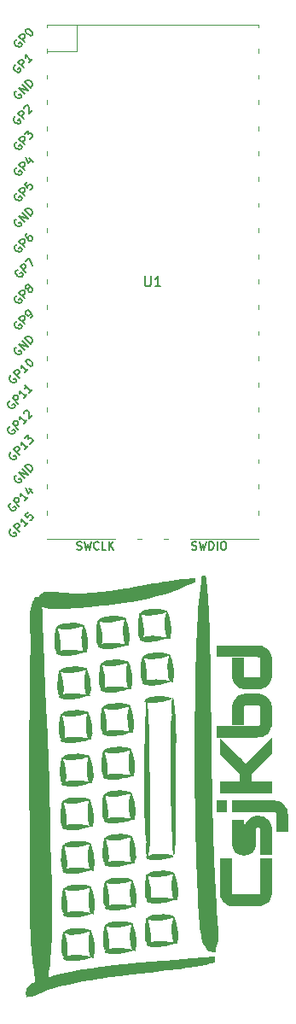
<source format=gbr>
%TF.GenerationSoftware,KiCad,Pcbnew,7.0.5*%
%TF.CreationDate,2023-07-21T14:17:18+03:00*%
%TF.ProjectId,MacroPadPlate,4d616372-6f50-4616-9450-6c6174652e6b,rev?*%
%TF.SameCoordinates,Original*%
%TF.FileFunction,Legend,Top*%
%TF.FilePolarity,Positive*%
%FSLAX46Y46*%
G04 Gerber Fmt 4.6, Leading zero omitted, Abs format (unit mm)*
G04 Created by KiCad (PCBNEW 7.0.5) date 2023-07-21 14:17:18*
%MOMM*%
%LPD*%
G01*
G04 APERTURE LIST*
%ADD10C,0.150000*%
%ADD11C,0.120000*%
G04 APERTURE END LIST*
D10*
%TO.C,U1*%
X227584095Y-56096819D02*
X227584095Y-56906342D01*
X227584095Y-56906342D02*
X227631714Y-57001580D01*
X227631714Y-57001580D02*
X227679333Y-57049200D01*
X227679333Y-57049200D02*
X227774571Y-57096819D01*
X227774571Y-57096819D02*
X227965047Y-57096819D01*
X227965047Y-57096819D02*
X228060285Y-57049200D01*
X228060285Y-57049200D02*
X228107904Y-57001580D01*
X228107904Y-57001580D02*
X228155523Y-56906342D01*
X228155523Y-56906342D02*
X228155523Y-56096819D01*
X229155523Y-57096819D02*
X228584095Y-57096819D01*
X228869809Y-57096819D02*
X228869809Y-56096819D01*
X228869809Y-56096819D02*
X228774571Y-56239676D01*
X228774571Y-56239676D02*
X228679333Y-56334914D01*
X228679333Y-56334914D02*
X228584095Y-56382533D01*
X214759372Y-40253494D02*
X214678560Y-40280431D01*
X214678560Y-40280431D02*
X214597748Y-40361243D01*
X214597748Y-40361243D02*
X214543873Y-40468993D01*
X214543873Y-40468993D02*
X214543873Y-40576742D01*
X214543873Y-40576742D02*
X214570810Y-40657555D01*
X214570810Y-40657555D02*
X214651623Y-40792242D01*
X214651623Y-40792242D02*
X214732435Y-40873054D01*
X214732435Y-40873054D02*
X214867122Y-40953866D01*
X214867122Y-40953866D02*
X214947934Y-40980803D01*
X214947934Y-40980803D02*
X215055684Y-40980803D01*
X215055684Y-40980803D02*
X215163433Y-40926929D01*
X215163433Y-40926929D02*
X215217308Y-40873054D01*
X215217308Y-40873054D02*
X215271183Y-40765304D01*
X215271183Y-40765304D02*
X215271183Y-40711429D01*
X215271183Y-40711429D02*
X215082621Y-40522868D01*
X215082621Y-40522868D02*
X214974871Y-40630617D01*
X215567494Y-40522868D02*
X215001809Y-39957182D01*
X215001809Y-39957182D02*
X215217308Y-39741683D01*
X215217308Y-39741683D02*
X215298120Y-39714746D01*
X215298120Y-39714746D02*
X215351995Y-39714746D01*
X215351995Y-39714746D02*
X215432807Y-39741683D01*
X215432807Y-39741683D02*
X215513619Y-39822495D01*
X215513619Y-39822495D02*
X215540557Y-39903307D01*
X215540557Y-39903307D02*
X215540557Y-39957182D01*
X215540557Y-39957182D02*
X215513619Y-40037994D01*
X215513619Y-40037994D02*
X215298120Y-40253494D01*
X215594432Y-39472309D02*
X215594432Y-39418434D01*
X215594432Y-39418434D02*
X215621369Y-39337622D01*
X215621369Y-39337622D02*
X215756056Y-39202935D01*
X215756056Y-39202935D02*
X215836868Y-39175998D01*
X215836868Y-39175998D02*
X215890743Y-39175998D01*
X215890743Y-39175998D02*
X215971555Y-39202935D01*
X215971555Y-39202935D02*
X216025430Y-39256810D01*
X216025430Y-39256810D02*
X216079305Y-39364559D01*
X216079305Y-39364559D02*
X216079305Y-40011057D01*
X216079305Y-40011057D02*
X216429491Y-39660871D01*
X214335998Y-73542868D02*
X214255185Y-73569805D01*
X214255185Y-73569805D02*
X214174373Y-73650618D01*
X214174373Y-73650618D02*
X214120498Y-73758367D01*
X214120498Y-73758367D02*
X214120498Y-73866117D01*
X214120498Y-73866117D02*
X214147436Y-73946929D01*
X214147436Y-73946929D02*
X214228248Y-74081616D01*
X214228248Y-74081616D02*
X214309060Y-74162428D01*
X214309060Y-74162428D02*
X214443747Y-74243241D01*
X214443747Y-74243241D02*
X214524560Y-74270178D01*
X214524560Y-74270178D02*
X214632309Y-74270178D01*
X214632309Y-74270178D02*
X214740059Y-74216303D01*
X214740059Y-74216303D02*
X214793934Y-74162428D01*
X214793934Y-74162428D02*
X214847808Y-74054679D01*
X214847808Y-74054679D02*
X214847808Y-74000804D01*
X214847808Y-74000804D02*
X214659247Y-73812242D01*
X214659247Y-73812242D02*
X214551497Y-73919992D01*
X215144120Y-73812242D02*
X214578434Y-73246557D01*
X214578434Y-73246557D02*
X214793934Y-73031057D01*
X214793934Y-73031057D02*
X214874746Y-73004120D01*
X214874746Y-73004120D02*
X214928621Y-73004120D01*
X214928621Y-73004120D02*
X215009433Y-73031057D01*
X215009433Y-73031057D02*
X215090245Y-73111870D01*
X215090245Y-73111870D02*
X215117182Y-73192682D01*
X215117182Y-73192682D02*
X215117182Y-73246557D01*
X215117182Y-73246557D02*
X215090245Y-73327369D01*
X215090245Y-73327369D02*
X214874746Y-73542868D01*
X216006117Y-72950245D02*
X215682868Y-73273494D01*
X215844492Y-73111870D02*
X215278807Y-72546184D01*
X215278807Y-72546184D02*
X215305744Y-72680871D01*
X215305744Y-72680871D02*
X215305744Y-72788621D01*
X215305744Y-72788621D02*
X215278807Y-72869433D01*
X215628993Y-72195998D02*
X215979179Y-71845812D01*
X215979179Y-71845812D02*
X216006117Y-72249873D01*
X216006117Y-72249873D02*
X216086929Y-72169060D01*
X216086929Y-72169060D02*
X216167741Y-72142123D01*
X216167741Y-72142123D02*
X216221616Y-72142123D01*
X216221616Y-72142123D02*
X216302428Y-72169060D01*
X216302428Y-72169060D02*
X216437115Y-72303747D01*
X216437115Y-72303747D02*
X216464053Y-72384560D01*
X216464053Y-72384560D02*
X216464053Y-72438434D01*
X216464053Y-72438434D02*
X216437115Y-72519247D01*
X216437115Y-72519247D02*
X216275491Y-72680871D01*
X216275491Y-72680871D02*
X216194679Y-72707808D01*
X216194679Y-72707808D02*
X216140804Y-72707808D01*
X214189998Y-71002868D02*
X214109185Y-71029805D01*
X214109185Y-71029805D02*
X214028373Y-71110618D01*
X214028373Y-71110618D02*
X213974498Y-71218367D01*
X213974498Y-71218367D02*
X213974498Y-71326117D01*
X213974498Y-71326117D02*
X214001436Y-71406929D01*
X214001436Y-71406929D02*
X214082248Y-71541616D01*
X214082248Y-71541616D02*
X214163060Y-71622428D01*
X214163060Y-71622428D02*
X214297747Y-71703241D01*
X214297747Y-71703241D02*
X214378560Y-71730178D01*
X214378560Y-71730178D02*
X214486309Y-71730178D01*
X214486309Y-71730178D02*
X214594059Y-71676303D01*
X214594059Y-71676303D02*
X214647934Y-71622428D01*
X214647934Y-71622428D02*
X214701808Y-71514679D01*
X214701808Y-71514679D02*
X214701808Y-71460804D01*
X214701808Y-71460804D02*
X214513247Y-71272242D01*
X214513247Y-71272242D02*
X214405497Y-71379992D01*
X214998120Y-71272242D02*
X214432434Y-70706557D01*
X214432434Y-70706557D02*
X214647934Y-70491057D01*
X214647934Y-70491057D02*
X214728746Y-70464120D01*
X214728746Y-70464120D02*
X214782621Y-70464120D01*
X214782621Y-70464120D02*
X214863433Y-70491057D01*
X214863433Y-70491057D02*
X214944245Y-70571870D01*
X214944245Y-70571870D02*
X214971182Y-70652682D01*
X214971182Y-70652682D02*
X214971182Y-70706557D01*
X214971182Y-70706557D02*
X214944245Y-70787369D01*
X214944245Y-70787369D02*
X214728746Y-71002868D01*
X215860117Y-70410245D02*
X215536868Y-70733494D01*
X215698492Y-70571870D02*
X215132807Y-70006184D01*
X215132807Y-70006184D02*
X215159744Y-70140871D01*
X215159744Y-70140871D02*
X215159744Y-70248621D01*
X215159744Y-70248621D02*
X215132807Y-70329433D01*
X215563805Y-69682935D02*
X215563805Y-69629060D01*
X215563805Y-69629060D02*
X215590743Y-69548248D01*
X215590743Y-69548248D02*
X215725430Y-69413561D01*
X215725430Y-69413561D02*
X215806242Y-69386624D01*
X215806242Y-69386624D02*
X215860117Y-69386624D01*
X215860117Y-69386624D02*
X215940929Y-69413561D01*
X215940929Y-69413561D02*
X215994804Y-69467436D01*
X215994804Y-69467436D02*
X216048679Y-69575186D01*
X216048679Y-69575186D02*
X216048679Y-70221683D01*
X216048679Y-70221683D02*
X216398865Y-69871497D01*
X214289998Y-78622868D02*
X214209185Y-78649805D01*
X214209185Y-78649805D02*
X214128373Y-78730618D01*
X214128373Y-78730618D02*
X214074498Y-78838367D01*
X214074498Y-78838367D02*
X214074498Y-78946117D01*
X214074498Y-78946117D02*
X214101436Y-79026929D01*
X214101436Y-79026929D02*
X214182248Y-79161616D01*
X214182248Y-79161616D02*
X214263060Y-79242428D01*
X214263060Y-79242428D02*
X214397747Y-79323241D01*
X214397747Y-79323241D02*
X214478560Y-79350178D01*
X214478560Y-79350178D02*
X214586309Y-79350178D01*
X214586309Y-79350178D02*
X214694059Y-79296303D01*
X214694059Y-79296303D02*
X214747934Y-79242428D01*
X214747934Y-79242428D02*
X214801808Y-79134679D01*
X214801808Y-79134679D02*
X214801808Y-79080804D01*
X214801808Y-79080804D02*
X214613247Y-78892242D01*
X214613247Y-78892242D02*
X214505497Y-78999992D01*
X215098120Y-78892242D02*
X214532434Y-78326557D01*
X214532434Y-78326557D02*
X214747934Y-78111057D01*
X214747934Y-78111057D02*
X214828746Y-78084120D01*
X214828746Y-78084120D02*
X214882621Y-78084120D01*
X214882621Y-78084120D02*
X214963433Y-78111057D01*
X214963433Y-78111057D02*
X215044245Y-78191870D01*
X215044245Y-78191870D02*
X215071182Y-78272682D01*
X215071182Y-78272682D02*
X215071182Y-78326557D01*
X215071182Y-78326557D02*
X215044245Y-78407369D01*
X215044245Y-78407369D02*
X214828746Y-78622868D01*
X215960117Y-78030245D02*
X215636868Y-78353494D01*
X215798492Y-78191870D02*
X215232807Y-77626184D01*
X215232807Y-77626184D02*
X215259744Y-77760871D01*
X215259744Y-77760871D02*
X215259744Y-77868621D01*
X215259744Y-77868621D02*
X215232807Y-77949433D01*
X216067866Y-77168248D02*
X216444990Y-77545372D01*
X215717680Y-77087436D02*
X215987054Y-77626184D01*
X215987054Y-77626184D02*
X216337240Y-77275998D01*
X214832435Y-37740431D02*
X214751623Y-37767368D01*
X214751623Y-37767368D02*
X214670811Y-37848180D01*
X214670811Y-37848180D02*
X214616936Y-37955930D01*
X214616936Y-37955930D02*
X214616936Y-38063680D01*
X214616936Y-38063680D02*
X214643873Y-38144492D01*
X214643873Y-38144492D02*
X214724685Y-38279179D01*
X214724685Y-38279179D02*
X214805498Y-38359991D01*
X214805498Y-38359991D02*
X214940185Y-38440803D01*
X214940185Y-38440803D02*
X215020997Y-38467741D01*
X215020997Y-38467741D02*
X215128746Y-38467741D01*
X215128746Y-38467741D02*
X215236496Y-38413866D01*
X215236496Y-38413866D02*
X215290371Y-38359991D01*
X215290371Y-38359991D02*
X215344246Y-38252241D01*
X215344246Y-38252241D02*
X215344246Y-38198367D01*
X215344246Y-38198367D02*
X215155684Y-38009805D01*
X215155684Y-38009805D02*
X215047934Y-38117554D01*
X215640557Y-38009805D02*
X215074872Y-37444119D01*
X215074872Y-37444119D02*
X215963806Y-37686556D01*
X215963806Y-37686556D02*
X215398120Y-37120871D01*
X216233180Y-37417182D02*
X215667494Y-36851497D01*
X215667494Y-36851497D02*
X215802181Y-36716810D01*
X215802181Y-36716810D02*
X215909931Y-36662935D01*
X215909931Y-36662935D02*
X216017680Y-36662935D01*
X216017680Y-36662935D02*
X216098493Y-36689872D01*
X216098493Y-36689872D02*
X216233180Y-36770685D01*
X216233180Y-36770685D02*
X216313992Y-36851497D01*
X216313992Y-36851497D02*
X216394804Y-36986184D01*
X216394804Y-36986184D02*
X216421741Y-37066996D01*
X216421741Y-37066996D02*
X216421741Y-37174746D01*
X216421741Y-37174746D02*
X216367867Y-37282495D01*
X216367867Y-37282495D02*
X216233180Y-37417182D01*
X214959372Y-55463494D02*
X214878560Y-55490431D01*
X214878560Y-55490431D02*
X214797748Y-55571243D01*
X214797748Y-55571243D02*
X214743873Y-55678993D01*
X214743873Y-55678993D02*
X214743873Y-55786742D01*
X214743873Y-55786742D02*
X214770810Y-55867555D01*
X214770810Y-55867555D02*
X214851623Y-56002242D01*
X214851623Y-56002242D02*
X214932435Y-56083054D01*
X214932435Y-56083054D02*
X215067122Y-56163866D01*
X215067122Y-56163866D02*
X215147934Y-56190803D01*
X215147934Y-56190803D02*
X215255684Y-56190803D01*
X215255684Y-56190803D02*
X215363433Y-56136929D01*
X215363433Y-56136929D02*
X215417308Y-56083054D01*
X215417308Y-56083054D02*
X215471183Y-55975304D01*
X215471183Y-55975304D02*
X215471183Y-55921429D01*
X215471183Y-55921429D02*
X215282621Y-55732868D01*
X215282621Y-55732868D02*
X215174871Y-55840617D01*
X215767494Y-55732868D02*
X215201809Y-55167182D01*
X215201809Y-55167182D02*
X215417308Y-54951683D01*
X215417308Y-54951683D02*
X215498120Y-54924746D01*
X215498120Y-54924746D02*
X215551995Y-54924746D01*
X215551995Y-54924746D02*
X215632807Y-54951683D01*
X215632807Y-54951683D02*
X215713619Y-55032495D01*
X215713619Y-55032495D02*
X215740557Y-55113307D01*
X215740557Y-55113307D02*
X215740557Y-55167182D01*
X215740557Y-55167182D02*
X215713619Y-55247994D01*
X215713619Y-55247994D02*
X215498120Y-55463494D01*
X215713619Y-54655372D02*
X216090743Y-54278248D01*
X216090743Y-54278248D02*
X216413992Y-55086370D01*
X232250761Y-83166200D02*
X232365047Y-83204295D01*
X232365047Y-83204295D02*
X232555523Y-83204295D01*
X232555523Y-83204295D02*
X232631714Y-83166200D01*
X232631714Y-83166200D02*
X232669809Y-83128104D01*
X232669809Y-83128104D02*
X232707904Y-83051914D01*
X232707904Y-83051914D02*
X232707904Y-82975723D01*
X232707904Y-82975723D02*
X232669809Y-82899533D01*
X232669809Y-82899533D02*
X232631714Y-82861438D01*
X232631714Y-82861438D02*
X232555523Y-82823342D01*
X232555523Y-82823342D02*
X232403142Y-82785247D01*
X232403142Y-82785247D02*
X232326952Y-82747152D01*
X232326952Y-82747152D02*
X232288857Y-82709057D01*
X232288857Y-82709057D02*
X232250761Y-82632866D01*
X232250761Y-82632866D02*
X232250761Y-82556676D01*
X232250761Y-82556676D02*
X232288857Y-82480485D01*
X232288857Y-82480485D02*
X232326952Y-82442390D01*
X232326952Y-82442390D02*
X232403142Y-82404295D01*
X232403142Y-82404295D02*
X232593619Y-82404295D01*
X232593619Y-82404295D02*
X232707904Y-82442390D01*
X232974571Y-82404295D02*
X233165047Y-83204295D01*
X233165047Y-83204295D02*
X233317428Y-82632866D01*
X233317428Y-82632866D02*
X233469809Y-83204295D01*
X233469809Y-83204295D02*
X233660286Y-82404295D01*
X233965048Y-83204295D02*
X233965048Y-82404295D01*
X233965048Y-82404295D02*
X234155524Y-82404295D01*
X234155524Y-82404295D02*
X234269810Y-82442390D01*
X234269810Y-82442390D02*
X234346000Y-82518580D01*
X234346000Y-82518580D02*
X234384095Y-82594771D01*
X234384095Y-82594771D02*
X234422191Y-82747152D01*
X234422191Y-82747152D02*
X234422191Y-82861438D01*
X234422191Y-82861438D02*
X234384095Y-83013819D01*
X234384095Y-83013819D02*
X234346000Y-83090009D01*
X234346000Y-83090009D02*
X234269810Y-83166200D01*
X234269810Y-83166200D02*
X234155524Y-83204295D01*
X234155524Y-83204295D02*
X233965048Y-83204295D01*
X234765048Y-83204295D02*
X234765048Y-82404295D01*
X235298381Y-82404295D02*
X235450762Y-82404295D01*
X235450762Y-82404295D02*
X235526952Y-82442390D01*
X235526952Y-82442390D02*
X235603143Y-82518580D01*
X235603143Y-82518580D02*
X235641238Y-82670961D01*
X235641238Y-82670961D02*
X235641238Y-82937628D01*
X235641238Y-82937628D02*
X235603143Y-83090009D01*
X235603143Y-83090009D02*
X235526952Y-83166200D01*
X235526952Y-83166200D02*
X235450762Y-83204295D01*
X235450762Y-83204295D02*
X235298381Y-83204295D01*
X235298381Y-83204295D02*
X235222190Y-83166200D01*
X235222190Y-83166200D02*
X235146000Y-83090009D01*
X235146000Y-83090009D02*
X235107904Y-82937628D01*
X235107904Y-82937628D02*
X235107904Y-82670961D01*
X235107904Y-82670961D02*
X235146000Y-82518580D01*
X235146000Y-82518580D02*
X235222190Y-82442390D01*
X235222190Y-82442390D02*
X235298381Y-82404295D01*
X220836475Y-83166200D02*
X220950761Y-83204295D01*
X220950761Y-83204295D02*
X221141237Y-83204295D01*
X221141237Y-83204295D02*
X221217428Y-83166200D01*
X221217428Y-83166200D02*
X221255523Y-83128104D01*
X221255523Y-83128104D02*
X221293618Y-83051914D01*
X221293618Y-83051914D02*
X221293618Y-82975723D01*
X221293618Y-82975723D02*
X221255523Y-82899533D01*
X221255523Y-82899533D02*
X221217428Y-82861438D01*
X221217428Y-82861438D02*
X221141237Y-82823342D01*
X221141237Y-82823342D02*
X220988856Y-82785247D01*
X220988856Y-82785247D02*
X220912666Y-82747152D01*
X220912666Y-82747152D02*
X220874571Y-82709057D01*
X220874571Y-82709057D02*
X220836475Y-82632866D01*
X220836475Y-82632866D02*
X220836475Y-82556676D01*
X220836475Y-82556676D02*
X220874571Y-82480485D01*
X220874571Y-82480485D02*
X220912666Y-82442390D01*
X220912666Y-82442390D02*
X220988856Y-82404295D01*
X220988856Y-82404295D02*
X221179333Y-82404295D01*
X221179333Y-82404295D02*
X221293618Y-82442390D01*
X221560285Y-82404295D02*
X221750761Y-83204295D01*
X221750761Y-83204295D02*
X221903142Y-82632866D01*
X221903142Y-82632866D02*
X222055523Y-83204295D01*
X222055523Y-83204295D02*
X222246000Y-82404295D01*
X223007905Y-83128104D02*
X222969809Y-83166200D01*
X222969809Y-83166200D02*
X222855524Y-83204295D01*
X222855524Y-83204295D02*
X222779333Y-83204295D01*
X222779333Y-83204295D02*
X222665047Y-83166200D01*
X222665047Y-83166200D02*
X222588857Y-83090009D01*
X222588857Y-83090009D02*
X222550762Y-83013819D01*
X222550762Y-83013819D02*
X222512666Y-82861438D01*
X222512666Y-82861438D02*
X222512666Y-82747152D01*
X222512666Y-82747152D02*
X222550762Y-82594771D01*
X222550762Y-82594771D02*
X222588857Y-82518580D01*
X222588857Y-82518580D02*
X222665047Y-82442390D01*
X222665047Y-82442390D02*
X222779333Y-82404295D01*
X222779333Y-82404295D02*
X222855524Y-82404295D01*
X222855524Y-82404295D02*
X222969809Y-82442390D01*
X222969809Y-82442390D02*
X223007905Y-82480485D01*
X223731714Y-83204295D02*
X223350762Y-83204295D01*
X223350762Y-83204295D02*
X223350762Y-82404295D01*
X223998381Y-83204295D02*
X223998381Y-82404295D01*
X224455524Y-83204295D02*
X224112666Y-82747152D01*
X224455524Y-82404295D02*
X223998381Y-82861438D01*
X214832435Y-50440431D02*
X214751623Y-50467368D01*
X214751623Y-50467368D02*
X214670811Y-50548180D01*
X214670811Y-50548180D02*
X214616936Y-50655930D01*
X214616936Y-50655930D02*
X214616936Y-50763680D01*
X214616936Y-50763680D02*
X214643873Y-50844492D01*
X214643873Y-50844492D02*
X214724685Y-50979179D01*
X214724685Y-50979179D02*
X214805498Y-51059991D01*
X214805498Y-51059991D02*
X214940185Y-51140803D01*
X214940185Y-51140803D02*
X215020997Y-51167741D01*
X215020997Y-51167741D02*
X215128746Y-51167741D01*
X215128746Y-51167741D02*
X215236496Y-51113866D01*
X215236496Y-51113866D02*
X215290371Y-51059991D01*
X215290371Y-51059991D02*
X215344246Y-50952241D01*
X215344246Y-50952241D02*
X215344246Y-50898367D01*
X215344246Y-50898367D02*
X215155684Y-50709805D01*
X215155684Y-50709805D02*
X215047934Y-50817554D01*
X215640557Y-50709805D02*
X215074872Y-50144119D01*
X215074872Y-50144119D02*
X215963806Y-50386556D01*
X215963806Y-50386556D02*
X215398120Y-49820871D01*
X216233180Y-50117182D02*
X215667494Y-49551497D01*
X215667494Y-49551497D02*
X215802181Y-49416810D01*
X215802181Y-49416810D02*
X215909931Y-49362935D01*
X215909931Y-49362935D02*
X216017680Y-49362935D01*
X216017680Y-49362935D02*
X216098493Y-49389872D01*
X216098493Y-49389872D02*
X216233180Y-49470685D01*
X216233180Y-49470685D02*
X216313992Y-49551497D01*
X216313992Y-49551497D02*
X216394804Y-49686184D01*
X216394804Y-49686184D02*
X216421741Y-49766996D01*
X216421741Y-49766996D02*
X216421741Y-49874746D01*
X216421741Y-49874746D02*
X216367867Y-49982495D01*
X216367867Y-49982495D02*
X216233180Y-50117182D01*
X214335998Y-81162868D02*
X214255185Y-81189805D01*
X214255185Y-81189805D02*
X214174373Y-81270618D01*
X214174373Y-81270618D02*
X214120498Y-81378367D01*
X214120498Y-81378367D02*
X214120498Y-81486117D01*
X214120498Y-81486117D02*
X214147436Y-81566929D01*
X214147436Y-81566929D02*
X214228248Y-81701616D01*
X214228248Y-81701616D02*
X214309060Y-81782428D01*
X214309060Y-81782428D02*
X214443747Y-81863241D01*
X214443747Y-81863241D02*
X214524560Y-81890178D01*
X214524560Y-81890178D02*
X214632309Y-81890178D01*
X214632309Y-81890178D02*
X214740059Y-81836303D01*
X214740059Y-81836303D02*
X214793934Y-81782428D01*
X214793934Y-81782428D02*
X214847808Y-81674679D01*
X214847808Y-81674679D02*
X214847808Y-81620804D01*
X214847808Y-81620804D02*
X214659247Y-81432242D01*
X214659247Y-81432242D02*
X214551497Y-81539992D01*
X215144120Y-81432242D02*
X214578434Y-80866557D01*
X214578434Y-80866557D02*
X214793934Y-80651057D01*
X214793934Y-80651057D02*
X214874746Y-80624120D01*
X214874746Y-80624120D02*
X214928621Y-80624120D01*
X214928621Y-80624120D02*
X215009433Y-80651057D01*
X215009433Y-80651057D02*
X215090245Y-80731870D01*
X215090245Y-80731870D02*
X215117182Y-80812682D01*
X215117182Y-80812682D02*
X215117182Y-80866557D01*
X215117182Y-80866557D02*
X215090245Y-80947369D01*
X215090245Y-80947369D02*
X214874746Y-81162868D01*
X216006117Y-80570245D02*
X215682868Y-80893494D01*
X215844492Y-80731870D02*
X215278807Y-80166184D01*
X215278807Y-80166184D02*
X215305744Y-80300871D01*
X215305744Y-80300871D02*
X215305744Y-80408621D01*
X215305744Y-80408621D02*
X215278807Y-80489433D01*
X215952242Y-79492749D02*
X215682868Y-79762123D01*
X215682868Y-79762123D02*
X215925305Y-80058434D01*
X215925305Y-80058434D02*
X215925305Y-80004560D01*
X215925305Y-80004560D02*
X215952242Y-79923747D01*
X215952242Y-79923747D02*
X216086929Y-79789060D01*
X216086929Y-79789060D02*
X216167741Y-79762123D01*
X216167741Y-79762123D02*
X216221616Y-79762123D01*
X216221616Y-79762123D02*
X216302428Y-79789060D01*
X216302428Y-79789060D02*
X216437115Y-79923747D01*
X216437115Y-79923747D02*
X216464053Y-80004560D01*
X216464053Y-80004560D02*
X216464053Y-80058434D01*
X216464053Y-80058434D02*
X216437115Y-80139247D01*
X216437115Y-80139247D02*
X216302428Y-80273934D01*
X216302428Y-80273934D02*
X216221616Y-80300871D01*
X216221616Y-80300871D02*
X216167741Y-80300871D01*
X214859372Y-45333494D02*
X214778560Y-45360431D01*
X214778560Y-45360431D02*
X214697748Y-45441243D01*
X214697748Y-45441243D02*
X214643873Y-45548993D01*
X214643873Y-45548993D02*
X214643873Y-45656742D01*
X214643873Y-45656742D02*
X214670810Y-45737555D01*
X214670810Y-45737555D02*
X214751623Y-45872242D01*
X214751623Y-45872242D02*
X214832435Y-45953054D01*
X214832435Y-45953054D02*
X214967122Y-46033866D01*
X214967122Y-46033866D02*
X215047934Y-46060803D01*
X215047934Y-46060803D02*
X215155684Y-46060803D01*
X215155684Y-46060803D02*
X215263433Y-46006929D01*
X215263433Y-46006929D02*
X215317308Y-45953054D01*
X215317308Y-45953054D02*
X215371183Y-45845304D01*
X215371183Y-45845304D02*
X215371183Y-45791429D01*
X215371183Y-45791429D02*
X215182621Y-45602868D01*
X215182621Y-45602868D02*
X215074871Y-45710617D01*
X215667494Y-45602868D02*
X215101809Y-45037182D01*
X215101809Y-45037182D02*
X215317308Y-44821683D01*
X215317308Y-44821683D02*
X215398120Y-44794746D01*
X215398120Y-44794746D02*
X215451995Y-44794746D01*
X215451995Y-44794746D02*
X215532807Y-44821683D01*
X215532807Y-44821683D02*
X215613619Y-44902495D01*
X215613619Y-44902495D02*
X215640557Y-44983307D01*
X215640557Y-44983307D02*
X215640557Y-45037182D01*
X215640557Y-45037182D02*
X215613619Y-45117994D01*
X215613619Y-45117994D02*
X215398120Y-45333494D01*
X216098493Y-44417622D02*
X216475616Y-44794746D01*
X215748306Y-44336810D02*
X216017680Y-44875558D01*
X216017680Y-44875558D02*
X216367867Y-44525372D01*
X214859372Y-58033494D02*
X214778560Y-58060431D01*
X214778560Y-58060431D02*
X214697748Y-58141243D01*
X214697748Y-58141243D02*
X214643873Y-58248993D01*
X214643873Y-58248993D02*
X214643873Y-58356742D01*
X214643873Y-58356742D02*
X214670810Y-58437555D01*
X214670810Y-58437555D02*
X214751623Y-58572242D01*
X214751623Y-58572242D02*
X214832435Y-58653054D01*
X214832435Y-58653054D02*
X214967122Y-58733866D01*
X214967122Y-58733866D02*
X215047934Y-58760803D01*
X215047934Y-58760803D02*
X215155684Y-58760803D01*
X215155684Y-58760803D02*
X215263433Y-58706929D01*
X215263433Y-58706929D02*
X215317308Y-58653054D01*
X215317308Y-58653054D02*
X215371183Y-58545304D01*
X215371183Y-58545304D02*
X215371183Y-58491429D01*
X215371183Y-58491429D02*
X215182621Y-58302868D01*
X215182621Y-58302868D02*
X215074871Y-58410617D01*
X215667494Y-58302868D02*
X215101809Y-57737182D01*
X215101809Y-57737182D02*
X215317308Y-57521683D01*
X215317308Y-57521683D02*
X215398120Y-57494746D01*
X215398120Y-57494746D02*
X215451995Y-57494746D01*
X215451995Y-57494746D02*
X215532807Y-57521683D01*
X215532807Y-57521683D02*
X215613619Y-57602495D01*
X215613619Y-57602495D02*
X215640557Y-57683307D01*
X215640557Y-57683307D02*
X215640557Y-57737182D01*
X215640557Y-57737182D02*
X215613619Y-57817994D01*
X215613619Y-57817994D02*
X215398120Y-58033494D01*
X215990743Y-57333121D02*
X215909931Y-57360059D01*
X215909931Y-57360059D02*
X215856056Y-57360059D01*
X215856056Y-57360059D02*
X215775244Y-57333121D01*
X215775244Y-57333121D02*
X215748306Y-57306184D01*
X215748306Y-57306184D02*
X215721369Y-57225372D01*
X215721369Y-57225372D02*
X215721369Y-57171497D01*
X215721369Y-57171497D02*
X215748306Y-57090685D01*
X215748306Y-57090685D02*
X215856056Y-56982935D01*
X215856056Y-56982935D02*
X215936868Y-56955998D01*
X215936868Y-56955998D02*
X215990743Y-56955998D01*
X215990743Y-56955998D02*
X216071555Y-56982935D01*
X216071555Y-56982935D02*
X216098493Y-57009872D01*
X216098493Y-57009872D02*
X216125430Y-57090685D01*
X216125430Y-57090685D02*
X216125430Y-57144559D01*
X216125430Y-57144559D02*
X216098493Y-57225372D01*
X216098493Y-57225372D02*
X215990743Y-57333121D01*
X215990743Y-57333121D02*
X215963806Y-57413933D01*
X215963806Y-57413933D02*
X215963806Y-57467808D01*
X215963806Y-57467808D02*
X215990743Y-57548620D01*
X215990743Y-57548620D02*
X216098493Y-57656370D01*
X216098493Y-57656370D02*
X216179305Y-57683307D01*
X216179305Y-57683307D02*
X216233180Y-57683307D01*
X216233180Y-57683307D02*
X216313992Y-57656370D01*
X216313992Y-57656370D02*
X216421741Y-57548620D01*
X216421741Y-57548620D02*
X216448679Y-57467808D01*
X216448679Y-57467808D02*
X216448679Y-57413933D01*
X216448679Y-57413933D02*
X216421741Y-57333121D01*
X216421741Y-57333121D02*
X216313992Y-57225372D01*
X216313992Y-57225372D02*
X216233180Y-57198434D01*
X216233180Y-57198434D02*
X216179305Y-57198434D01*
X216179305Y-57198434D02*
X216098493Y-57225372D01*
X214859372Y-52953494D02*
X214778560Y-52980431D01*
X214778560Y-52980431D02*
X214697748Y-53061243D01*
X214697748Y-53061243D02*
X214643873Y-53168993D01*
X214643873Y-53168993D02*
X214643873Y-53276742D01*
X214643873Y-53276742D02*
X214670810Y-53357555D01*
X214670810Y-53357555D02*
X214751623Y-53492242D01*
X214751623Y-53492242D02*
X214832435Y-53573054D01*
X214832435Y-53573054D02*
X214967122Y-53653866D01*
X214967122Y-53653866D02*
X215047934Y-53680803D01*
X215047934Y-53680803D02*
X215155684Y-53680803D01*
X215155684Y-53680803D02*
X215263433Y-53626929D01*
X215263433Y-53626929D02*
X215317308Y-53573054D01*
X215317308Y-53573054D02*
X215371183Y-53465304D01*
X215371183Y-53465304D02*
X215371183Y-53411429D01*
X215371183Y-53411429D02*
X215182621Y-53222868D01*
X215182621Y-53222868D02*
X215074871Y-53330617D01*
X215667494Y-53222868D02*
X215101809Y-52657182D01*
X215101809Y-52657182D02*
X215317308Y-52441683D01*
X215317308Y-52441683D02*
X215398120Y-52414746D01*
X215398120Y-52414746D02*
X215451995Y-52414746D01*
X215451995Y-52414746D02*
X215532807Y-52441683D01*
X215532807Y-52441683D02*
X215613619Y-52522495D01*
X215613619Y-52522495D02*
X215640557Y-52603307D01*
X215640557Y-52603307D02*
X215640557Y-52657182D01*
X215640557Y-52657182D02*
X215613619Y-52737994D01*
X215613619Y-52737994D02*
X215398120Y-52953494D01*
X215909931Y-51849060D02*
X215802181Y-51956810D01*
X215802181Y-51956810D02*
X215775244Y-52037622D01*
X215775244Y-52037622D02*
X215775244Y-52091497D01*
X215775244Y-52091497D02*
X215802181Y-52226184D01*
X215802181Y-52226184D02*
X215882993Y-52360871D01*
X215882993Y-52360871D02*
X216098493Y-52576370D01*
X216098493Y-52576370D02*
X216179305Y-52603307D01*
X216179305Y-52603307D02*
X216233180Y-52603307D01*
X216233180Y-52603307D02*
X216313992Y-52576370D01*
X216313992Y-52576370D02*
X216421741Y-52468620D01*
X216421741Y-52468620D02*
X216448679Y-52387808D01*
X216448679Y-52387808D02*
X216448679Y-52333933D01*
X216448679Y-52333933D02*
X216421741Y-52253121D01*
X216421741Y-52253121D02*
X216287054Y-52118434D01*
X216287054Y-52118434D02*
X216206242Y-52091497D01*
X216206242Y-52091497D02*
X216152367Y-52091497D01*
X216152367Y-52091497D02*
X216071555Y-52118434D01*
X216071555Y-52118434D02*
X215963806Y-52226184D01*
X215963806Y-52226184D02*
X215936868Y-52306996D01*
X215936868Y-52306996D02*
X215936868Y-52360871D01*
X215936868Y-52360871D02*
X215963806Y-52441683D01*
X214189998Y-68462868D02*
X214109185Y-68489805D01*
X214109185Y-68489805D02*
X214028373Y-68570618D01*
X214028373Y-68570618D02*
X213974498Y-68678367D01*
X213974498Y-68678367D02*
X213974498Y-68786117D01*
X213974498Y-68786117D02*
X214001436Y-68866929D01*
X214001436Y-68866929D02*
X214082248Y-69001616D01*
X214082248Y-69001616D02*
X214163060Y-69082428D01*
X214163060Y-69082428D02*
X214297747Y-69163241D01*
X214297747Y-69163241D02*
X214378560Y-69190178D01*
X214378560Y-69190178D02*
X214486309Y-69190178D01*
X214486309Y-69190178D02*
X214594059Y-69136303D01*
X214594059Y-69136303D02*
X214647934Y-69082428D01*
X214647934Y-69082428D02*
X214701808Y-68974679D01*
X214701808Y-68974679D02*
X214701808Y-68920804D01*
X214701808Y-68920804D02*
X214513247Y-68732242D01*
X214513247Y-68732242D02*
X214405497Y-68839992D01*
X214998120Y-68732242D02*
X214432434Y-68166557D01*
X214432434Y-68166557D02*
X214647934Y-67951057D01*
X214647934Y-67951057D02*
X214728746Y-67924120D01*
X214728746Y-67924120D02*
X214782621Y-67924120D01*
X214782621Y-67924120D02*
X214863433Y-67951057D01*
X214863433Y-67951057D02*
X214944245Y-68031870D01*
X214944245Y-68031870D02*
X214971182Y-68112682D01*
X214971182Y-68112682D02*
X214971182Y-68166557D01*
X214971182Y-68166557D02*
X214944245Y-68247369D01*
X214944245Y-68247369D02*
X214728746Y-68462868D01*
X215860117Y-67870245D02*
X215536868Y-68193494D01*
X215698492Y-68031870D02*
X215132807Y-67466184D01*
X215132807Y-67466184D02*
X215159744Y-67600871D01*
X215159744Y-67600871D02*
X215159744Y-67708621D01*
X215159744Y-67708621D02*
X215132807Y-67789433D01*
X216398865Y-67331497D02*
X216075616Y-67654746D01*
X216237240Y-67493121D02*
X215671555Y-66927436D01*
X215671555Y-66927436D02*
X215698492Y-67062123D01*
X215698492Y-67062123D02*
X215698492Y-67169873D01*
X215698492Y-67169873D02*
X215671555Y-67250685D01*
X214335998Y-65922868D02*
X214255185Y-65949805D01*
X214255185Y-65949805D02*
X214174373Y-66030618D01*
X214174373Y-66030618D02*
X214120498Y-66138367D01*
X214120498Y-66138367D02*
X214120498Y-66246117D01*
X214120498Y-66246117D02*
X214147436Y-66326929D01*
X214147436Y-66326929D02*
X214228248Y-66461616D01*
X214228248Y-66461616D02*
X214309060Y-66542428D01*
X214309060Y-66542428D02*
X214443747Y-66623241D01*
X214443747Y-66623241D02*
X214524560Y-66650178D01*
X214524560Y-66650178D02*
X214632309Y-66650178D01*
X214632309Y-66650178D02*
X214740059Y-66596303D01*
X214740059Y-66596303D02*
X214793934Y-66542428D01*
X214793934Y-66542428D02*
X214847808Y-66434679D01*
X214847808Y-66434679D02*
X214847808Y-66380804D01*
X214847808Y-66380804D02*
X214659247Y-66192242D01*
X214659247Y-66192242D02*
X214551497Y-66299992D01*
X215144120Y-66192242D02*
X214578434Y-65626557D01*
X214578434Y-65626557D02*
X214793934Y-65411057D01*
X214793934Y-65411057D02*
X214874746Y-65384120D01*
X214874746Y-65384120D02*
X214928621Y-65384120D01*
X214928621Y-65384120D02*
X215009433Y-65411057D01*
X215009433Y-65411057D02*
X215090245Y-65491870D01*
X215090245Y-65491870D02*
X215117182Y-65572682D01*
X215117182Y-65572682D02*
X215117182Y-65626557D01*
X215117182Y-65626557D02*
X215090245Y-65707369D01*
X215090245Y-65707369D02*
X214874746Y-65922868D01*
X216006117Y-65330245D02*
X215682868Y-65653494D01*
X215844492Y-65491870D02*
X215278807Y-64926184D01*
X215278807Y-64926184D02*
X215305744Y-65060871D01*
X215305744Y-65060871D02*
X215305744Y-65168621D01*
X215305744Y-65168621D02*
X215278807Y-65249433D01*
X215790618Y-64414373D02*
X215844492Y-64360499D01*
X215844492Y-64360499D02*
X215925305Y-64333561D01*
X215925305Y-64333561D02*
X215979179Y-64333561D01*
X215979179Y-64333561D02*
X216059992Y-64360499D01*
X216059992Y-64360499D02*
X216194679Y-64441311D01*
X216194679Y-64441311D02*
X216329366Y-64575998D01*
X216329366Y-64575998D02*
X216410178Y-64710685D01*
X216410178Y-64710685D02*
X216437115Y-64791497D01*
X216437115Y-64791497D02*
X216437115Y-64845372D01*
X216437115Y-64845372D02*
X216410178Y-64926184D01*
X216410178Y-64926184D02*
X216356303Y-64980059D01*
X216356303Y-64980059D02*
X216275491Y-65006996D01*
X216275491Y-65006996D02*
X216221616Y-65006996D01*
X216221616Y-65006996D02*
X216140804Y-64980059D01*
X216140804Y-64980059D02*
X216006117Y-64899247D01*
X216006117Y-64899247D02*
X215871430Y-64764560D01*
X215871430Y-64764560D02*
X215790618Y-64629873D01*
X215790618Y-64629873D02*
X215763680Y-64549060D01*
X215763680Y-64549060D02*
X215763680Y-64495186D01*
X215763680Y-64495186D02*
X215790618Y-64414373D01*
X214759372Y-35163494D02*
X214678560Y-35190431D01*
X214678560Y-35190431D02*
X214597748Y-35271243D01*
X214597748Y-35271243D02*
X214543873Y-35378993D01*
X214543873Y-35378993D02*
X214543873Y-35486742D01*
X214543873Y-35486742D02*
X214570810Y-35567555D01*
X214570810Y-35567555D02*
X214651623Y-35702242D01*
X214651623Y-35702242D02*
X214732435Y-35783054D01*
X214732435Y-35783054D02*
X214867122Y-35863866D01*
X214867122Y-35863866D02*
X214947934Y-35890803D01*
X214947934Y-35890803D02*
X215055684Y-35890803D01*
X215055684Y-35890803D02*
X215163433Y-35836929D01*
X215163433Y-35836929D02*
X215217308Y-35783054D01*
X215217308Y-35783054D02*
X215271183Y-35675304D01*
X215271183Y-35675304D02*
X215271183Y-35621429D01*
X215271183Y-35621429D02*
X215082621Y-35432868D01*
X215082621Y-35432868D02*
X214974871Y-35540617D01*
X215567494Y-35432868D02*
X215001809Y-34867182D01*
X215001809Y-34867182D02*
X215217308Y-34651683D01*
X215217308Y-34651683D02*
X215298120Y-34624746D01*
X215298120Y-34624746D02*
X215351995Y-34624746D01*
X215351995Y-34624746D02*
X215432807Y-34651683D01*
X215432807Y-34651683D02*
X215513619Y-34732495D01*
X215513619Y-34732495D02*
X215540557Y-34813307D01*
X215540557Y-34813307D02*
X215540557Y-34867182D01*
X215540557Y-34867182D02*
X215513619Y-34947994D01*
X215513619Y-34947994D02*
X215298120Y-35163494D01*
X216429491Y-34570871D02*
X216106242Y-34894120D01*
X216267867Y-34732495D02*
X215702181Y-34166810D01*
X215702181Y-34166810D02*
X215729119Y-34301497D01*
X215729119Y-34301497D02*
X215729119Y-34409246D01*
X215729119Y-34409246D02*
X215702181Y-34490059D01*
X214859372Y-60573494D02*
X214778560Y-60600431D01*
X214778560Y-60600431D02*
X214697748Y-60681243D01*
X214697748Y-60681243D02*
X214643873Y-60788993D01*
X214643873Y-60788993D02*
X214643873Y-60896742D01*
X214643873Y-60896742D02*
X214670810Y-60977555D01*
X214670810Y-60977555D02*
X214751623Y-61112242D01*
X214751623Y-61112242D02*
X214832435Y-61193054D01*
X214832435Y-61193054D02*
X214967122Y-61273866D01*
X214967122Y-61273866D02*
X215047934Y-61300803D01*
X215047934Y-61300803D02*
X215155684Y-61300803D01*
X215155684Y-61300803D02*
X215263433Y-61246929D01*
X215263433Y-61246929D02*
X215317308Y-61193054D01*
X215317308Y-61193054D02*
X215371183Y-61085304D01*
X215371183Y-61085304D02*
X215371183Y-61031429D01*
X215371183Y-61031429D02*
X215182621Y-60842868D01*
X215182621Y-60842868D02*
X215074871Y-60950617D01*
X215667494Y-60842868D02*
X215101809Y-60277182D01*
X215101809Y-60277182D02*
X215317308Y-60061683D01*
X215317308Y-60061683D02*
X215398120Y-60034746D01*
X215398120Y-60034746D02*
X215451995Y-60034746D01*
X215451995Y-60034746D02*
X215532807Y-60061683D01*
X215532807Y-60061683D02*
X215613619Y-60142495D01*
X215613619Y-60142495D02*
X215640557Y-60223307D01*
X215640557Y-60223307D02*
X215640557Y-60277182D01*
X215640557Y-60277182D02*
X215613619Y-60357994D01*
X215613619Y-60357994D02*
X215398120Y-60573494D01*
X216260117Y-60250245D02*
X216367867Y-60142495D01*
X216367867Y-60142495D02*
X216394804Y-60061683D01*
X216394804Y-60061683D02*
X216394804Y-60007808D01*
X216394804Y-60007808D02*
X216367867Y-59873121D01*
X216367867Y-59873121D02*
X216287054Y-59738434D01*
X216287054Y-59738434D02*
X216071555Y-59522935D01*
X216071555Y-59522935D02*
X215990743Y-59495998D01*
X215990743Y-59495998D02*
X215936868Y-59495998D01*
X215936868Y-59495998D02*
X215856056Y-59522935D01*
X215856056Y-59522935D02*
X215748306Y-59630685D01*
X215748306Y-59630685D02*
X215721369Y-59711497D01*
X215721369Y-59711497D02*
X215721369Y-59765372D01*
X215721369Y-59765372D02*
X215748306Y-59846184D01*
X215748306Y-59846184D02*
X215882993Y-59980871D01*
X215882993Y-59980871D02*
X215963806Y-60007808D01*
X215963806Y-60007808D02*
X216017680Y-60007808D01*
X216017680Y-60007808D02*
X216098493Y-59980871D01*
X216098493Y-59980871D02*
X216206242Y-59873121D01*
X216206242Y-59873121D02*
X216233180Y-59792309D01*
X216233180Y-59792309D02*
X216233180Y-59738434D01*
X216233180Y-59738434D02*
X216206242Y-59657622D01*
X214859372Y-47873494D02*
X214778560Y-47900431D01*
X214778560Y-47900431D02*
X214697748Y-47981243D01*
X214697748Y-47981243D02*
X214643873Y-48088993D01*
X214643873Y-48088993D02*
X214643873Y-48196742D01*
X214643873Y-48196742D02*
X214670810Y-48277555D01*
X214670810Y-48277555D02*
X214751623Y-48412242D01*
X214751623Y-48412242D02*
X214832435Y-48493054D01*
X214832435Y-48493054D02*
X214967122Y-48573866D01*
X214967122Y-48573866D02*
X215047934Y-48600803D01*
X215047934Y-48600803D02*
X215155684Y-48600803D01*
X215155684Y-48600803D02*
X215263433Y-48546929D01*
X215263433Y-48546929D02*
X215317308Y-48493054D01*
X215317308Y-48493054D02*
X215371183Y-48385304D01*
X215371183Y-48385304D02*
X215371183Y-48331429D01*
X215371183Y-48331429D02*
X215182621Y-48142868D01*
X215182621Y-48142868D02*
X215074871Y-48250617D01*
X215667494Y-48142868D02*
X215101809Y-47577182D01*
X215101809Y-47577182D02*
X215317308Y-47361683D01*
X215317308Y-47361683D02*
X215398120Y-47334746D01*
X215398120Y-47334746D02*
X215451995Y-47334746D01*
X215451995Y-47334746D02*
X215532807Y-47361683D01*
X215532807Y-47361683D02*
X215613619Y-47442495D01*
X215613619Y-47442495D02*
X215640557Y-47523307D01*
X215640557Y-47523307D02*
X215640557Y-47577182D01*
X215640557Y-47577182D02*
X215613619Y-47657994D01*
X215613619Y-47657994D02*
X215398120Y-47873494D01*
X215936868Y-46742123D02*
X215667494Y-47011497D01*
X215667494Y-47011497D02*
X215909931Y-47307808D01*
X215909931Y-47307808D02*
X215909931Y-47253933D01*
X215909931Y-47253933D02*
X215936868Y-47173121D01*
X215936868Y-47173121D02*
X216071555Y-47038434D01*
X216071555Y-47038434D02*
X216152367Y-47011497D01*
X216152367Y-47011497D02*
X216206242Y-47011497D01*
X216206242Y-47011497D02*
X216287054Y-47038434D01*
X216287054Y-47038434D02*
X216421741Y-47173121D01*
X216421741Y-47173121D02*
X216448679Y-47253933D01*
X216448679Y-47253933D02*
X216448679Y-47307808D01*
X216448679Y-47307808D02*
X216421741Y-47388620D01*
X216421741Y-47388620D02*
X216287054Y-47523307D01*
X216287054Y-47523307D02*
X216206242Y-47550245D01*
X216206242Y-47550245D02*
X216152367Y-47550245D01*
X214832435Y-63140431D02*
X214751623Y-63167368D01*
X214751623Y-63167368D02*
X214670811Y-63248180D01*
X214670811Y-63248180D02*
X214616936Y-63355930D01*
X214616936Y-63355930D02*
X214616936Y-63463680D01*
X214616936Y-63463680D02*
X214643873Y-63544492D01*
X214643873Y-63544492D02*
X214724685Y-63679179D01*
X214724685Y-63679179D02*
X214805498Y-63759991D01*
X214805498Y-63759991D02*
X214940185Y-63840803D01*
X214940185Y-63840803D02*
X215020997Y-63867741D01*
X215020997Y-63867741D02*
X215128746Y-63867741D01*
X215128746Y-63867741D02*
X215236496Y-63813866D01*
X215236496Y-63813866D02*
X215290371Y-63759991D01*
X215290371Y-63759991D02*
X215344246Y-63652241D01*
X215344246Y-63652241D02*
X215344246Y-63598367D01*
X215344246Y-63598367D02*
X215155684Y-63409805D01*
X215155684Y-63409805D02*
X215047934Y-63517554D01*
X215640557Y-63409805D02*
X215074872Y-62844119D01*
X215074872Y-62844119D02*
X215963806Y-63086556D01*
X215963806Y-63086556D02*
X215398120Y-62520871D01*
X216233180Y-62817182D02*
X215667494Y-62251497D01*
X215667494Y-62251497D02*
X215802181Y-62116810D01*
X215802181Y-62116810D02*
X215909931Y-62062935D01*
X215909931Y-62062935D02*
X216017680Y-62062935D01*
X216017680Y-62062935D02*
X216098493Y-62089872D01*
X216098493Y-62089872D02*
X216233180Y-62170685D01*
X216233180Y-62170685D02*
X216313992Y-62251497D01*
X216313992Y-62251497D02*
X216394804Y-62386184D01*
X216394804Y-62386184D02*
X216421741Y-62466996D01*
X216421741Y-62466996D02*
X216421741Y-62574746D01*
X216421741Y-62574746D02*
X216367867Y-62682495D01*
X216367867Y-62682495D02*
X216233180Y-62817182D01*
X214859372Y-42793494D02*
X214778560Y-42820431D01*
X214778560Y-42820431D02*
X214697748Y-42901243D01*
X214697748Y-42901243D02*
X214643873Y-43008993D01*
X214643873Y-43008993D02*
X214643873Y-43116742D01*
X214643873Y-43116742D02*
X214670810Y-43197555D01*
X214670810Y-43197555D02*
X214751623Y-43332242D01*
X214751623Y-43332242D02*
X214832435Y-43413054D01*
X214832435Y-43413054D02*
X214967122Y-43493866D01*
X214967122Y-43493866D02*
X215047934Y-43520803D01*
X215047934Y-43520803D02*
X215155684Y-43520803D01*
X215155684Y-43520803D02*
X215263433Y-43466929D01*
X215263433Y-43466929D02*
X215317308Y-43413054D01*
X215317308Y-43413054D02*
X215371183Y-43305304D01*
X215371183Y-43305304D02*
X215371183Y-43251429D01*
X215371183Y-43251429D02*
X215182621Y-43062868D01*
X215182621Y-43062868D02*
X215074871Y-43170617D01*
X215667494Y-43062868D02*
X215101809Y-42497182D01*
X215101809Y-42497182D02*
X215317308Y-42281683D01*
X215317308Y-42281683D02*
X215398120Y-42254746D01*
X215398120Y-42254746D02*
X215451995Y-42254746D01*
X215451995Y-42254746D02*
X215532807Y-42281683D01*
X215532807Y-42281683D02*
X215613619Y-42362495D01*
X215613619Y-42362495D02*
X215640557Y-42443307D01*
X215640557Y-42443307D02*
X215640557Y-42497182D01*
X215640557Y-42497182D02*
X215613619Y-42577994D01*
X215613619Y-42577994D02*
X215398120Y-42793494D01*
X215613619Y-41985372D02*
X215963806Y-41635185D01*
X215963806Y-41635185D02*
X215990743Y-42039246D01*
X215990743Y-42039246D02*
X216071555Y-41958434D01*
X216071555Y-41958434D02*
X216152367Y-41931497D01*
X216152367Y-41931497D02*
X216206242Y-41931497D01*
X216206242Y-41931497D02*
X216287054Y-41958434D01*
X216287054Y-41958434D02*
X216421741Y-42093121D01*
X216421741Y-42093121D02*
X216448679Y-42173933D01*
X216448679Y-42173933D02*
X216448679Y-42227808D01*
X216448679Y-42227808D02*
X216421741Y-42308620D01*
X216421741Y-42308620D02*
X216260117Y-42470245D01*
X216260117Y-42470245D02*
X216179305Y-42497182D01*
X216179305Y-42497182D02*
X216125430Y-42497182D01*
X214859372Y-32633494D02*
X214778560Y-32660431D01*
X214778560Y-32660431D02*
X214697748Y-32741243D01*
X214697748Y-32741243D02*
X214643873Y-32848993D01*
X214643873Y-32848993D02*
X214643873Y-32956742D01*
X214643873Y-32956742D02*
X214670810Y-33037555D01*
X214670810Y-33037555D02*
X214751623Y-33172242D01*
X214751623Y-33172242D02*
X214832435Y-33253054D01*
X214832435Y-33253054D02*
X214967122Y-33333866D01*
X214967122Y-33333866D02*
X215047934Y-33360803D01*
X215047934Y-33360803D02*
X215155684Y-33360803D01*
X215155684Y-33360803D02*
X215263433Y-33306929D01*
X215263433Y-33306929D02*
X215317308Y-33253054D01*
X215317308Y-33253054D02*
X215371183Y-33145304D01*
X215371183Y-33145304D02*
X215371183Y-33091429D01*
X215371183Y-33091429D02*
X215182621Y-32902868D01*
X215182621Y-32902868D02*
X215074871Y-33010617D01*
X215667494Y-32902868D02*
X215101809Y-32337182D01*
X215101809Y-32337182D02*
X215317308Y-32121683D01*
X215317308Y-32121683D02*
X215398120Y-32094746D01*
X215398120Y-32094746D02*
X215451995Y-32094746D01*
X215451995Y-32094746D02*
X215532807Y-32121683D01*
X215532807Y-32121683D02*
X215613619Y-32202495D01*
X215613619Y-32202495D02*
X215640557Y-32283307D01*
X215640557Y-32283307D02*
X215640557Y-32337182D01*
X215640557Y-32337182D02*
X215613619Y-32417994D01*
X215613619Y-32417994D02*
X215398120Y-32633494D01*
X215775244Y-31663747D02*
X215829119Y-31609872D01*
X215829119Y-31609872D02*
X215909931Y-31582935D01*
X215909931Y-31582935D02*
X215963806Y-31582935D01*
X215963806Y-31582935D02*
X216044618Y-31609872D01*
X216044618Y-31609872D02*
X216179305Y-31690685D01*
X216179305Y-31690685D02*
X216313992Y-31825372D01*
X216313992Y-31825372D02*
X216394804Y-31960059D01*
X216394804Y-31960059D02*
X216421741Y-32040871D01*
X216421741Y-32040871D02*
X216421741Y-32094746D01*
X216421741Y-32094746D02*
X216394804Y-32175558D01*
X216394804Y-32175558D02*
X216340929Y-32229433D01*
X216340929Y-32229433D02*
X216260117Y-32256370D01*
X216260117Y-32256370D02*
X216206242Y-32256370D01*
X216206242Y-32256370D02*
X216125430Y-32229433D01*
X216125430Y-32229433D02*
X215990743Y-32148620D01*
X215990743Y-32148620D02*
X215856056Y-32013933D01*
X215856056Y-32013933D02*
X215775244Y-31879246D01*
X215775244Y-31879246D02*
X215748306Y-31798434D01*
X215748306Y-31798434D02*
X215748306Y-31744559D01*
X215748306Y-31744559D02*
X215775244Y-31663747D01*
X214832435Y-75840431D02*
X214751623Y-75867368D01*
X214751623Y-75867368D02*
X214670811Y-75948180D01*
X214670811Y-75948180D02*
X214616936Y-76055930D01*
X214616936Y-76055930D02*
X214616936Y-76163680D01*
X214616936Y-76163680D02*
X214643873Y-76244492D01*
X214643873Y-76244492D02*
X214724685Y-76379179D01*
X214724685Y-76379179D02*
X214805498Y-76459991D01*
X214805498Y-76459991D02*
X214940185Y-76540803D01*
X214940185Y-76540803D02*
X215020997Y-76567741D01*
X215020997Y-76567741D02*
X215128746Y-76567741D01*
X215128746Y-76567741D02*
X215236496Y-76513866D01*
X215236496Y-76513866D02*
X215290371Y-76459991D01*
X215290371Y-76459991D02*
X215344246Y-76352241D01*
X215344246Y-76352241D02*
X215344246Y-76298367D01*
X215344246Y-76298367D02*
X215155684Y-76109805D01*
X215155684Y-76109805D02*
X215047934Y-76217554D01*
X215640557Y-76109805D02*
X215074872Y-75544119D01*
X215074872Y-75544119D02*
X215963806Y-75786556D01*
X215963806Y-75786556D02*
X215398120Y-75220871D01*
X216233180Y-75517182D02*
X215667494Y-74951497D01*
X215667494Y-74951497D02*
X215802181Y-74816810D01*
X215802181Y-74816810D02*
X215909931Y-74762935D01*
X215909931Y-74762935D02*
X216017680Y-74762935D01*
X216017680Y-74762935D02*
X216098493Y-74789872D01*
X216098493Y-74789872D02*
X216233180Y-74870685D01*
X216233180Y-74870685D02*
X216313992Y-74951497D01*
X216313992Y-74951497D02*
X216394804Y-75086184D01*
X216394804Y-75086184D02*
X216421741Y-75166996D01*
X216421741Y-75166996D02*
X216421741Y-75274746D01*
X216421741Y-75274746D02*
X216367867Y-75382495D01*
X216367867Y-75382495D02*
X216233180Y-75517182D01*
%TO.C,G\u002A\u002A\u002A*%
G36*
X235749552Y-108653053D02*
G01*
X235749552Y-109230724D01*
X235215645Y-109230724D01*
X234681737Y-109230724D01*
X234681737Y-108653053D01*
X234681737Y-108075382D01*
X235215645Y-108075382D01*
X235749552Y-108075382D01*
X235749552Y-108653053D01*
G37*
G36*
X240195865Y-106806258D02*
G01*
X240195865Y-107392681D01*
X237613853Y-107392681D01*
X235031840Y-107392681D01*
X235031840Y-106806258D01*
X235031840Y-106219834D01*
X237613853Y-106219834D01*
X240195865Y-106219834D01*
X240195865Y-106806258D01*
G37*
G36*
X238467230Y-108079547D02*
G01*
X238798100Y-108080221D01*
X239095895Y-108080773D01*
X239362550Y-108081311D01*
X239600000Y-108081945D01*
X239810179Y-108082783D01*
X239995021Y-108083936D01*
X240156462Y-108085511D01*
X240296436Y-108087619D01*
X240416877Y-108090368D01*
X240519722Y-108093868D01*
X240606903Y-108098228D01*
X240680356Y-108103557D01*
X240742015Y-108109964D01*
X240793816Y-108117558D01*
X240837692Y-108126448D01*
X240875579Y-108136745D01*
X240909411Y-108148556D01*
X240941122Y-108161990D01*
X240972648Y-108177158D01*
X241005924Y-108194169D01*
X241042883Y-108213130D01*
X241069436Y-108226376D01*
X241235680Y-108326966D01*
X241385693Y-108456029D01*
X241515873Y-108609384D01*
X241622620Y-108782851D01*
X241696146Y-108954039D01*
X241715270Y-109010572D01*
X241731534Y-109063863D01*
X241745172Y-109117232D01*
X241756416Y-109174001D01*
X241765499Y-109237488D01*
X241772654Y-109311015D01*
X241778112Y-109397901D01*
X241782108Y-109501467D01*
X241784873Y-109625032D01*
X241786641Y-109771917D01*
X241787643Y-109945442D01*
X241788113Y-110148927D01*
X241788225Y-110267905D01*
X241788836Y-111191302D01*
X241202412Y-111191302D01*
X240615989Y-111191302D01*
X240615989Y-110271130D01*
X240615656Y-110035042D01*
X240614649Y-109833395D01*
X240612958Y-109665627D01*
X240610571Y-109531175D01*
X240607476Y-109429475D01*
X240603664Y-109359966D01*
X240599122Y-109322084D01*
X240597075Y-109315617D01*
X240590550Y-109303169D01*
X240583786Y-109292000D01*
X240574945Y-109282042D01*
X240562192Y-109273225D01*
X240543691Y-109265479D01*
X240517604Y-109258736D01*
X240482097Y-109252926D01*
X240435332Y-109247979D01*
X240375474Y-109243826D01*
X240300685Y-109240398D01*
X240209131Y-109237626D01*
X240098975Y-109235439D01*
X239968380Y-109233770D01*
X239815511Y-109232547D01*
X239638530Y-109231703D01*
X239435602Y-109231167D01*
X239204891Y-109230871D01*
X238944560Y-109230744D01*
X238652774Y-109230718D01*
X238349632Y-109230724D01*
X236239697Y-109230724D01*
X236239697Y-108652665D01*
X236239697Y-108074607D01*
X238467230Y-108079547D01*
G37*
G36*
X236204687Y-115558018D02*
G01*
X236204819Y-115867836D01*
X236205224Y-116143843D01*
X236205916Y-116387236D01*
X236206908Y-116599215D01*
X236208214Y-116780977D01*
X236209847Y-116933720D01*
X236211821Y-117058643D01*
X236214149Y-117156944D01*
X236216846Y-117229820D01*
X236219924Y-117278471D01*
X236223396Y-117304094D01*
X236224463Y-117307352D01*
X236232258Y-117323828D01*
X236241178Y-117338148D01*
X236253585Y-117350462D01*
X236271842Y-117360923D01*
X236298312Y-117369681D01*
X236335359Y-117376887D01*
X236385345Y-117382693D01*
X236450634Y-117387250D01*
X236533588Y-117390710D01*
X236636572Y-117393223D01*
X236761947Y-117394941D01*
X236912076Y-117396015D01*
X237089324Y-117396596D01*
X237296053Y-117396835D01*
X237534626Y-117396885D01*
X237623381Y-117396885D01*
X237865385Y-117396845D01*
X238074836Y-117396688D01*
X238254188Y-117396354D01*
X238405900Y-117395784D01*
X238532426Y-117394920D01*
X238636224Y-117393702D01*
X238719750Y-117392073D01*
X238785459Y-117389973D01*
X238835809Y-117387343D01*
X238873255Y-117384125D01*
X238900255Y-117380260D01*
X238919264Y-117375689D01*
X238932738Y-117370353D01*
X238941426Y-117365335D01*
X238981179Y-117329151D01*
X239006295Y-117289799D01*
X239009093Y-117264915D01*
X239011678Y-117206514D01*
X239014035Y-117116086D01*
X239016151Y-116995123D01*
X239018010Y-116845117D01*
X239019599Y-116667560D01*
X239020903Y-116463943D01*
X239021908Y-116235759D01*
X239022600Y-115984497D01*
X239022964Y-115711651D01*
X239023019Y-115548950D01*
X239023019Y-113852088D01*
X239609442Y-113852088D01*
X240195865Y-113852088D01*
X240193651Y-115554466D01*
X240193178Y-115798417D01*
X240192419Y-116034361D01*
X240191400Y-116259694D01*
X240190145Y-116471812D01*
X240188679Y-116668109D01*
X240187028Y-116845982D01*
X240185217Y-117002826D01*
X240183270Y-117136036D01*
X240181214Y-117243008D01*
X240179073Y-117321138D01*
X240176873Y-117367820D01*
X240176053Y-117376570D01*
X240162047Y-117455838D01*
X240140244Y-117547645D01*
X240115905Y-117630395D01*
X240030085Y-117837304D01*
X239919277Y-118021023D01*
X239785107Y-118180162D01*
X239629200Y-118313333D01*
X239453181Y-118419148D01*
X239258676Y-118496218D01*
X239047611Y-118543111D01*
X239003587Y-118547270D01*
X238933446Y-118550768D01*
X238836113Y-118553615D01*
X238710509Y-118555821D01*
X238555558Y-118557395D01*
X238370182Y-118558348D01*
X238153304Y-118558691D01*
X237903847Y-118558433D01*
X237620734Y-118557584D01*
X237543832Y-118557278D01*
X237292852Y-118556214D01*
X237074362Y-118555204D01*
X236885841Y-118554175D01*
X236724769Y-118553053D01*
X236588626Y-118551764D01*
X236474891Y-118550235D01*
X236381045Y-118548392D01*
X236304567Y-118546162D01*
X236242936Y-118543470D01*
X236193632Y-118540244D01*
X236154135Y-118536409D01*
X236121925Y-118531892D01*
X236094481Y-118526620D01*
X236069283Y-118520518D01*
X236043810Y-118513514D01*
X236043582Y-118513449D01*
X235828452Y-118436083D01*
X235636153Y-118332558D01*
X235467565Y-118203728D01*
X235323568Y-118050446D01*
X235205044Y-117873567D01*
X235112873Y-117673944D01*
X235081367Y-117580689D01*
X235041505Y-117449400D01*
X235036051Y-115650744D01*
X235030596Y-113852088D01*
X235617641Y-113852088D01*
X236204687Y-113852088D01*
X236204687Y-115558018D01*
G37*
G36*
X236900517Y-92709894D02*
G01*
X239119297Y-92714597D01*
X239277702Y-92769976D01*
X239481350Y-92857573D01*
X239659912Y-92969350D01*
X239813680Y-93105633D01*
X239942945Y-93266751D01*
X240048001Y-93453029D01*
X240129140Y-93664796D01*
X240153090Y-93749411D01*
X240159973Y-93778919D01*
X240165814Y-93811998D01*
X240170714Y-93851731D01*
X240174774Y-93901200D01*
X240178096Y-93963486D01*
X240180780Y-94041672D01*
X240182929Y-94138839D01*
X240184642Y-94258069D01*
X240186023Y-94402445D01*
X240187170Y-94575048D01*
X240188187Y-94778961D01*
X240188384Y-94823970D01*
X240188895Y-95007365D01*
X240188848Y-95183251D01*
X240188281Y-95347944D01*
X240187231Y-95497761D01*
X240185736Y-95629020D01*
X240183832Y-95738038D01*
X240181557Y-95821131D01*
X240178949Y-95874617D01*
X240177627Y-95888409D01*
X240132349Y-96102938D01*
X240057252Y-96299670D01*
X239953329Y-96477436D01*
X239821571Y-96635065D01*
X239662972Y-96771387D01*
X239478522Y-96885231D01*
X239269214Y-96975429D01*
X239250586Y-96981873D01*
X239084287Y-97038373D01*
X238191523Y-97038373D01*
X237298760Y-97038373D01*
X237158718Y-96990682D01*
X237004967Y-96928677D01*
X236867700Y-96851006D01*
X236736761Y-96751227D01*
X236640731Y-96662111D01*
X236517416Y-96526397D01*
X236422484Y-96389443D01*
X236350153Y-96242361D01*
X236326309Y-96178864D01*
X236308224Y-96125661D01*
X236292846Y-96076316D01*
X236279956Y-96027551D01*
X236269336Y-95976090D01*
X236260766Y-95918655D01*
X236254027Y-95851969D01*
X236248899Y-95772755D01*
X236245163Y-95677736D01*
X236242601Y-95563635D01*
X236240992Y-95427174D01*
X236240119Y-95265077D01*
X236239760Y-95074067D01*
X236239697Y-94884093D01*
X236239697Y-93931206D01*
X236816778Y-93931206D01*
X237393859Y-93931206D01*
X237398825Y-94858594D01*
X237403791Y-95785983D01*
X237452308Y-95834508D01*
X237500825Y-95883032D01*
X238170020Y-95888526D01*
X238376802Y-95889693D01*
X238549108Y-95889505D01*
X238687444Y-95887953D01*
X238792320Y-95885028D01*
X238864241Y-95880721D01*
X238903717Y-95875020D01*
X238904757Y-95874725D01*
X238930296Y-95867089D01*
X238951867Y-95858572D01*
X238969804Y-95846351D01*
X238984443Y-95827605D01*
X238996118Y-95799513D01*
X239005164Y-95759252D01*
X239011916Y-95704001D01*
X239016710Y-95630937D01*
X239019880Y-95537241D01*
X239021760Y-95420089D01*
X239022687Y-95276660D01*
X239022995Y-95104132D01*
X239023019Y-94899684D01*
X239023019Y-94878494D01*
X239022666Y-94673388D01*
X239021635Y-94489803D01*
X239019964Y-94329819D01*
X239017693Y-94195511D01*
X239014861Y-94088960D01*
X239011506Y-94012241D01*
X239007670Y-93967434D01*
X239005625Y-93957757D01*
X239000555Y-93943569D01*
X238995489Y-93930842D01*
X238988596Y-93919496D01*
X238978046Y-93909452D01*
X238962009Y-93900631D01*
X238938654Y-93892953D01*
X238906153Y-93886340D01*
X238862674Y-93880712D01*
X238806387Y-93875990D01*
X238735462Y-93872094D01*
X238648069Y-93868946D01*
X238542378Y-93866467D01*
X238416558Y-93864576D01*
X238268780Y-93863196D01*
X238097213Y-93862246D01*
X237900027Y-93861647D01*
X237675392Y-93861321D01*
X237421477Y-93861188D01*
X237136453Y-93861169D01*
X236818490Y-93861185D01*
X236774167Y-93861185D01*
X234681737Y-93861185D01*
X234681737Y-93283188D01*
X234681737Y-92705191D01*
X236900517Y-92709894D01*
G37*
G36*
X238957966Y-109588463D02*
G01*
X239173090Y-109623253D01*
X239377645Y-109689356D01*
X239568056Y-109785643D01*
X239726905Y-109899275D01*
X239834721Y-110006954D01*
X239935942Y-110142191D01*
X240026172Y-110297605D01*
X240101017Y-110465812D01*
X240146932Y-110604879D01*
X240154058Y-110631081D01*
X240160269Y-110656656D01*
X240165639Y-110684120D01*
X240170244Y-110715984D01*
X240174156Y-110754763D01*
X240177451Y-110802968D01*
X240180203Y-110863115D01*
X240182485Y-110937714D01*
X240184372Y-111029281D01*
X240185938Y-111140328D01*
X240187257Y-111273368D01*
X240188404Y-111430915D01*
X240189452Y-111615482D01*
X240190476Y-111829581D01*
X240191550Y-112075727D01*
X240191753Y-112123453D01*
X240197625Y-113501985D01*
X239610322Y-113501985D01*
X239023019Y-113501985D01*
X239023019Y-112178998D01*
X239023019Y-110856011D01*
X238971850Y-110804842D01*
X238913617Y-110767843D01*
X238840985Y-110751450D01*
X238764126Y-110754636D01*
X238693211Y-110776377D01*
X238638411Y-110815646D01*
X238620919Y-110840229D01*
X238616008Y-110867329D01*
X238611810Y-110928092D01*
X238608356Y-111021180D01*
X238605679Y-111145250D01*
X238603812Y-111298965D01*
X238602787Y-111480983D01*
X238602592Y-111597147D01*
X238602004Y-111826960D01*
X238600179Y-112025066D01*
X238596709Y-112194756D01*
X238591188Y-112339324D01*
X238583210Y-112462062D01*
X238572368Y-112566262D01*
X238558256Y-112655218D01*
X238540467Y-112732222D01*
X238518595Y-112800566D01*
X238492234Y-112863543D01*
X238460977Y-112924446D01*
X238432785Y-112972877D01*
X238315770Y-113137031D01*
X238180441Y-113271984D01*
X238024276Y-113379782D01*
X237844754Y-113462472D01*
X237817224Y-113472296D01*
X237660737Y-113512549D01*
X237488485Y-113533356D01*
X237314363Y-113533873D01*
X237152265Y-113513258D01*
X237149966Y-113512778D01*
X236969899Y-113457907D01*
X236801155Y-113373268D01*
X236648552Y-113262559D01*
X236516907Y-113129477D01*
X236411039Y-112977720D01*
X236382359Y-112923722D01*
X236356301Y-112870688D01*
X236333626Y-112822983D01*
X236314097Y-112777865D01*
X236297480Y-112732590D01*
X236283541Y-112684417D01*
X236272044Y-112630602D01*
X236262753Y-112568403D01*
X236255435Y-112495077D01*
X236249854Y-112407882D01*
X236245776Y-112304076D01*
X236242964Y-112180915D01*
X236241185Y-112035656D01*
X236240204Y-111865558D01*
X236239784Y-111667878D01*
X236239692Y-111439873D01*
X236239697Y-111258523D01*
X236239697Y-110018456D01*
X236817368Y-110018456D01*
X237395038Y-110018456D01*
X237395038Y-111191302D01*
X237395280Y-111425412D01*
X237395988Y-111637405D01*
X237397141Y-111825632D01*
X237398715Y-111988445D01*
X237400687Y-112124193D01*
X237403035Y-112231229D01*
X237405733Y-112307903D01*
X237408761Y-112352567D01*
X237411468Y-112364149D01*
X237415366Y-112347014D01*
X237419126Y-112297094D01*
X237422688Y-112216612D01*
X237425989Y-112107794D01*
X237428967Y-111972862D01*
X237431562Y-111814043D01*
X237433711Y-111633559D01*
X237434662Y-111528277D01*
X237436408Y-111322305D01*
X237438306Y-111147819D01*
X237440754Y-111001293D01*
X237444152Y-110879205D01*
X237448898Y-110778030D01*
X237455391Y-110694243D01*
X237464031Y-110624321D01*
X237475217Y-110564739D01*
X237489347Y-110511973D01*
X237506820Y-110462500D01*
X237528035Y-110412794D01*
X237553392Y-110359333D01*
X237571074Y-110323350D01*
X237679515Y-110141793D01*
X237813295Y-109983303D01*
X237970307Y-109849215D01*
X238148441Y-109740864D01*
X238345590Y-109659583D01*
X238559643Y-109606709D01*
X238735849Y-109586117D01*
X238957966Y-109588463D01*
G37*
G36*
X230351190Y-97891599D02*
G01*
X230376531Y-97939194D01*
X230398825Y-98005832D01*
X230432470Y-98146151D01*
X230465189Y-98320552D01*
X230496877Y-98528120D01*
X230527427Y-98767936D01*
X230556732Y-99039084D01*
X230584687Y-99340646D01*
X230611184Y-99671704D01*
X230636118Y-100031343D01*
X230638946Y-100075520D01*
X230645512Y-100191284D01*
X230651870Y-100326694D01*
X230657955Y-100478307D01*
X230663707Y-100642681D01*
X230669063Y-100816372D01*
X230673960Y-100995936D01*
X230678337Y-101177931D01*
X230682131Y-101358913D01*
X230685281Y-101535439D01*
X230687724Y-101704065D01*
X230689398Y-101861350D01*
X230690240Y-102003848D01*
X230690189Y-102128118D01*
X230689183Y-102230715D01*
X230687159Y-102308197D01*
X230684055Y-102357121D01*
X230680438Y-102373764D01*
X230679129Y-102392263D01*
X230677832Y-102444284D01*
X230676551Y-102528335D01*
X230675294Y-102642930D01*
X230674066Y-102786577D01*
X230672872Y-102957788D01*
X230671718Y-103155073D01*
X230670611Y-103376943D01*
X230669556Y-103621908D01*
X230668559Y-103888480D01*
X230667626Y-104175169D01*
X230666762Y-104480485D01*
X230665974Y-104802939D01*
X230665267Y-105141043D01*
X230664647Y-105493306D01*
X230664120Y-105858239D01*
X230663692Y-106234352D01*
X230663368Y-106620158D01*
X230663279Y-106758809D01*
X230662966Y-107247212D01*
X230662607Y-107702132D01*
X230662185Y-108125096D01*
X230661686Y-108517631D01*
X230661091Y-108881264D01*
X230660385Y-109217524D01*
X230659552Y-109527935D01*
X230658575Y-109814027D01*
X230657439Y-110077326D01*
X230656126Y-110319359D01*
X230654620Y-110541654D01*
X230652906Y-110745738D01*
X230650966Y-110933137D01*
X230648785Y-111105379D01*
X230646346Y-111263991D01*
X230643633Y-111410501D01*
X230640630Y-111546435D01*
X230637319Y-111673321D01*
X230633686Y-111792686D01*
X230629714Y-111906058D01*
X230625386Y-112014962D01*
X230620686Y-112120927D01*
X230615597Y-112225479D01*
X230610104Y-112330146D01*
X230604191Y-112436456D01*
X230602316Y-112469180D01*
X230595272Y-112577844D01*
X230586134Y-112698368D01*
X230575447Y-112825367D01*
X230563751Y-112953457D01*
X230551589Y-113077252D01*
X230539504Y-113191370D01*
X230528039Y-113290423D01*
X230517734Y-113369030D01*
X230509134Y-113421803D01*
X230504498Y-113440283D01*
X230492934Y-113460609D01*
X230473172Y-113465224D01*
X230434758Y-113455189D01*
X230417096Y-113449154D01*
X230365977Y-113431334D01*
X230326294Y-112534509D01*
X230301280Y-111961769D01*
X230278235Y-111417867D01*
X230256941Y-110896697D01*
X230237180Y-110392154D01*
X230218735Y-109898134D01*
X230201387Y-109408532D01*
X230184919Y-108917242D01*
X230169114Y-108418160D01*
X230153752Y-107905182D01*
X230138617Y-107372202D01*
X230127267Y-106955052D01*
X230123935Y-106809249D01*
X230120826Y-106630341D01*
X230117953Y-106420233D01*
X230115328Y-106180829D01*
X230112965Y-105914034D01*
X230110876Y-105621752D01*
X230109074Y-105305888D01*
X230107570Y-104968346D01*
X230106378Y-104611032D01*
X230105511Y-104235850D01*
X230104980Y-103844704D01*
X230104815Y-103559049D01*
X230104753Y-103201743D01*
X230104776Y-102877526D01*
X230104903Y-102584472D01*
X230105156Y-102320661D01*
X230105552Y-102084168D01*
X230106112Y-101873072D01*
X230106855Y-101685448D01*
X230107801Y-101519376D01*
X230108968Y-101372931D01*
X230110378Y-101244190D01*
X230112049Y-101131232D01*
X230114000Y-101032132D01*
X230116252Y-100944969D01*
X230118823Y-100867820D01*
X230121734Y-100798761D01*
X230125004Y-100735869D01*
X230128652Y-100677223D01*
X230132699Y-100620899D01*
X230134964Y-100591923D01*
X230148327Y-100429597D01*
X230160453Y-100294623D01*
X230172269Y-100179409D01*
X230184702Y-100076366D01*
X230198681Y-99977901D01*
X230215133Y-99876422D01*
X230234986Y-99764340D01*
X230238340Y-99746009D01*
X230274717Y-99547786D01*
X230234797Y-99399239D01*
X230222020Y-99349902D01*
X230212501Y-99305934D01*
X230205940Y-99261466D01*
X230202037Y-99210627D01*
X230200492Y-99147549D01*
X230201006Y-99066361D01*
X230203279Y-98961196D01*
X230206479Y-98844739D01*
X230214087Y-98635393D01*
X230224245Y-98446268D01*
X230236699Y-98279796D01*
X230251199Y-98138410D01*
X230267490Y-98024543D01*
X230285322Y-97940628D01*
X230304442Y-97889096D01*
X230305891Y-97886653D01*
X230326938Y-97873181D01*
X230351190Y-97891599D01*
G37*
G36*
X225458587Y-115723179D02*
G01*
X225588413Y-115736516D01*
X225724886Y-115758338D01*
X225876887Y-115789555D01*
X226050617Y-115830416D01*
X226341396Y-115901647D01*
X226378576Y-115984070D01*
X226407319Y-116055035D01*
X226442038Y-116152156D01*
X226480272Y-116267610D01*
X226519560Y-116393576D01*
X226557441Y-116522230D01*
X226591456Y-116645749D01*
X226611745Y-116725364D01*
X226633072Y-116823781D01*
X226654571Y-116943068D01*
X226675667Y-117077872D01*
X226695782Y-117222841D01*
X226714341Y-117372621D01*
X226730768Y-117521860D01*
X226744487Y-117665206D01*
X226754921Y-117797306D01*
X226761494Y-117912808D01*
X226763630Y-118006358D01*
X226760753Y-118072605D01*
X226758457Y-118088339D01*
X226741600Y-118157353D01*
X226719298Y-118225138D01*
X226695555Y-118281105D01*
X226674373Y-118314659D01*
X226672163Y-118316702D01*
X226659568Y-118337294D01*
X226651644Y-118377577D01*
X226647676Y-118443083D01*
X226646865Y-118512145D01*
X226646865Y-118686592D01*
X226572468Y-118674268D01*
X226495945Y-118656541D01*
X226436510Y-118627801D01*
X226377678Y-118580721D01*
X226327306Y-118534721D01*
X226338618Y-118597878D01*
X226349930Y-118661036D01*
X226301990Y-118675131D01*
X226127624Y-118726396D01*
X225816435Y-118812305D01*
X225527568Y-118879884D01*
X225254225Y-118930230D01*
X224989604Y-118964442D01*
X224726904Y-118983619D01*
X224502481Y-118988913D01*
X224134873Y-118989855D01*
X223944890Y-118923030D01*
X223867198Y-118897255D01*
X223800143Y-118877883D01*
X223751373Y-118866942D01*
X223729479Y-118865961D01*
X223697124Y-118861190D01*
X223660641Y-118829672D01*
X223626002Y-118778184D01*
X223601437Y-118720675D01*
X223587269Y-118672830D01*
X223586623Y-118645068D01*
X223601291Y-118624480D01*
X223616609Y-118611481D01*
X223656832Y-118578911D01*
X223587658Y-118500325D01*
X223546760Y-118447213D01*
X223514662Y-118388135D01*
X223489696Y-118317201D01*
X223470192Y-118228520D01*
X223454485Y-118116203D01*
X223441818Y-117985341D01*
X223426263Y-117655744D01*
X223432641Y-117302161D01*
X223460770Y-116927751D01*
X223510471Y-116535672D01*
X223532220Y-116399090D01*
X223549282Y-116297893D01*
X223551000Y-116288497D01*
X223764441Y-116288497D01*
X223814499Y-116466330D01*
X223851466Y-116607873D01*
X223889342Y-116771019D01*
X223926058Y-116945329D01*
X223959545Y-117120366D01*
X223987733Y-117285691D01*
X224008555Y-117430867D01*
X224012830Y-117466899D01*
X224024517Y-117594735D01*
X224032647Y-117732642D01*
X224037221Y-117873835D01*
X224038245Y-118011530D01*
X224035720Y-118138942D01*
X224029653Y-118249286D01*
X224020045Y-118335777D01*
X224012337Y-118374351D01*
X223998249Y-118430734D01*
X223988719Y-118473274D01*
X223986079Y-118489777D01*
X224000725Y-118491517D01*
X224038926Y-118481596D01*
X224086734Y-118464334D01*
X224152694Y-118443661D01*
X224241057Y-118423684D01*
X224339271Y-118407079D01*
X224379945Y-118401811D01*
X224491918Y-118392081D01*
X224630036Y-118385286D01*
X224785557Y-118381425D01*
X224949740Y-118380496D01*
X225113842Y-118382498D01*
X225269122Y-118387431D01*
X225406838Y-118395292D01*
X225482771Y-118401969D01*
X225568713Y-118411842D01*
X225671880Y-118425042D01*
X225785190Y-118440521D01*
X225901564Y-118457230D01*
X226013921Y-118474122D01*
X226115182Y-118490147D01*
X226198265Y-118504259D01*
X226256091Y-118515408D01*
X226268705Y-118518328D01*
X226301990Y-118524058D01*
X226314266Y-118521535D01*
X226307555Y-118502694D01*
X226289882Y-118460780D01*
X226264935Y-118404517D01*
X226262495Y-118399127D01*
X226217978Y-118277214D01*
X226179933Y-118123279D01*
X226148679Y-117939765D01*
X226124532Y-117729114D01*
X226107807Y-117493769D01*
X226098822Y-117236172D01*
X226097455Y-117125555D01*
X226098027Y-116980224D01*
X226102468Y-116853785D01*
X226111932Y-116736934D01*
X226127576Y-116620365D01*
X226150554Y-116494774D01*
X226182023Y-116350854D01*
X226206478Y-116247617D01*
X226225087Y-116165068D01*
X226236778Y-116101305D01*
X226240765Y-116061444D01*
X226236878Y-116050306D01*
X225915179Y-116152247D01*
X225575173Y-116238210D01*
X225231233Y-116304775D01*
X225062647Y-116329666D01*
X224841562Y-116356632D01*
X224651744Y-116375029D01*
X224490499Y-116384806D01*
X224355135Y-116385909D01*
X224242959Y-116378286D01*
X224151279Y-116361884D01*
X224077401Y-116336650D01*
X224028402Y-116309457D01*
X223963728Y-116277454D01*
X223892039Y-116268613D01*
X223816180Y-116278149D01*
X223764441Y-116288497D01*
X223551000Y-116288497D01*
X223562445Y-116225905D01*
X223573675Y-116177823D01*
X223584937Y-116148340D01*
X223598196Y-116132152D01*
X223615418Y-116123952D01*
X223635975Y-116119007D01*
X223676025Y-116100749D01*
X223697288Y-116075106D01*
X223723700Y-116033343D01*
X223774460Y-115985020D01*
X223841430Y-115936632D01*
X223916474Y-115894675D01*
X223932625Y-115887233D01*
X224020627Y-115853425D01*
X224123057Y-115824118D01*
X224243222Y-115798819D01*
X224384427Y-115777035D01*
X224549979Y-115758273D01*
X224743185Y-115742039D01*
X224967352Y-115727840D01*
X225020150Y-115724992D01*
X225183339Y-115718326D01*
X225326523Y-115717419D01*
X225458587Y-115723179D01*
G37*
G36*
X220843709Y-94792705D02*
G01*
X220946666Y-94796899D01*
X221046646Y-94806150D01*
X221151156Y-94821336D01*
X221267705Y-94843330D01*
X221403800Y-94873008D01*
X221547558Y-94906621D01*
X221817731Y-94970965D01*
X221849336Y-95041885D01*
X221878063Y-95113497D01*
X221912904Y-95211716D01*
X221951516Y-95329175D01*
X221991558Y-95458507D01*
X222030687Y-95592346D01*
X222066563Y-95723324D01*
X222069426Y-95734238D01*
X222102172Y-95873310D01*
X222132251Y-96027551D01*
X222159198Y-96191905D01*
X222182545Y-96361320D01*
X222201825Y-96530741D01*
X222216571Y-96695115D01*
X222226315Y-96849388D01*
X222230590Y-96988505D01*
X222228929Y-97107414D01*
X222220866Y-97201060D01*
X222209843Y-97253274D01*
X222187566Y-97312371D01*
X222161452Y-97365611D01*
X222155217Y-97375810D01*
X222139770Y-97406571D01*
X222130940Y-97446297D01*
X222127627Y-97503673D01*
X222128673Y-97585410D01*
X222133378Y-97747333D01*
X222078877Y-97747333D01*
X222004465Y-97735177D01*
X221925333Y-97703577D01*
X221859352Y-97659832D01*
X221855063Y-97655920D01*
X221815438Y-97618694D01*
X221815438Y-97679246D01*
X221815438Y-97739799D01*
X221737467Y-97761752D01*
X221583494Y-97805105D01*
X221284670Y-97884928D01*
X221010589Y-97948642D01*
X220755388Y-97997133D01*
X220513202Y-98031285D01*
X220278164Y-98051982D01*
X220044411Y-98060111D01*
X219898622Y-98059247D01*
X219784953Y-98056668D01*
X219698953Y-98053588D01*
X219633284Y-98049019D01*
X219580611Y-98041974D01*
X219533593Y-98031468D01*
X219484895Y-98016514D01*
X219427178Y-97996124D01*
X219425982Y-97995690D01*
X219354855Y-97970812D01*
X219294353Y-97951312D01*
X219253212Y-97939927D01*
X219242178Y-97938117D01*
X219179299Y-97928537D01*
X219134767Y-97897416D01*
X219105671Y-97854910D01*
X219074187Y-97781472D01*
X219069882Y-97723448D01*
X219092784Y-97683724D01*
X219104005Y-97676312D01*
X219125639Y-97662759D01*
X219128127Y-97648475D01*
X219109455Y-97624003D01*
X219088027Y-97601299D01*
X219036980Y-97539770D01*
X218998798Y-97472227D01*
X218970482Y-97390759D01*
X218949031Y-97287455D01*
X218937194Y-97203600D01*
X218912370Y-96953054D01*
X218900610Y-96702322D01*
X218902171Y-96445648D01*
X218917307Y-96177281D01*
X218946275Y-95891464D01*
X218989329Y-95582445D01*
X219016673Y-95414769D01*
X219025033Y-95365627D01*
X219245458Y-95365627D01*
X219249000Y-95386644D01*
X219249538Y-95388511D01*
X219288969Y-95531988D01*
X219329743Y-95693977D01*
X219369146Y-95862685D01*
X219404466Y-96026320D01*
X219432988Y-96173091D01*
X219441878Y-96224383D01*
X219484756Y-96516486D01*
X219511602Y-96778896D01*
X219522434Y-97013033D01*
X219517269Y-97220318D01*
X219496127Y-97402171D01*
X219459252Y-97559282D01*
X219455789Y-97577644D01*
X219466707Y-97578616D01*
X219499130Y-97561842D01*
X219507911Y-97556848D01*
X219589824Y-97522830D01*
X219702386Y-97495432D01*
X219841866Y-97474642D01*
X220004536Y-97460448D01*
X220186668Y-97452840D01*
X220384533Y-97451805D01*
X220594402Y-97457333D01*
X220812545Y-97469412D01*
X221035235Y-97488030D01*
X221258743Y-97513177D01*
X221479339Y-97544840D01*
X221587871Y-97563200D01*
X221677723Y-97579067D01*
X221737467Y-97587732D01*
X221771531Y-97587711D01*
X221784347Y-97577522D01*
X221780344Y-97555682D01*
X221763955Y-97520708D01*
X221756885Y-97506637D01*
X221725170Y-97436651D01*
X221695342Y-97360396D01*
X221686983Y-97335961D01*
X221659118Y-97229216D01*
X221634109Y-97092867D01*
X221612484Y-96932246D01*
X221594770Y-96752682D01*
X221581494Y-96559505D01*
X221573184Y-96358045D01*
X221570366Y-96157198D01*
X221577269Y-95944939D01*
X221598963Y-95734878D01*
X221636928Y-95516059D01*
X221685042Y-95307268D01*
X221702620Y-95234343D01*
X221715306Y-95175038D01*
X221721590Y-95136847D01*
X221721377Y-95126692D01*
X221703008Y-95129134D01*
X221657335Y-95140797D01*
X221590323Y-95160005D01*
X221507940Y-95185084D01*
X221463286Y-95199161D01*
X221294270Y-95250692D01*
X221136146Y-95293383D01*
X220979429Y-95329239D01*
X220814636Y-95360264D01*
X220632285Y-95388462D01*
X220458787Y-95411405D01*
X220301835Y-95429800D01*
X220170355Y-95442326D01*
X220055409Y-95449569D01*
X219948060Y-95452114D01*
X219854859Y-95450989D01*
X219757518Y-95447932D01*
X219687415Y-95443890D01*
X219636781Y-95437556D01*
X219597846Y-95427625D01*
X219562838Y-95412792D01*
X219533185Y-95396936D01*
X219465021Y-95365334D01*
X219397129Y-95351291D01*
X219342963Y-95349125D01*
X219285161Y-95349935D01*
X219255085Y-95354413D01*
X219245458Y-95365627D01*
X219025033Y-95365627D01*
X219054644Y-95191578D01*
X219104648Y-95191578D01*
X219140421Y-95186289D01*
X219154652Y-95174123D01*
X219165560Y-95152101D01*
X219193453Y-95114905D01*
X219215399Y-95089429D01*
X219283567Y-95029193D01*
X219373255Y-94976617D01*
X219486220Y-94931330D01*
X219624217Y-94892958D01*
X219789002Y-94861130D01*
X219982331Y-94835473D01*
X220205959Y-94815614D01*
X220461643Y-94801182D01*
X220598829Y-94795989D01*
X220730266Y-94792694D01*
X220843709Y-94792705D01*
G37*
G36*
X225337581Y-111397023D02*
G01*
X225455690Y-111402980D01*
X225571852Y-111415092D01*
X225693690Y-111434493D01*
X225828825Y-111462317D01*
X225984878Y-111499695D01*
X226091742Y-111527185D01*
X226298094Y-111581263D01*
X226332200Y-111656130D01*
X226351291Y-111704604D01*
X226377388Y-111780056D01*
X226408422Y-111875651D01*
X226442326Y-111984554D01*
X226477031Y-112099930D01*
X226510470Y-112214942D01*
X226540574Y-112322756D01*
X226565275Y-112416536D01*
X226577491Y-112466888D01*
X226601504Y-112583533D01*
X226624358Y-112717849D01*
X226645542Y-112864317D01*
X226664546Y-113017416D01*
X226680857Y-113171629D01*
X226693965Y-113321436D01*
X226703359Y-113461317D01*
X226708528Y-113585753D01*
X226708959Y-113689226D01*
X226704143Y-113766216D01*
X226700112Y-113790820D01*
X226671147Y-113894288D01*
X226636194Y-113970036D01*
X226616789Y-113996348D01*
X226603509Y-114017704D01*
X226596587Y-114050031D01*
X226595315Y-114101069D01*
X226598982Y-114178557D01*
X226599428Y-114185522D01*
X226603498Y-114262907D01*
X226603142Y-114312140D01*
X226597722Y-114339878D01*
X226586598Y-114352774D01*
X226583208Y-114354324D01*
X226542793Y-114356049D01*
X226484854Y-114342552D01*
X226421191Y-114317737D01*
X226363604Y-114285510D01*
X226353653Y-114278367D01*
X226296761Y-114235420D01*
X226296761Y-114288826D01*
X226294844Y-114326115D01*
X226290214Y-114342217D01*
X226290052Y-114342233D01*
X226278993Y-114345014D01*
X226271821Y-114346817D01*
X226225739Y-114359487D01*
X226157591Y-114378624D01*
X226073164Y-114402607D01*
X226011447Y-114420270D01*
X225649837Y-114515139D01*
X225305617Y-114586585D01*
X224971335Y-114635854D01*
X224639539Y-114664191D01*
X224519987Y-114669483D01*
X224360943Y-114672327D01*
X224228296Y-114668321D01*
X224113910Y-114656380D01*
X224009647Y-114635421D01*
X223907372Y-114604358D01*
X223839413Y-114578759D01*
X223773474Y-114555737D01*
X223711841Y-114539821D01*
X223673183Y-114534790D01*
X223639534Y-114531526D01*
X223615656Y-114516557D01*
X223593175Y-114482118D01*
X223574073Y-114442888D01*
X223546075Y-114379268D01*
X223534419Y-114338131D01*
X223539108Y-114310997D01*
X223560144Y-114289385D01*
X223574117Y-114279742D01*
X223617290Y-114251454D01*
X223566259Y-114208514D01*
X223518954Y-114160556D01*
X223481450Y-114102055D01*
X223452046Y-114027862D01*
X223429044Y-113932827D01*
X223410747Y-113811801D01*
X223399194Y-113702028D01*
X223381191Y-113445229D01*
X223375675Y-113193817D01*
X223382973Y-112939244D01*
X223403415Y-112672963D01*
X223437327Y-112386428D01*
X223454197Y-112267870D01*
X223474824Y-112129825D01*
X223491563Y-112022438D01*
X223502199Y-111960750D01*
X223732736Y-111960750D01*
X223733415Y-111982618D01*
X223742018Y-112032103D01*
X223757261Y-112103041D01*
X223777857Y-112189273D01*
X223792098Y-112245209D01*
X223863870Y-112542458D01*
X223918863Y-112821461D01*
X223958850Y-113093665D01*
X223985599Y-113370516D01*
X223997344Y-113572005D01*
X224000847Y-113719325D01*
X223996124Y-113844844D01*
X223981935Y-113961070D01*
X223957036Y-114080508D01*
X223940563Y-114143947D01*
X223930188Y-114181980D01*
X224032530Y-114140977D01*
X224139935Y-114108373D01*
X224277378Y-114083428D01*
X224440762Y-114066041D01*
X224625984Y-114056109D01*
X224828946Y-114053534D01*
X225045546Y-114058212D01*
X225271685Y-114070045D01*
X225503263Y-114088929D01*
X225736180Y-114114765D01*
X225966335Y-114147451D01*
X226189629Y-114186886D01*
X226230985Y-114195143D01*
X226278993Y-114204915D01*
X226235271Y-114120404D01*
X226207142Y-114057881D01*
X226177692Y-113979742D01*
X226156440Y-113913356D01*
X226134178Y-113817507D01*
X226113263Y-113693400D01*
X226094191Y-113547778D01*
X226077457Y-113387384D01*
X226063555Y-113218961D01*
X226052983Y-113049251D01*
X226046233Y-112884997D01*
X226043803Y-112732941D01*
X226046187Y-112599826D01*
X226052803Y-112502309D01*
X226065994Y-112400635D01*
X226086195Y-112276476D01*
X226111252Y-112141136D01*
X226139007Y-112005919D01*
X226167305Y-111882129D01*
X226182508Y-111822303D01*
X226195631Y-111769732D01*
X226203063Y-111733254D01*
X226203619Y-111722511D01*
X226186336Y-111725950D01*
X226142095Y-111738420D01*
X226077210Y-111758053D01*
X225997993Y-111782980D01*
X225981073Y-111788408D01*
X225624952Y-111890795D01*
X225278197Y-111965218D01*
X225088905Y-111994881D01*
X224864751Y-112023762D01*
X224671793Y-112044695D01*
X224507119Y-112057632D01*
X224367818Y-112062526D01*
X224250977Y-112059329D01*
X224153686Y-112047992D01*
X224073032Y-112028468D01*
X224006103Y-112000708D01*
X223965871Y-111976358D01*
X223925224Y-111958784D01*
X223869908Y-111947478D01*
X223811725Y-111943228D01*
X223762478Y-111946825D01*
X223733969Y-111959059D01*
X223732736Y-111960750D01*
X223502199Y-111960750D01*
X223505481Y-111941712D01*
X223517645Y-111883646D01*
X223529123Y-111844244D01*
X223540980Y-111819504D01*
X223554285Y-111805429D01*
X223570104Y-111798020D01*
X223580293Y-111795330D01*
X223621711Y-111773015D01*
X223659577Y-111732957D01*
X223662469Y-111728561D01*
X223728479Y-111655268D01*
X223828278Y-111591065D01*
X223961847Y-111535958D01*
X224129165Y-111489950D01*
X224330212Y-111453046D01*
X224564965Y-111425250D01*
X224833406Y-111406567D01*
X225135513Y-111397001D01*
X225209904Y-111396089D01*
X225337581Y-111397023D01*
G37*
G36*
X221268407Y-112087672D02*
G01*
X221402205Y-112100532D01*
X221539652Y-112121061D01*
X221688415Y-112149855D01*
X221856165Y-112187507D01*
X221916093Y-112201761D01*
X222020246Y-112227466D01*
X222094522Y-112247683D01*
X222143337Y-112263970D01*
X222171109Y-112277887D01*
X222182253Y-112290996D01*
X222183046Y-112296064D01*
X222190826Y-112325023D01*
X222198671Y-112332056D01*
X222209993Y-112350583D01*
X222229021Y-112397405D01*
X222254017Y-112467107D01*
X222283244Y-112554272D01*
X222314964Y-112653482D01*
X222347440Y-112759322D01*
X222378935Y-112866374D01*
X222407711Y-112969222D01*
X222428751Y-113049354D01*
X222456252Y-113171465D01*
X222482252Y-113311782D01*
X222506257Y-113465036D01*
X222527771Y-113625964D01*
X222546301Y-113789297D01*
X222561352Y-113949770D01*
X222572430Y-114102117D01*
X222579040Y-114241071D01*
X222580688Y-114361365D01*
X222576880Y-114457735D01*
X222567232Y-114524474D01*
X222545289Y-114587854D01*
X222515282Y-114649088D01*
X222513034Y-114652798D01*
X222495111Y-114686988D01*
X222484390Y-114724694D01*
X222479451Y-114775399D01*
X222478872Y-114848582D01*
X222479360Y-114877552D01*
X222480497Y-114954246D01*
X222479222Y-115002513D01*
X222474139Y-115028920D01*
X222463850Y-115040035D01*
X222446960Y-115042427D01*
X222444305Y-115042440D01*
X222363882Y-115029643D01*
X222281200Y-114996152D01*
X222220294Y-114954381D01*
X222167434Y-114906100D01*
X222162111Y-114969196D01*
X222156789Y-115032291D01*
X222150669Y-115034064D01*
X221929222Y-115098215D01*
X221565810Y-115194551D01*
X221220416Y-115267241D01*
X220886317Y-115317413D01*
X220556794Y-115346194D01*
X220413766Y-115352305D01*
X220254988Y-115355246D01*
X220123787Y-115353111D01*
X220012977Y-115344984D01*
X219915372Y-115329947D01*
X219823787Y-115307085D01*
X219731035Y-115275479D01*
X219692079Y-115260216D01*
X219634662Y-115240098D01*
X219587795Y-115229122D01*
X219564944Y-115229080D01*
X219527529Y-115225508D01*
X219487426Y-115187632D01*
X219450961Y-115127458D01*
X219423350Y-115059384D01*
X219421379Y-115009779D01*
X219445194Y-114973111D01*
X219455324Y-114965227D01*
X219493417Y-114938545D01*
X219450227Y-114904572D01*
X219388747Y-114836783D01*
X219340492Y-114739881D01*
X219304869Y-114612413D01*
X219287329Y-114505761D01*
X219260594Y-114236372D01*
X219249551Y-113961034D01*
X219254430Y-113674948D01*
X219275462Y-113373317D01*
X219312878Y-113051343D01*
X219366908Y-112704229D01*
X219376059Y-112651998D01*
X219596194Y-112651998D01*
X219598738Y-112669686D01*
X219609100Y-112714754D01*
X219625723Y-112780854D01*
X219647050Y-112861632D01*
X219652689Y-112882474D01*
X219710536Y-113112803D01*
X219760269Y-113346444D01*
X219801448Y-113579007D01*
X219833636Y-113806098D01*
X219856397Y-114023327D01*
X219869291Y-114226301D01*
X219871883Y-114410629D01*
X219863733Y-114571917D01*
X219844406Y-114705776D01*
X219837354Y-114736099D01*
X219821122Y-114799940D01*
X219808887Y-114848777D01*
X219802709Y-114874365D01*
X219802344Y-114876264D01*
X219816506Y-114871186D01*
X219852914Y-114854633D01*
X219885493Y-114839020D01*
X219938623Y-114816361D01*
X219998444Y-114797996D01*
X220069448Y-114783371D01*
X220156128Y-114771934D01*
X220262977Y-114763132D01*
X220394486Y-114756412D01*
X220555149Y-114751222D01*
X220610013Y-114749873D01*
X220892715Y-114748520D01*
X221165288Y-114758536D01*
X221437618Y-114780780D01*
X221719592Y-114816108D01*
X222021098Y-114865379D01*
X222092461Y-114878441D01*
X222150669Y-114889283D01*
X222106419Y-114803939D01*
X222079156Y-114742448D01*
X222050571Y-114663991D01*
X222027351Y-114587305D01*
X222003557Y-114487856D01*
X221983785Y-114381879D01*
X221967051Y-114262309D01*
X221952370Y-114122079D01*
X221938759Y-113954125D01*
X221938341Y-113948367D01*
X221923904Y-113691245D01*
X221920399Y-113459621D01*
X221928388Y-113245554D01*
X221948435Y-113041104D01*
X221981102Y-112838327D01*
X222026953Y-112629284D01*
X222033808Y-112601646D01*
X222051370Y-112528635D01*
X222064190Y-112469345D01*
X222070743Y-112431217D01*
X222070765Y-112421084D01*
X222052623Y-112423634D01*
X222006935Y-112435045D01*
X221939568Y-112453716D01*
X221856386Y-112478048D01*
X221804093Y-112493852D01*
X221642786Y-112541967D01*
X221503507Y-112580358D01*
X221375425Y-112611396D01*
X221247713Y-112637452D01*
X221109541Y-112660895D01*
X220950081Y-112684096D01*
X220910272Y-112689510D01*
X220677075Y-112718216D01*
X220475436Y-112737057D01*
X220303315Y-112746004D01*
X220158671Y-112745033D01*
X220039463Y-112734116D01*
X219943650Y-112713225D01*
X219869191Y-112682335D01*
X219857878Y-112675698D01*
X219805956Y-112651327D01*
X219746525Y-112642161D01*
X219699035Y-112642631D01*
X219644727Y-112645897D01*
X219607090Y-112649582D01*
X219596194Y-112651998D01*
X219376059Y-112651998D01*
X219376653Y-112648608D01*
X219390870Y-112572668D01*
X219402559Y-112524931D01*
X219414402Y-112498981D01*
X219429076Y-112488399D01*
X219444254Y-112486685D01*
X219483414Y-112471353D01*
X219526686Y-112429413D01*
X219530739Y-112424220D01*
X219593783Y-112355906D01*
X219672816Y-112297139D01*
X219770553Y-112247114D01*
X219889708Y-112205021D01*
X220032995Y-112170052D01*
X220203129Y-112141401D01*
X220402823Y-112118257D01*
X220616334Y-112101045D01*
X220812221Y-112089168D01*
X220981084Y-112082584D01*
X221130590Y-112081887D01*
X221268407Y-112087672D01*
G37*
G36*
X221150270Y-103439490D02*
G01*
X221275889Y-103450209D01*
X221403097Y-103467832D01*
X221539164Y-103492919D01*
X221691364Y-103526032D01*
X221811062Y-103554207D01*
X221914297Y-103579619D01*
X221987862Y-103599473D01*
X222036351Y-103615418D01*
X222064354Y-103629101D01*
X222076464Y-103642168D01*
X222078015Y-103649970D01*
X222085780Y-103676522D01*
X222094937Y-103681585D01*
X222106758Y-103697673D01*
X222126051Y-103742648D01*
X222151244Y-103811572D01*
X222180764Y-103899511D01*
X222213040Y-104001527D01*
X222246499Y-104112685D01*
X222279571Y-104228049D01*
X222310681Y-104342682D01*
X222331868Y-104425555D01*
X222364633Y-104572129D01*
X222394086Y-104731786D01*
X222419827Y-104899580D01*
X222441457Y-105070566D01*
X222458576Y-105239797D01*
X222470784Y-105402329D01*
X222477682Y-105553214D01*
X222478869Y-105687508D01*
X222473946Y-105800264D01*
X222462514Y-105886537D01*
X222452831Y-105922247D01*
X222430677Y-105975593D01*
X222407956Y-106017896D01*
X222400062Y-106028656D01*
X222387000Y-106057637D01*
X222379080Y-106111683D01*
X222375774Y-106195035D01*
X222375603Y-106225589D01*
X222375603Y-106394886D01*
X222327464Y-106394502D01*
X222264914Y-106382836D01*
X222194051Y-106353726D01*
X222131065Y-106314732D01*
X222104273Y-106290284D01*
X222069263Y-106250759D01*
X222060510Y-106318177D01*
X222051758Y-106385595D01*
X222037001Y-106389956D01*
X221859201Y-106442502D01*
X221666872Y-106495746D01*
X221455833Y-106547967D01*
X221239881Y-106596047D01*
X221032810Y-106636868D01*
X220896417Y-106660100D01*
X220799026Y-106674096D01*
X220705678Y-106684479D01*
X220608186Y-106691751D01*
X220498368Y-106696415D01*
X220368038Y-106698973D01*
X220248725Y-106699822D01*
X219846106Y-106701227D01*
X219688560Y-106642480D01*
X219613097Y-106616588D01*
X219543529Y-106596663D01*
X219490586Y-106585618D01*
X219474398Y-106584325D01*
X219415382Y-106568345D01*
X219367158Y-106519104D01*
X219329785Y-106436662D01*
X219326385Y-106425723D01*
X219314868Y-106379971D01*
X219317957Y-106353253D01*
X219338282Y-106331707D01*
X219345240Y-106326350D01*
X219384904Y-106296432D01*
X219332428Y-106240255D01*
X219285612Y-106183295D01*
X219249677Y-106121376D01*
X219222276Y-106047609D01*
X219201062Y-105955104D01*
X219183688Y-105836972D01*
X219177904Y-105786692D01*
X219158625Y-105520172D01*
X219155529Y-105227393D01*
X219168375Y-104913018D01*
X219196925Y-104581709D01*
X219240939Y-104238126D01*
X219265399Y-104082721D01*
X219280009Y-103996678D01*
X219492227Y-103996678D01*
X219550631Y-104211116D01*
X219599680Y-104404939D01*
X219646032Y-104613989D01*
X219687214Y-104825711D01*
X219720755Y-105027548D01*
X219740974Y-105178170D01*
X219757414Y-105355256D01*
X219766248Y-105532151D01*
X219767676Y-105703087D01*
X219761898Y-105862297D01*
X219749115Y-106004012D01*
X219729527Y-106122463D01*
X219705267Y-106206976D01*
X219702530Y-106222503D01*
X219715493Y-106223553D01*
X219749988Y-106209128D01*
X219780505Y-106194110D01*
X219832631Y-106171254D01*
X219891718Y-106152657D01*
X219962140Y-106137777D01*
X220048268Y-106126075D01*
X220154473Y-106117010D01*
X220285126Y-106110043D01*
X220444601Y-106104632D01*
X220520055Y-106102721D01*
X220768583Y-106100562D01*
X220999694Y-106106913D01*
X221225344Y-106122661D01*
X221457489Y-106148692D01*
X221708081Y-106185892D01*
X221761664Y-106194784D01*
X221866136Y-106212306D01*
X221941003Y-106224542D01*
X221991167Y-106232117D01*
X222021533Y-106235653D01*
X222037001Y-106235773D01*
X222042476Y-106233102D01*
X222043005Y-106230552D01*
X222036131Y-106212548D01*
X222018009Y-106171407D01*
X221992396Y-106115627D01*
X221989344Y-106109095D01*
X221941605Y-105982752D01*
X221902248Y-105825378D01*
X221871195Y-105636370D01*
X221848368Y-105415122D01*
X221833688Y-105161033D01*
X221827079Y-104873498D01*
X221826932Y-104854431D01*
X221827571Y-104689842D01*
X221832818Y-104547904D01*
X221843977Y-104418311D01*
X221862351Y-104290757D01*
X221889244Y-104154936D01*
X221925960Y-104000542D01*
X221943751Y-103931034D01*
X221960216Y-103861811D01*
X221970285Y-103807356D01*
X221972772Y-103774947D01*
X221970121Y-103769111D01*
X221948657Y-103774051D01*
X221900079Y-103787651D01*
X221830677Y-103808079D01*
X221746737Y-103833502D01*
X221705507Y-103846205D01*
X221316830Y-103951873D01*
X220928452Y-104028534D01*
X220545438Y-104075373D01*
X220178705Y-104091565D01*
X220063608Y-104091336D01*
X219977582Y-104089524D01*
X219914701Y-104085653D01*
X219869043Y-104079243D01*
X219834685Y-104069817D01*
X219816669Y-104062347D01*
X219773096Y-104039065D01*
X219744654Y-104018527D01*
X219741239Y-104014448D01*
X219719389Y-104005495D01*
X219672666Y-103999111D01*
X219611242Y-103996678D01*
X219492227Y-103996678D01*
X219280009Y-103996678D01*
X219281396Y-103988507D01*
X219293856Y-103923332D01*
X219304674Y-103881651D01*
X219315748Y-103857916D01*
X219328973Y-103846581D01*
X219346244Y-103842099D01*
X219347720Y-103841889D01*
X219388295Y-103822036D01*
X219433510Y-103777061D01*
X219444051Y-103763357D01*
X219507065Y-103696015D01*
X219591980Y-103637708D01*
X219700774Y-103587868D01*
X219835424Y-103545926D01*
X219997907Y-103511313D01*
X220190199Y-103483462D01*
X220414279Y-103461802D01*
X220518243Y-103454422D01*
X220710225Y-103443140D01*
X220874709Y-103436517D01*
X221018967Y-103435113D01*
X221150270Y-103439490D01*
G37*
G36*
X220562589Y-90469524D02*
G01*
X220667240Y-90474423D01*
X220770561Y-90484832D01*
X220880189Y-90501642D01*
X221003759Y-90525746D01*
X221148911Y-90558033D01*
X221246520Y-90580986D01*
X221362065Y-90609883D01*
X221446424Y-90634313D01*
X221502969Y-90655404D01*
X221535075Y-90674284D01*
X221539927Y-90679074D01*
X221556689Y-90709465D01*
X221580784Y-90768081D01*
X221610441Y-90849344D01*
X221643892Y-90947673D01*
X221679365Y-91057488D01*
X221715092Y-91173210D01*
X221749303Y-91289257D01*
X221780227Y-91400050D01*
X221806095Y-91500008D01*
X221821870Y-91568008D01*
X221843103Y-91677514D01*
X221864680Y-91808201D01*
X221885743Y-91952820D01*
X221905436Y-92104118D01*
X221922900Y-92254845D01*
X221937278Y-92397748D01*
X221947714Y-92525577D01*
X221953350Y-92631081D01*
X221954012Y-92685817D01*
X221948898Y-92764630D01*
X221937686Y-92848978D01*
X221931591Y-92880896D01*
X221911164Y-92951977D01*
X221883200Y-93022690D01*
X221869121Y-93050586D01*
X221848780Y-93090219D01*
X221837418Y-93126798D01*
X221833522Y-93171235D01*
X221835578Y-93234440D01*
X221838174Y-93273777D01*
X221848744Y-93423556D01*
X221787766Y-93423556D01*
X221697148Y-93408236D01*
X221611533Y-93366838D01*
X221574742Y-93337406D01*
X221535355Y-93299656D01*
X221535355Y-93353287D01*
X221534554Y-93375862D01*
X221529105Y-93393729D01*
X221515472Y-93408031D01*
X221514442Y-93409112D01*
X221485997Y-93424235D01*
X221439203Y-93441323D01*
X221369493Y-93462600D01*
X221272300Y-93490291D01*
X221229234Y-93502390D01*
X220934767Y-93579834D01*
X220659308Y-93640743D01*
X220392094Y-93687010D01*
X220122366Y-93720528D01*
X219872364Y-93741112D01*
X219701982Y-93749500D01*
X219558095Y-93749931D01*
X219432930Y-93741627D01*
X219318716Y-93723811D01*
X219207679Y-93695704D01*
X219116263Y-93665411D01*
X219044783Y-93641651D01*
X218980844Y-93623931D01*
X218935130Y-93615097D01*
X218925482Y-93614629D01*
X218880518Y-93605180D01*
X218842147Y-93570527D01*
X218806387Y-93506517D01*
X218794279Y-93477736D01*
X218763567Y-93400627D01*
X218811432Y-93359455D01*
X218840792Y-93331057D01*
X218844239Y-93315395D01*
X218831315Y-93307545D01*
X218801765Y-93284134D01*
X218764770Y-93238573D01*
X218727064Y-93180720D01*
X218695381Y-93120434D01*
X218683366Y-93090958D01*
X218670977Y-93040340D01*
X218658438Y-92961329D01*
X218646329Y-92860533D01*
X218635232Y-92744561D01*
X218625727Y-92620021D01*
X218618393Y-92493523D01*
X218613812Y-92371676D01*
X218612522Y-92284155D01*
X218617146Y-92084014D01*
X218631235Y-91860446D01*
X218653880Y-91623463D01*
X218684169Y-91383075D01*
X218709472Y-91217905D01*
X218729055Y-91099743D01*
X218739867Y-91036550D01*
X218962095Y-91036550D01*
X218966164Y-91056304D01*
X218977478Y-91104479D01*
X218994699Y-91175553D01*
X219016491Y-91264005D01*
X219041261Y-91363304D01*
X219111238Y-91663842D01*
X219164607Y-91943316D01*
X219202877Y-92210624D01*
X219225997Y-92452793D01*
X219236275Y-92634498D01*
X219237979Y-92789047D01*
X219230783Y-92923308D01*
X219214363Y-93044149D01*
X219193517Y-93139097D01*
X219178473Y-93199764D01*
X219168430Y-93244640D01*
X219165213Y-93265456D01*
X219165506Y-93266010D01*
X219182129Y-93258222D01*
X219217520Y-93238911D01*
X219228049Y-93232941D01*
X219277049Y-93209754D01*
X219338312Y-93190486D01*
X219417097Y-93174114D01*
X219518662Y-93159612D01*
X219648266Y-93145956D01*
X219697313Y-93141529D01*
X219938307Y-93128667D01*
X220205302Y-93129349D01*
X220492180Y-93143187D01*
X220792822Y-93169791D01*
X221101110Y-93208774D01*
X221328481Y-93245001D01*
X221515472Y-93277459D01*
X221479492Y-93206932D01*
X221452558Y-93148346D01*
X221423795Y-93077198D01*
X221409988Y-93039284D01*
X221379381Y-92929562D01*
X221352069Y-92788916D01*
X221328572Y-92621323D01*
X221309413Y-92430759D01*
X221295115Y-92221200D01*
X221290830Y-92131922D01*
X221284717Y-91914704D01*
X221286773Y-91721946D01*
X221297997Y-91543843D01*
X221319384Y-91370586D01*
X221351934Y-91192368D01*
X221396643Y-90999384D01*
X221412225Y-90938489D01*
X221427635Y-90875922D01*
X221437761Y-90828026D01*
X221440824Y-90803425D01*
X221440388Y-90802009D01*
X221422563Y-90804923D01*
X221377197Y-90816791D01*
X221310115Y-90835970D01*
X221227142Y-90860816D01*
X221174225Y-90877115D01*
X221000465Y-90929170D01*
X220842319Y-90971705D01*
X220689269Y-91006972D01*
X220530793Y-91037223D01*
X220356371Y-91064711D01*
X220196210Y-91086494D01*
X219976332Y-91111382D01*
X219780144Y-91126461D01*
X219609280Y-91131788D01*
X219465375Y-91127421D01*
X219350063Y-91113417D01*
X219264981Y-91089834D01*
X219211762Y-91056728D01*
X219207314Y-91051782D01*
X219177653Y-91034901D01*
X219121185Y-91026599D01*
X219073736Y-91025348D01*
X219016400Y-91026949D01*
X218976120Y-91031131D01*
X218962095Y-91036550D01*
X218739867Y-91036550D01*
X218744121Y-91011684D01*
X218755959Y-90949304D01*
X218765857Y-90908182D01*
X218775105Y-90883893D01*
X218784991Y-90872015D01*
X218796804Y-90868126D01*
X218811492Y-90867801D01*
X218848417Y-90852903D01*
X218895990Y-90810922D01*
X218917266Y-90786911D01*
X218979586Y-90725605D01*
X219058724Y-90672100D01*
X219156879Y-90625901D01*
X219276250Y-90586518D01*
X219419036Y-90553456D01*
X219587435Y-90526223D01*
X219783647Y-90504325D01*
X220009869Y-90487270D01*
X220268302Y-90474565D01*
X220318746Y-90472690D01*
X220448970Y-90469243D01*
X220562589Y-90469524D01*
G37*
G36*
X228893404Y-89097249D02*
G01*
X229023476Y-89108888D01*
X229157063Y-89128330D01*
X229301602Y-89156450D01*
X229464531Y-89194120D01*
X229649898Y-89241324D01*
X229719140Y-89260142D01*
X229763077Y-89275941D01*
X229790304Y-89294442D01*
X229809419Y-89321367D01*
X229827781Y-89359713D01*
X229857524Y-89433433D01*
X229892804Y-89533962D01*
X229931471Y-89653949D01*
X229971376Y-89786048D01*
X230010371Y-89922909D01*
X230046308Y-90057184D01*
X230077036Y-90181525D01*
X230100408Y-90288582D01*
X230102417Y-90298883D01*
X230123565Y-90423563D01*
X230143871Y-90570151D01*
X230162384Y-90729031D01*
X230178153Y-90890586D01*
X230190225Y-91045201D01*
X230197651Y-91183259D01*
X230199595Y-91281148D01*
X230198042Y-91385816D01*
X230193660Y-91463692D01*
X230185546Y-91522941D01*
X230172799Y-91571727D01*
X230165169Y-91592806D01*
X230142694Y-91645264D01*
X230122178Y-91684768D01*
X230113473Y-91696962D01*
X230105688Y-91721407D01*
X230099594Y-91772363D01*
X230096002Y-91841342D01*
X230095383Y-91886602D01*
X230094731Y-91965845D01*
X230092030Y-92016349D01*
X230086155Y-92044373D01*
X230075986Y-92056178D01*
X230064633Y-92058153D01*
X229987851Y-92044901D01*
X229905168Y-92009056D01*
X229847006Y-91970076D01*
X229780290Y-91916462D01*
X229780290Y-91977495D01*
X229780290Y-92038529D01*
X229772971Y-92040726D01*
X229635872Y-92081887D01*
X229297509Y-92176717D01*
X228979821Y-92251261D01*
X228675870Y-92306752D01*
X228378714Y-92344425D01*
X228081417Y-92365514D01*
X228029773Y-92367560D01*
X227861383Y-92370323D01*
X227719416Y-92364973D01*
X227596013Y-92350488D01*
X227483311Y-92325844D01*
X227373451Y-92290020D01*
X227343243Y-92278293D01*
X227277352Y-92255024D01*
X227216481Y-92238740D01*
X227177036Y-92233205D01*
X227134895Y-92224981D01*
X227100851Y-92196704D01*
X227070124Y-92142962D01*
X227047944Y-92087052D01*
X227033981Y-92042741D01*
X227035527Y-92016645D01*
X227054931Y-91994539D01*
X227064520Y-91986611D01*
X227105350Y-91953549D01*
X227037424Y-91876381D01*
X226996457Y-91822891D01*
X226964175Y-91762760D01*
X226938982Y-91690257D01*
X226919283Y-91599654D01*
X226903482Y-91485223D01*
X226890628Y-91349194D01*
X226876147Y-91083050D01*
X226875827Y-90809146D01*
X226889985Y-90522078D01*
X226918932Y-90216438D01*
X226962984Y-89886824D01*
X226983117Y-89758067D01*
X226992706Y-89699998D01*
X227227860Y-89699998D01*
X227239629Y-89756108D01*
X227262799Y-89840192D01*
X227299886Y-89982172D01*
X227337856Y-90145684D01*
X227374639Y-90320291D01*
X227408166Y-90495555D01*
X227436367Y-90661039D01*
X227457174Y-90806308D01*
X227461348Y-90841538D01*
X227474081Y-90982264D01*
X227482281Y-91131035D01*
X227486003Y-91280922D01*
X227485298Y-91424999D01*
X227480221Y-91556338D01*
X227470823Y-91668010D01*
X227457159Y-91753089D01*
X227454277Y-91764941D01*
X227439902Y-91823202D01*
X227431052Y-91865408D01*
X227429504Y-91883011D01*
X227429726Y-91883101D01*
X227447719Y-91875898D01*
X227485311Y-91857843D01*
X227501494Y-91849684D01*
X227552778Y-91827863D01*
X227616262Y-91809602D01*
X227696754Y-91794100D01*
X227799061Y-91780554D01*
X227927991Y-91768165D01*
X228044084Y-91759218D01*
X228352314Y-91748521D01*
X228684433Y-91758859D01*
X229041649Y-91790312D01*
X229425169Y-91842962D01*
X229516453Y-91857948D01*
X229605770Y-91872991D01*
X229681765Y-91885707D01*
X229738270Y-91895073D01*
X229769119Y-91900062D01*
X229772971Y-91900606D01*
X229767497Y-91886665D01*
X229749288Y-91850404D01*
X229726654Y-91807796D01*
X229698075Y-91744825D01*
X229668616Y-91663471D01*
X229643984Y-91579735D01*
X229640851Y-91567100D01*
X229614055Y-91432402D01*
X229590920Y-91269244D01*
X229572032Y-91084041D01*
X229557973Y-90883205D01*
X229549329Y-90673153D01*
X229546894Y-90535203D01*
X229546936Y-90377796D01*
X229550647Y-90243773D01*
X229559193Y-90123301D01*
X229573738Y-90006549D01*
X229595446Y-89883682D01*
X229625483Y-89744869D01*
X229655364Y-89619521D01*
X229676180Y-89532106D01*
X229688384Y-89473622D01*
X229692537Y-89439210D01*
X229689198Y-89424012D01*
X229678927Y-89423171D01*
X229677964Y-89423523D01*
X229626805Y-89441304D01*
X229549849Y-89465772D01*
X229455124Y-89494582D01*
X229350658Y-89525387D01*
X229244479Y-89555841D01*
X229144614Y-89583598D01*
X229059093Y-89606311D01*
X229015183Y-89617216D01*
X228917930Y-89637601D01*
X228793905Y-89659467D01*
X228651253Y-89681713D01*
X228498118Y-89703238D01*
X228342645Y-89722942D01*
X228192976Y-89739725D01*
X228057257Y-89752484D01*
X227966918Y-89758901D01*
X227801228Y-89761240D01*
X227661254Y-89748158D01*
X227549152Y-89719983D01*
X227476921Y-89684095D01*
X227395310Y-89648388D01*
X227338973Y-89642440D01*
X227283078Y-89643189D01*
X227247391Y-89649235D01*
X227229716Y-89666273D01*
X227227860Y-89699998D01*
X226992706Y-89699998D01*
X226999026Y-89661726D01*
X227011546Y-89594201D01*
X227022603Y-89549703D01*
X227034121Y-89522443D01*
X227048026Y-89506634D01*
X227066244Y-89496485D01*
X227070761Y-89494546D01*
X227109979Y-89469489D01*
X227156664Y-89427995D01*
X227181543Y-89401212D01*
X227242565Y-89342518D01*
X227319964Y-89291371D01*
X227416130Y-89247202D01*
X227533452Y-89209446D01*
X227674319Y-89177536D01*
X227841121Y-89150905D01*
X228036247Y-89128986D01*
X228262088Y-89111213D01*
X228449897Y-89100421D01*
X228614052Y-89093889D01*
X228759409Y-89092540D01*
X228893404Y-89097249D01*
G37*
G36*
X221305572Y-116408531D02*
G01*
X221439661Y-116420604D01*
X221575766Y-116440246D01*
X221721226Y-116468013D01*
X221883380Y-116504458D01*
X221968608Y-116525028D01*
X222073130Y-116551375D01*
X222147706Y-116572121D01*
X222196660Y-116588809D01*
X222224322Y-116602982D01*
X222235015Y-116616183D01*
X222235562Y-116620251D01*
X222242373Y-116649020D01*
X222249046Y-116655833D01*
X222259036Y-116674085D01*
X222276960Y-116720437D01*
X222301070Y-116789344D01*
X222329619Y-116875260D01*
X222360860Y-116972639D01*
X222393044Y-117075936D01*
X222424425Y-117179607D01*
X222453255Y-117278105D01*
X222477787Y-117365885D01*
X222496272Y-117437402D01*
X222499121Y-117449400D01*
X222524553Y-117571990D01*
X222548428Y-117712200D01*
X222570254Y-117864464D01*
X222589537Y-118023211D01*
X222605784Y-118182873D01*
X222618501Y-118337881D01*
X222627197Y-118482666D01*
X222631377Y-118611659D01*
X222630548Y-118719291D01*
X222624217Y-118799993D01*
X222620581Y-118820987D01*
X222600845Y-118884856D01*
X222570989Y-118952798D01*
X222560102Y-118972743D01*
X222539086Y-119011346D01*
X222526855Y-119045646D01*
X222521963Y-119085919D01*
X222522965Y-119142441D01*
X222527109Y-119207256D01*
X222538392Y-119366216D01*
X222487632Y-119365832D01*
X222426203Y-119354839D01*
X222354582Y-119327274D01*
X222288503Y-119290097D01*
X222254617Y-119262735D01*
X222218057Y-119226175D01*
X222218057Y-119286740D01*
X222216528Y-119318761D01*
X222207084Y-119339801D01*
X222191464Y-119349980D01*
X222182442Y-119355860D01*
X222135318Y-119372942D01*
X222099897Y-119384100D01*
X221758302Y-119481253D01*
X221418101Y-119560075D01*
X221084697Y-119619707D01*
X220763493Y-119659287D01*
X220459892Y-119677957D01*
X220254474Y-119677945D01*
X220151793Y-119674380D01*
X220074033Y-119669500D01*
X220011104Y-119661646D01*
X219952920Y-119649155D01*
X219889392Y-119630367D01*
X219817009Y-119605902D01*
X219740157Y-119580669D01*
X219674241Y-119561647D01*
X219626925Y-119550883D01*
X219606947Y-119549796D01*
X219577151Y-119550917D01*
X219546956Y-119528254D01*
X219510820Y-119477453D01*
X219507024Y-119471247D01*
X219475938Y-119400366D01*
X219473485Y-119340349D01*
X219499645Y-119295463D01*
X219507839Y-119289004D01*
X219545933Y-119262322D01*
X219498506Y-119225016D01*
X219448589Y-119169610D01*
X219402947Y-119089414D01*
X219366686Y-118994639D01*
X219350282Y-118928587D01*
X219342351Y-118876461D01*
X219333121Y-118798503D01*
X219323555Y-118703820D01*
X219314613Y-118601518D01*
X219311493Y-118561384D01*
X219300221Y-118306063D01*
X219303953Y-118036725D01*
X219322967Y-117748957D01*
X219357540Y-117438343D01*
X219400470Y-117146222D01*
X219416812Y-117044609D01*
X219427271Y-116979026D01*
X219644797Y-116979026D01*
X219649249Y-116997303D01*
X219661329Y-117042227D01*
X219679117Y-117106760D01*
X219697783Y-117173510D01*
X219753080Y-117387224D01*
X219801306Y-117608077D01*
X219842018Y-117831526D01*
X219874775Y-118053029D01*
X219899135Y-118268042D01*
X219914655Y-118472022D01*
X219920894Y-118660426D01*
X219917411Y-118828711D01*
X219903762Y-118972334D01*
X219882775Y-119075496D01*
X219868520Y-119130488D01*
X219860305Y-119170044D01*
X219859658Y-119184293D01*
X219877475Y-119181247D01*
X219918466Y-119167742D01*
X219969491Y-119148369D01*
X220071307Y-119117778D01*
X220203206Y-119094112D01*
X220360961Y-119077334D01*
X220540344Y-119067407D01*
X220737128Y-119064295D01*
X220947084Y-119067959D01*
X221165985Y-119078365D01*
X221389603Y-119095473D01*
X221613710Y-119119249D01*
X221834080Y-119149654D01*
X221930986Y-119165504D01*
X222020532Y-119180807D01*
X222097317Y-119193724D01*
X222154972Y-119203198D01*
X222187125Y-119208175D01*
X222191464Y-119208670D01*
X222189715Y-119194698D01*
X222174988Y-119158700D01*
X222158627Y-119124773D01*
X222127818Y-119055828D01*
X222098758Y-118977866D01*
X222088519Y-118945345D01*
X222057480Y-118815401D01*
X222030361Y-118656706D01*
X222007778Y-118475363D01*
X221990343Y-118277474D01*
X221978673Y-118069143D01*
X221973381Y-117856472D01*
X221973126Y-117799504D01*
X221975262Y-117641599D01*
X221982588Y-117502258D01*
X221996482Y-117370516D01*
X222018319Y-117235407D01*
X222049476Y-117085968D01*
X222077727Y-116966313D01*
X222097676Y-116883761D01*
X222114174Y-116813862D01*
X222125634Y-116763454D01*
X222130471Y-116739374D01*
X222130531Y-116738578D01*
X222114956Y-116739299D01*
X222072357Y-116749441D01*
X222008920Y-116767344D01*
X221930831Y-116791350D01*
X221916093Y-116796064D01*
X221673167Y-116868916D01*
X221439264Y-116927320D01*
X221199632Y-116974584D01*
X220949432Y-117012688D01*
X220723872Y-117040631D01*
X220529637Y-117059453D01*
X220364241Y-117069109D01*
X220225198Y-117069558D01*
X220110020Y-117060756D01*
X220016221Y-117042661D01*
X219941314Y-117015229D01*
X219904976Y-116994650D01*
X219861301Y-116969958D01*
X219819570Y-116959707D01*
X219763979Y-116960783D01*
X219743053Y-116962765D01*
X219689789Y-116969246D01*
X219654106Y-116975472D01*
X219644797Y-116979026D01*
X219427271Y-116979026D01*
X219431033Y-116955440D01*
X219442261Y-116884252D01*
X219449621Y-116836586D01*
X219452240Y-116818000D01*
X219467132Y-116812024D01*
X219491627Y-116810241D01*
X219529717Y-116794859D01*
X219581636Y-116750281D01*
X219613618Y-116715823D01*
X219680946Y-116652300D01*
X219765002Y-116597810D01*
X219868578Y-116551561D01*
X219994470Y-116512764D01*
X220145472Y-116480629D01*
X220324376Y-116454365D01*
X220533978Y-116433183D01*
X220642592Y-116424850D01*
X220842009Y-116412188D01*
X221014085Y-116404878D01*
X221166160Y-116403474D01*
X221305572Y-116408531D01*
G37*
G36*
X238291306Y-97488536D02*
G01*
X238331565Y-97488958D01*
X238522883Y-97491261D01*
X238683454Y-97494059D01*
X238817542Y-97497996D01*
X238929409Y-97503716D01*
X239023318Y-97511864D01*
X239103533Y-97523084D01*
X239174317Y-97538020D01*
X239239932Y-97557317D01*
X239304642Y-97581620D01*
X239372710Y-97611571D01*
X239448400Y-97647817D01*
X239477639Y-97662187D01*
X239569032Y-97709429D01*
X239640058Y-97752832D01*
X239702994Y-97801211D01*
X239770116Y-97863380D01*
X239801484Y-97894687D01*
X239906525Y-98009375D01*
X239987499Y-98119360D01*
X240051511Y-98235871D01*
X240105669Y-98370138D01*
X240109690Y-98381699D01*
X240128243Y-98438611D01*
X240144042Y-98495424D01*
X240157275Y-98555317D01*
X240168130Y-98621465D01*
X240176796Y-98697047D01*
X240183460Y-98785239D01*
X240188311Y-98889218D01*
X240191537Y-99012161D01*
X240193326Y-99157245D01*
X240193867Y-99327648D01*
X240193347Y-99526546D01*
X240191955Y-99757116D01*
X240191868Y-99769180D01*
X240190347Y-99972017D01*
X240188865Y-100143088D01*
X240187286Y-100285635D01*
X240185473Y-100402901D01*
X240183288Y-100498131D01*
X240180596Y-100574566D01*
X240177259Y-100635451D01*
X240173140Y-100684027D01*
X240168103Y-100723540D01*
X240162010Y-100757231D01*
X240154726Y-100788344D01*
X240147765Y-100814211D01*
X240072470Y-101029245D01*
X239973094Y-101222667D01*
X239851239Y-101392591D01*
X239708505Y-101537129D01*
X239546494Y-101654393D01*
X239366805Y-101742497D01*
X239357442Y-101746081D01*
X239322879Y-101759263D01*
X239291435Y-101771044D01*
X239261043Y-101781511D01*
X239229640Y-101790754D01*
X239195162Y-101798858D01*
X239155543Y-101805913D01*
X239108719Y-101812006D01*
X239052627Y-101817224D01*
X238985200Y-101821656D01*
X238904375Y-101825389D01*
X238808088Y-101828512D01*
X238694273Y-101831111D01*
X238560866Y-101833275D01*
X238405804Y-101835091D01*
X238227020Y-101836647D01*
X238022451Y-101838031D01*
X237790032Y-101839331D01*
X237527699Y-101840635D01*
X237233388Y-101842029D01*
X237084059Y-101842738D01*
X235083831Y-101852295D01*
X236223124Y-103025141D01*
X236390871Y-103197798D01*
X236553875Y-103365515D01*
X236710189Y-103526291D01*
X236857867Y-103678128D01*
X236994962Y-103819025D01*
X237119529Y-103946985D01*
X237229620Y-104060006D01*
X237323289Y-104156091D01*
X237398590Y-104233239D01*
X237453577Y-104289451D01*
X237486302Y-104322728D01*
X237488134Y-104324576D01*
X237613853Y-104451164D01*
X238851118Y-103177987D01*
X239023919Y-103000209D01*
X239190600Y-102828800D01*
X239349445Y-102665521D01*
X239498739Y-102512133D01*
X239636765Y-102370397D01*
X239761806Y-102242073D01*
X239872147Y-102128923D01*
X239966071Y-102032707D01*
X240041863Y-101955186D01*
X240097806Y-101898122D01*
X240132183Y-101863274D01*
X240142124Y-101853396D01*
X240195865Y-101801982D01*
X240195865Y-102634360D01*
X240195865Y-103466738D01*
X239198071Y-104451353D01*
X238200276Y-105435968D01*
X238200276Y-105792891D01*
X238200276Y-106149814D01*
X237613853Y-106149814D01*
X237027430Y-106149814D01*
X237027430Y-105804029D01*
X237027430Y-105458244D01*
X236029635Y-104460565D01*
X235031840Y-103462886D01*
X235031840Y-102653214D01*
X235031840Y-101843542D01*
X234856789Y-101843542D01*
X234681737Y-101843542D01*
X234681737Y-101266148D01*
X234681737Y-100688753D01*
X236786734Y-100684101D01*
X237105951Y-100683427D01*
X237392016Y-100682835D01*
X237646789Y-100682238D01*
X237872128Y-100681552D01*
X238069892Y-100680689D01*
X238241940Y-100679563D01*
X238390129Y-100678090D01*
X238516319Y-100676182D01*
X238622369Y-100673753D01*
X238710137Y-100670718D01*
X238781481Y-100666991D01*
X238838261Y-100662485D01*
X238882336Y-100657115D01*
X238915563Y-100650794D01*
X238939801Y-100643437D01*
X238956910Y-100634957D01*
X238968747Y-100625269D01*
X238977172Y-100614286D01*
X238984043Y-100601922D01*
X238991220Y-100588091D01*
X238994722Y-100581908D01*
X239001181Y-100567873D01*
X239006591Y-100547543D01*
X239011043Y-100517961D01*
X239014626Y-100476170D01*
X239017433Y-100419216D01*
X239019552Y-100344140D01*
X239021075Y-100247988D01*
X239022092Y-100127801D01*
X239022694Y-99980625D01*
X239022970Y-99803502D01*
X239023019Y-99657348D01*
X239023019Y-98780690D01*
X238971954Y-98723522D01*
X238920889Y-98666354D01*
X238232361Y-98661919D01*
X238050418Y-98660806D01*
X237900189Y-98660304D01*
X237778379Y-98660826D01*
X237681692Y-98662784D01*
X237606832Y-98666591D01*
X237550505Y-98672658D01*
X237509414Y-98681399D01*
X237480264Y-98693226D01*
X237459760Y-98708552D01*
X237444605Y-98727788D01*
X237431505Y-98751348D01*
X237425699Y-98762876D01*
X237418788Y-98778993D01*
X237412993Y-98799436D01*
X237408219Y-98827223D01*
X237404368Y-98865370D01*
X237401342Y-98916896D01*
X237399044Y-98984818D01*
X237397377Y-99072152D01*
X237396243Y-99181917D01*
X237395545Y-99317130D01*
X237395186Y-99480808D01*
X237395068Y-99675968D01*
X237395065Y-99712288D01*
X237395038Y-100600675D01*
X236816566Y-100600675D01*
X236238094Y-100600675D01*
X236243416Y-99598504D01*
X236248737Y-98596333D01*
X236298507Y-98447540D01*
X236384449Y-98233803D01*
X236490321Y-98048422D01*
X236617296Y-97890189D01*
X236766550Y-97757897D01*
X236939256Y-97650339D01*
X237136590Y-97566305D01*
X237164858Y-97556803D01*
X237229183Y-97538287D01*
X237300815Y-97522963D01*
X237383141Y-97510635D01*
X237479546Y-97501105D01*
X237593418Y-97494176D01*
X237728144Y-97489652D01*
X237887109Y-97487335D01*
X238073701Y-97487029D01*
X238291306Y-97488536D01*
G37*
G36*
X229519097Y-119354186D02*
G01*
X229635670Y-119361074D01*
X229752884Y-119374546D01*
X229878922Y-119395545D01*
X230021969Y-119425013D01*
X230190208Y-119463892D01*
X230191661Y-119464240D01*
X230309759Y-119494006D01*
X230395891Y-119519310D01*
X230452695Y-119541029D01*
X230482805Y-119560043D01*
X230484315Y-119561673D01*
X230502465Y-119593758D01*
X230527870Y-119654404D01*
X230558790Y-119738337D01*
X230593488Y-119840284D01*
X230630223Y-119954970D01*
X230667258Y-120077121D01*
X230702853Y-120201463D01*
X230735270Y-120322722D01*
X230735438Y-120323380D01*
X230766907Y-120459762D01*
X230796048Y-120612031D01*
X230822324Y-120774754D01*
X230845198Y-120942495D01*
X230864131Y-121109820D01*
X230878586Y-121271295D01*
X230888027Y-121421483D01*
X230891915Y-121554951D01*
X230889714Y-121666264D01*
X230880885Y-121749986D01*
X230877940Y-121764424D01*
X230856830Y-121835420D01*
X230828469Y-121906075D01*
X230814262Y-121934114D01*
X230793922Y-121973747D01*
X230782560Y-122010327D01*
X230778663Y-122054764D01*
X230780720Y-122117968D01*
X230783315Y-122157305D01*
X230793885Y-122307085D01*
X230732907Y-122307085D01*
X230647331Y-122293681D01*
X230568921Y-122257592D01*
X230524259Y-122219964D01*
X230489249Y-122180528D01*
X230480497Y-122237742D01*
X230476203Y-122259178D01*
X230468022Y-122277163D01*
X230460645Y-122284621D01*
X230452144Y-122293215D01*
X230424756Y-122308853D01*
X230382048Y-122325596D01*
X230320209Y-122344963D01*
X230235427Y-122368472D01*
X230123892Y-122397642D01*
X229999104Y-122429578D01*
X229661888Y-122508234D01*
X229343350Y-122566921D01*
X229034505Y-122607133D01*
X228822619Y-122624868D01*
X228652857Y-122633275D01*
X228509240Y-122633780D01*
X228383631Y-122625592D01*
X228267896Y-122607923D01*
X228153898Y-122579984D01*
X228062706Y-122551153D01*
X227989949Y-122527960D01*
X227925003Y-122510187D01*
X227878307Y-122500581D01*
X227867043Y-122499642D01*
X227819007Y-122483168D01*
X227775022Y-122437825D01*
X227740403Y-122369732D01*
X227732258Y-122344446D01*
X227722924Y-122299758D01*
X227730651Y-122270869D01*
X227758540Y-122242032D01*
X227802781Y-122203238D01*
X227758887Y-122174477D01*
X227728563Y-122144047D01*
X227692679Y-122092968D01*
X227661828Y-122037724D01*
X227628830Y-121948004D01*
X227601960Y-121827171D01*
X227581551Y-121678643D01*
X227567937Y-121505833D01*
X227561453Y-121312159D01*
X227562431Y-121101035D01*
X227564129Y-121037960D01*
X227570042Y-120878304D01*
X227577419Y-120740067D01*
X227587259Y-120613009D01*
X227600561Y-120486888D01*
X227618327Y-120351464D01*
X227641556Y-120196494D01*
X227653851Y-120118939D01*
X227673366Y-119997388D01*
X227685206Y-119925480D01*
X227907237Y-119925480D01*
X227911418Y-119947354D01*
X227922961Y-119996916D01*
X227940364Y-120067986D01*
X227962123Y-120154380D01*
X227976371Y-120209939D01*
X228046232Y-120499150D01*
X228099992Y-120765268D01*
X228138708Y-121015719D01*
X228163438Y-121257926D01*
X228175239Y-121499314D01*
X228176622Y-121615630D01*
X228175248Y-121748347D01*
X228170570Y-121853041D01*
X228162079Y-121936586D01*
X228149267Y-122005860D01*
X228147062Y-122014959D01*
X228129960Y-122083654D01*
X228121316Y-122123819D01*
X228121616Y-122141014D01*
X228131345Y-122140801D01*
X228150991Y-122128740D01*
X228156685Y-122125054D01*
X228225459Y-122093746D01*
X228325180Y-122066903D01*
X228452024Y-122044928D01*
X228602164Y-122028222D01*
X228771776Y-122017187D01*
X228957034Y-122012226D01*
X229154111Y-122013740D01*
X229202619Y-122015108D01*
X229451739Y-122027057D01*
X229692948Y-122047263D01*
X229939528Y-122077102D01*
X230204763Y-122117952D01*
X230221122Y-122120709D01*
X230460645Y-122161249D01*
X230416425Y-122073985D01*
X230385295Y-122006229D01*
X230357199Y-121934769D01*
X230347656Y-121906206D01*
X230316841Y-121782446D01*
X230290053Y-121628666D01*
X230267771Y-121449677D01*
X230250476Y-121250289D01*
X230238647Y-121035312D01*
X230232763Y-120809557D01*
X230232264Y-120749125D01*
X230235095Y-120566296D01*
X230246326Y-120397717D01*
X230267425Y-120232479D01*
X230299862Y-120059674D01*
X230345104Y-119868395D01*
X230357114Y-119822018D01*
X230372577Y-119759379D01*
X230382614Y-119711304D01*
X230385465Y-119686453D01*
X230384969Y-119684978D01*
X230366795Y-119687468D01*
X230322278Y-119699075D01*
X230258298Y-119717880D01*
X230188827Y-119739674D01*
X230016926Y-119793432D01*
X229862490Y-119837692D01*
X229716553Y-119874383D01*
X229570150Y-119905432D01*
X229414313Y-119932768D01*
X229240076Y-119958319D01*
X229071330Y-119980011D01*
X228917293Y-119996492D01*
X228766173Y-120008163D01*
X228623792Y-120014888D01*
X228495971Y-120016531D01*
X228388532Y-120012957D01*
X228307296Y-120004029D01*
X228281507Y-119998412D01*
X228223607Y-119977075D01*
X228172670Y-119949448D01*
X228164962Y-119943827D01*
X228124618Y-119921583D01*
X228069504Y-119910892D01*
X228013883Y-119908877D01*
X227958012Y-119911354D01*
X227919403Y-119917802D01*
X227907237Y-119925480D01*
X227685206Y-119925480D01*
X227688402Y-119906068D01*
X227700161Y-119840663D01*
X227709841Y-119796857D01*
X227718645Y-119770333D01*
X227727773Y-119756777D01*
X227738426Y-119751871D01*
X227751805Y-119751301D01*
X227756127Y-119751330D01*
X227794045Y-119736142D01*
X227842621Y-119692891D01*
X227862408Y-119670440D01*
X227924715Y-119609144D01*
X228003835Y-119555654D01*
X228101975Y-119509472D01*
X228221345Y-119470099D01*
X228364152Y-119437039D01*
X228532607Y-119409792D01*
X228728917Y-119387860D01*
X228955291Y-119370746D01*
X229213939Y-119357952D01*
X229255135Y-119356394D01*
X229394980Y-119352940D01*
X229519097Y-119354186D01*
G37*
G36*
X225280605Y-102751572D02*
G01*
X225400077Y-102762340D01*
X225525035Y-102780502D01*
X225663106Y-102806889D01*
X225821916Y-102842334D01*
X225942281Y-102871211D01*
X226046795Y-102897470D01*
X226121361Y-102918150D01*
X226170310Y-102934790D01*
X226197973Y-102948934D01*
X226208681Y-102962121D01*
X226209235Y-102966219D01*
X226216018Y-102994989D01*
X226222663Y-103001801D01*
X226232727Y-103020117D01*
X226250686Y-103066579D01*
X226274799Y-103135674D01*
X226303326Y-103221890D01*
X226334525Y-103319713D01*
X226366658Y-103423632D01*
X226397982Y-103528133D01*
X226426757Y-103627705D01*
X226451243Y-103716835D01*
X226463657Y-103765037D01*
X226489869Y-103883961D01*
X226514665Y-104021689D01*
X226537524Y-104172649D01*
X226557928Y-104331267D01*
X226575358Y-104491970D01*
X226589294Y-104649187D01*
X226599217Y-104797344D01*
X226604609Y-104930868D01*
X226604950Y-105044187D01*
X226599720Y-105131727D01*
X226594263Y-105166955D01*
X226574713Y-105230048D01*
X226544809Y-105298224D01*
X226532439Y-105320993D01*
X226510719Y-105360568D01*
X226498128Y-105394866D01*
X226493179Y-105434331D01*
X226494386Y-105489407D01*
X226499082Y-105555506D01*
X226511339Y-105712185D01*
X226460942Y-105711800D01*
X226399849Y-105700834D01*
X226328476Y-105673345D01*
X226262515Y-105636288D01*
X226228290Y-105608703D01*
X226191730Y-105572143D01*
X226191730Y-105632650D01*
X226190531Y-105662629D01*
X226182468Y-105683096D01*
X226161391Y-105698689D01*
X226160837Y-105699099D01*
X226118937Y-105715686D01*
X226053420Y-105736849D01*
X225762391Y-105820611D01*
X225462448Y-105891602D01*
X225160766Y-105948692D01*
X224864521Y-105990751D01*
X224580886Y-106016652D01*
X224317038Y-106025263D01*
X224229038Y-106023936D01*
X224126219Y-106020375D01*
X224048365Y-106015521D01*
X223985435Y-106007724D01*
X223927386Y-105995333D01*
X223864174Y-105976696D01*
X223790682Y-105951870D01*
X223713830Y-105926637D01*
X223647914Y-105907615D01*
X223600599Y-105896852D01*
X223580620Y-105895765D01*
X223550824Y-105896885D01*
X223520629Y-105874223D01*
X223484494Y-105823421D01*
X223480697Y-105817216D01*
X223450277Y-105747974D01*
X223446574Y-105688409D01*
X223469664Y-105644263D01*
X223478360Y-105637181D01*
X223496837Y-105621896D01*
X223499342Y-105606282D01*
X223483038Y-105582072D01*
X223445522Y-105541456D01*
X223406426Y-105495057D01*
X223375335Y-105443926D01*
X223350739Y-105382659D01*
X223331126Y-105305850D01*
X223314985Y-105208093D01*
X223300804Y-105083983D01*
X223292595Y-104994473D01*
X223277377Y-104744767D01*
X223275095Y-104492221D01*
X223286099Y-104230389D01*
X223310739Y-103952824D01*
X223349365Y-103653080D01*
X223374143Y-103492190D01*
X223390485Y-103390578D01*
X223401201Y-103323388D01*
X223618470Y-103323388D01*
X223622832Y-103340997D01*
X223634777Y-103385992D01*
X223652594Y-103452005D01*
X223674575Y-103532670D01*
X223679954Y-103552315D01*
X223735106Y-103770859D01*
X223782864Y-103995096D01*
X223822809Y-104220564D01*
X223854520Y-104442801D01*
X223877577Y-104657345D01*
X223891560Y-104859733D01*
X223896049Y-105045505D01*
X223890624Y-105210198D01*
X223874865Y-105349350D01*
X223856864Y-105431288D01*
X223843009Y-105483900D01*
X223835298Y-105520680D01*
X223834891Y-105531822D01*
X223852116Y-105528003D01*
X223889788Y-105512487D01*
X223910718Y-105502706D01*
X223967540Y-105480374D01*
X224039823Y-105461766D01*
X224131840Y-105446241D01*
X224247862Y-105433159D01*
X224392159Y-105421879D01*
X224489498Y-105415966D01*
X224849607Y-105409206D01*
X225233052Y-105427938D01*
X225640059Y-105472178D01*
X225946658Y-105519632D01*
X226027000Y-105533331D01*
X226094529Y-105544510D01*
X226141873Y-105551970D01*
X226161391Y-105554522D01*
X226161612Y-105540642D01*
X226148228Y-105504652D01*
X226130988Y-105468151D01*
X226103498Y-105405417D01*
X226074690Y-105326407D01*
X226052382Y-105253712D01*
X226020324Y-105108395D01*
X225993960Y-104929809D01*
X225973425Y-104719252D01*
X225958853Y-104478020D01*
X225952115Y-104285513D01*
X225948968Y-104123877D01*
X225949262Y-103988052D01*
X225953931Y-103868927D01*
X225963909Y-103757394D01*
X225980131Y-103644342D01*
X226003529Y-103520662D01*
X226035039Y-103377243D01*
X226053260Y-103298964D01*
X226072463Y-103217069D01*
X226088355Y-103148614D01*
X226099419Y-103100189D01*
X226104136Y-103078384D01*
X226104204Y-103077848D01*
X226088599Y-103081077D01*
X226045919Y-103093319D01*
X225982371Y-103112717D01*
X225904160Y-103137413D01*
X225889766Y-103142033D01*
X225642596Y-103216138D01*
X225405600Y-103275168D01*
X225163433Y-103322562D01*
X224922605Y-103358883D01*
X224695629Y-103386687D01*
X224500043Y-103405264D01*
X224333453Y-103414571D01*
X224193465Y-103414565D01*
X224077685Y-103405202D01*
X223983718Y-103386440D01*
X223909170Y-103358235D01*
X223877539Y-103339990D01*
X223833036Y-103314272D01*
X223792486Y-103303623D01*
X223739689Y-103304805D01*
X223714871Y-103307467D01*
X223662219Y-103314405D01*
X223627204Y-103320458D01*
X223618470Y-103323388D01*
X223401201Y-103323388D01*
X223404706Y-103301408D01*
X223415934Y-103230221D01*
X223423294Y-103182555D01*
X223425913Y-103163968D01*
X223440802Y-103158073D01*
X223465300Y-103156421D01*
X223504094Y-103140903D01*
X223555853Y-103095471D01*
X223582038Y-103066593D01*
X223638797Y-103009661D01*
X223706098Y-102960169D01*
X223786753Y-102917441D01*
X223883574Y-102880803D01*
X223999374Y-102849579D01*
X224136964Y-102823094D01*
X224299158Y-102800674D01*
X224488768Y-102781643D01*
X224708605Y-102765326D01*
X224878842Y-102755327D01*
X225027614Y-102748897D01*
X225158993Y-102747368D01*
X225280605Y-102751572D01*
G37*
G36*
X233434494Y-85777618D02*
G01*
X233640179Y-85782550D01*
X233678446Y-86115148D01*
X233712724Y-86424001D01*
X233745360Y-86740951D01*
X233776399Y-87067173D01*
X233805885Y-87403843D01*
X233833866Y-87752138D01*
X233860386Y-88113233D01*
X233885490Y-88488305D01*
X233909224Y-88878531D01*
X233931633Y-89285085D01*
X233952763Y-89709145D01*
X233972659Y-90151887D01*
X233991366Y-90614486D01*
X234008930Y-91098118D01*
X234025396Y-91603961D01*
X234040809Y-92133189D01*
X234055216Y-92686980D01*
X234068660Y-93266509D01*
X234081188Y-93872952D01*
X234092846Y-94507486D01*
X234103677Y-95171287D01*
X234113729Y-95865531D01*
X234123045Y-96591393D01*
X234131672Y-97350051D01*
X234138722Y-98044921D01*
X234147115Y-98899828D01*
X234155526Y-99720538D01*
X234163967Y-100507861D01*
X234172449Y-101262612D01*
X234180986Y-101985601D01*
X234189588Y-102677641D01*
X234198269Y-103339545D01*
X234207040Y-103972125D01*
X234215913Y-104576193D01*
X234224900Y-105152561D01*
X234234014Y-105702042D01*
X234243266Y-106225448D01*
X234252669Y-106723591D01*
X234262234Y-107197284D01*
X234271974Y-107647338D01*
X234281901Y-108074567D01*
X234292027Y-108479783D01*
X234296361Y-108644300D01*
X234300772Y-108812014D01*
X234305747Y-109006117D01*
X234311072Y-109217995D01*
X234316536Y-109439036D01*
X234321925Y-109660626D01*
X234327026Y-109874152D01*
X234331626Y-110071001D01*
X234331827Y-110079724D01*
X234342261Y-110499250D01*
X234354765Y-110943232D01*
X234369198Y-111408629D01*
X234385416Y-111892401D01*
X234403280Y-112391508D01*
X234422647Y-112902908D01*
X234443376Y-113423561D01*
X234465324Y-113950427D01*
X234488352Y-114480465D01*
X234512316Y-115010635D01*
X234537076Y-115537896D01*
X234562490Y-116059208D01*
X234588416Y-116571530D01*
X234614713Y-117071822D01*
X234641239Y-117557042D01*
X234667852Y-118024152D01*
X234694411Y-118470109D01*
X234720774Y-118891874D01*
X234746800Y-119286407D01*
X234772348Y-119650665D01*
X234786283Y-119838856D01*
X234807366Y-120123407D01*
X234825101Y-120376549D01*
X234839613Y-120601709D01*
X234851023Y-120802316D01*
X234859454Y-120981798D01*
X234865029Y-121143583D01*
X234867870Y-121291100D01*
X234868101Y-121427776D01*
X234865842Y-121557041D01*
X234861218Y-121682321D01*
X234855822Y-121783244D01*
X234832930Y-122030254D01*
X234795943Y-122246568D01*
X234744969Y-122431737D01*
X234680114Y-122585308D01*
X234654507Y-122630930D01*
X234590995Y-122735961D01*
X234602856Y-122912694D01*
X234614718Y-123089426D01*
X234486305Y-123100223D01*
X234307423Y-123100893D01*
X234140495Y-123071601D01*
X233985331Y-123012037D01*
X233841739Y-122921889D01*
X233709530Y-122800847D01*
X233588513Y-122648600D01*
X233478498Y-122464837D01*
X233379294Y-122249247D01*
X233290711Y-122001520D01*
X233212559Y-121721344D01*
X233144647Y-121408409D01*
X233086785Y-121062404D01*
X233046169Y-120749125D01*
X233028871Y-120590383D01*
X233010505Y-120407919D01*
X232991699Y-120209111D01*
X232973083Y-120001336D01*
X232955283Y-119791972D01*
X232938929Y-119588396D01*
X232924649Y-119397985D01*
X232913071Y-119228118D01*
X232905271Y-119094886D01*
X232901981Y-119031842D01*
X232897130Y-118939362D01*
X232891009Y-118822973D01*
X232883911Y-118688203D01*
X232876126Y-118540576D01*
X232867945Y-118385620D01*
X232861022Y-118254638D01*
X232830867Y-117667472D01*
X232802145Y-117073047D01*
X232774772Y-116468889D01*
X232748658Y-115852522D01*
X232723717Y-115221473D01*
X232699862Y-114573266D01*
X232677006Y-113905426D01*
X232655061Y-113215480D01*
X232633940Y-112500952D01*
X232613557Y-111759368D01*
X232593823Y-110988253D01*
X232574652Y-110185132D01*
X232570633Y-110009704D01*
X232566753Y-109818415D01*
X232563038Y-109594375D01*
X232559495Y-109339840D01*
X232556129Y-109057068D01*
X232552946Y-108748316D01*
X232549951Y-108415842D01*
X232547151Y-108061905D01*
X232544550Y-107688761D01*
X232542155Y-107298668D01*
X232539972Y-106893883D01*
X232538005Y-106476665D01*
X232536261Y-106049271D01*
X232534746Y-105613959D01*
X232533465Y-105172986D01*
X232532423Y-104728610D01*
X232531627Y-104283088D01*
X232531083Y-103838679D01*
X232530795Y-103397640D01*
X232530770Y-102962228D01*
X232531013Y-102534701D01*
X232531530Y-102117316D01*
X232532327Y-101712332D01*
X232533409Y-101322007D01*
X232534782Y-100948596D01*
X232536452Y-100594359D01*
X232538424Y-100261553D01*
X232540705Y-99952436D01*
X232543300Y-99669264D01*
X232544305Y-99574743D01*
X232550381Y-99034368D01*
X232556308Y-98526790D01*
X232562141Y-98049796D01*
X232567934Y-97601171D01*
X232573740Y-97178704D01*
X232579614Y-96780182D01*
X232585609Y-96403390D01*
X232591780Y-96046116D01*
X232598180Y-95706147D01*
X232604864Y-95381269D01*
X232611885Y-95069270D01*
X232619298Y-94767937D01*
X232627157Y-94475055D01*
X232635515Y-94188413D01*
X232644427Y-93905797D01*
X232653947Y-93624994D01*
X232664128Y-93343791D01*
X232675024Y-93059974D01*
X232686691Y-92771331D01*
X232699181Y-92475648D01*
X232712548Y-92170713D01*
X232726848Y-91854312D01*
X232739271Y-91585513D01*
X232781890Y-90747670D01*
X232830180Y-89940635D01*
X232884092Y-89165025D01*
X232943575Y-88421452D01*
X233008582Y-87710532D01*
X233079060Y-87032879D01*
X233154962Y-86389107D01*
X233167903Y-86286970D01*
X233183904Y-86161276D01*
X233198332Y-86046636D01*
X233210611Y-85947731D01*
X233220167Y-85869241D01*
X233226422Y-85815850D01*
X233228801Y-85792239D01*
X233228808Y-85791893D01*
X233244036Y-85782944D01*
X233290610Y-85777874D01*
X233369862Y-85776590D01*
X233434494Y-85777618D01*
G37*
G36*
X221253818Y-107767578D02*
G01*
X221354803Y-107776512D01*
X221458390Y-107791276D01*
X221572460Y-107812772D01*
X221704894Y-107841903D01*
X221854776Y-107877442D01*
X221961639Y-107903990D01*
X222038390Y-107924972D01*
X222089213Y-107941841D01*
X222118293Y-107956053D01*
X222129818Y-107969062D01*
X222130482Y-107973269D01*
X222138567Y-108001729D01*
X222146194Y-108008279D01*
X222158274Y-108027278D01*
X222177849Y-108075169D01*
X222203360Y-108147027D01*
X222233247Y-108237926D01*
X222265950Y-108342940D01*
X222299909Y-108457142D01*
X222333564Y-108575607D01*
X222365356Y-108693408D01*
X222375309Y-108731826D01*
X222409939Y-108881778D01*
X222441075Y-109045228D01*
X222468279Y-109217070D01*
X222491110Y-109392196D01*
X222509129Y-109565497D01*
X222521896Y-109731867D01*
X222528973Y-109886198D01*
X222529918Y-110023382D01*
X222524293Y-110138311D01*
X222511659Y-110225878D01*
X222505799Y-110248152D01*
X222485632Y-110300899D01*
X222463402Y-110340871D01*
X222454502Y-110350950D01*
X222441509Y-110370663D01*
X222433332Y-110407832D01*
X222429150Y-110468533D01*
X222428119Y-110545755D01*
X222427749Y-110624654D01*
X222425660Y-110674966D01*
X222420385Y-110703113D01*
X222410457Y-110715515D01*
X222394409Y-110718596D01*
X222388617Y-110718663D01*
X222298149Y-110703512D01*
X222210438Y-110662166D01*
X222178068Y-110638274D01*
X222121778Y-110590796D01*
X222113026Y-110650353D01*
X222104273Y-110709910D01*
X222084912Y-110715447D01*
X221850448Y-110782504D01*
X221512670Y-110871993D01*
X221189084Y-110942649D01*
X220940399Y-110986218D01*
X220847659Y-110999546D01*
X220757819Y-111009468D01*
X220663118Y-111016439D01*
X220555791Y-111020915D01*
X220428077Y-111023349D01*
X220292488Y-111024164D01*
X219881117Y-111025003D01*
X219723570Y-110966935D01*
X219652521Y-110941721D01*
X219592063Y-110922047D01*
X219550900Y-110910662D01*
X219539766Y-110908928D01*
X219480128Y-110901836D01*
X219438805Y-110875350D01*
X219405008Y-110822148D01*
X219401733Y-110815303D01*
X219373242Y-110743368D01*
X219367211Y-110693307D01*
X219383604Y-110660165D01*
X219400590Y-110648179D01*
X219421140Y-110635024D01*
X219423641Y-110620318D01*
X219406073Y-110594793D01*
X219383193Y-110568303D01*
X219332466Y-110503344D01*
X219294819Y-110435625D01*
X219267080Y-110356604D01*
X219246077Y-110257737D01*
X219232450Y-110162325D01*
X219222228Y-110053290D01*
X219214673Y-109917880D01*
X219209843Y-109764631D01*
X219207796Y-109602080D01*
X219208589Y-109438764D01*
X219212281Y-109283222D01*
X219218928Y-109143988D01*
X219225032Y-109064424D01*
X219237567Y-108946936D01*
X219255203Y-108806166D01*
X219276370Y-108653203D01*
X219299499Y-108499135D01*
X219323020Y-108355048D01*
X219325826Y-108339151D01*
X219544245Y-108339151D01*
X219546065Y-108346630D01*
X219561087Y-108393066D01*
X219581593Y-108466605D01*
X219605849Y-108560095D01*
X219632121Y-108666381D01*
X219658675Y-108778308D01*
X219683779Y-108888723D01*
X219705699Y-108990472D01*
X219722104Y-109073177D01*
X219761183Y-109307327D01*
X219790456Y-109534599D01*
X219809827Y-109751144D01*
X219819200Y-109953111D01*
X219818477Y-110136651D01*
X219807561Y-110297914D01*
X219786357Y-110433050D01*
X219758716Y-110528322D01*
X219757915Y-110542011D01*
X219775204Y-110540550D01*
X219815911Y-110522941D01*
X219833577Y-110514316D01*
X219918699Y-110483510D01*
X220034275Y-110458941D01*
X220176315Y-110440585D01*
X220340827Y-110428421D01*
X220523819Y-110422425D01*
X220721300Y-110422575D01*
X220929279Y-110428848D01*
X221143764Y-110441221D01*
X221360764Y-110459672D01*
X221576287Y-110484178D01*
X221786341Y-110514716D01*
X221851980Y-110525798D01*
X221949349Y-110542569D01*
X222017300Y-110553453D01*
X222060824Y-110559015D01*
X222084912Y-110559821D01*
X222094555Y-110556436D01*
X222095521Y-110553364D01*
X222087506Y-110534718D01*
X222067636Y-110498216D01*
X222061551Y-110487720D01*
X222016006Y-110388397D01*
X221976356Y-110256937D01*
X221942949Y-110095772D01*
X221916134Y-109907333D01*
X221896260Y-109694052D01*
X221883675Y-109458361D01*
X221878775Y-109213218D01*
X221878718Y-109058577D01*
X221880906Y-108930419D01*
X221886305Y-108820241D01*
X221895878Y-108719542D01*
X221910590Y-108619816D01*
X221931406Y-108512562D01*
X221959291Y-108389277D01*
X221983701Y-108288196D01*
X222001131Y-108213369D01*
X222013717Y-108151954D01*
X222020054Y-108111326D01*
X222019762Y-108098819D01*
X222000942Y-108100751D01*
X221955344Y-108111932D01*
X221889425Y-108130611D01*
X221809643Y-108155038D01*
X221793345Y-108160218D01*
X221421071Y-108264650D01*
X221042480Y-108342721D01*
X220665087Y-108393204D01*
X220296402Y-108414869D01*
X220230626Y-108415617D01*
X220121473Y-108415831D01*
X220040846Y-108415013D01*
X219982262Y-108412384D01*
X219939238Y-108407164D01*
X219905289Y-108398573D01*
X219873934Y-108385832D01*
X219839520Y-108368594D01*
X219761860Y-108335604D01*
X219685225Y-108321860D01*
X219641309Y-108320455D01*
X219582564Y-108321945D01*
X219552344Y-108327591D01*
X219544245Y-108339151D01*
X219325826Y-108339151D01*
X219335304Y-108285444D01*
X219347991Y-108223587D01*
X219360558Y-108188345D01*
X219377367Y-108171610D01*
X219399772Y-108165666D01*
X219441477Y-108145319D01*
X219487556Y-108098719D01*
X219496542Y-108086893D01*
X219549352Y-108030501D01*
X219625142Y-107977754D01*
X219680346Y-107947731D01*
X219777483Y-107905335D01*
X219890709Y-107869321D01*
X220022984Y-107839245D01*
X220177267Y-107814664D01*
X220356520Y-107795134D01*
X220563702Y-107780210D01*
X220801774Y-107769450D01*
X220887664Y-107766736D01*
X221028130Y-107763592D01*
X221147554Y-107763572D01*
X221253818Y-107767578D01*
G37*
G36*
X225191550Y-98427649D02*
G01*
X225315857Y-98439043D01*
X225444684Y-98458102D01*
X225585739Y-98485696D01*
X225746735Y-98522694D01*
X225881013Y-98556070D01*
X225975848Y-98581089D01*
X226040966Y-98600844D01*
X226080948Y-98617107D01*
X226100372Y-98631650D01*
X226104204Y-98642468D01*
X226112070Y-98671206D01*
X226119790Y-98678024D01*
X226131596Y-98696788D01*
X226150977Y-98743888D01*
X226176223Y-98813905D01*
X226205624Y-98901418D01*
X226237471Y-99001009D01*
X226270053Y-99107256D01*
X226301659Y-99214741D01*
X226330581Y-99318042D01*
X226355108Y-99411740D01*
X226367405Y-99462839D01*
X226397284Y-99606753D01*
X226424311Y-99763868D01*
X226448056Y-99928991D01*
X226468092Y-100096924D01*
X226483992Y-100262472D01*
X226495328Y-100420440D01*
X226501671Y-100565631D01*
X226502594Y-100692851D01*
X226497670Y-100796903D01*
X226486470Y-100872591D01*
X226484189Y-100881297D01*
X226463694Y-100939839D01*
X226439497Y-100990907D01*
X226431730Y-101003352D01*
X226416736Y-101033511D01*
X226407462Y-101077055D01*
X226402846Y-101141566D01*
X226401792Y-101217251D01*
X226401135Y-101296401D01*
X226398415Y-101346809D01*
X226392513Y-101374732D01*
X226382308Y-101386426D01*
X226371158Y-101388310D01*
X226293249Y-101375324D01*
X226211286Y-101341433D01*
X226147489Y-101298114D01*
X226086699Y-101244740D01*
X226086699Y-101306394D01*
X226085015Y-101339982D01*
X226074939Y-101361721D01*
X226057502Y-101372849D01*
X226048938Y-101378314D01*
X225999478Y-101396467D01*
X225977292Y-101403758D01*
X225649731Y-101499413D01*
X225306534Y-101578710D01*
X224958420Y-101639728D01*
X224616108Y-101680546D01*
X224335444Y-101697999D01*
X224178667Y-101701178D01*
X224048780Y-101698705D01*
X223937971Y-101689553D01*
X223838428Y-101672695D01*
X223742338Y-101647104D01*
X223641888Y-101611753D01*
X223622877Y-101604328D01*
X223562180Y-101583592D01*
X223510761Y-101571788D01*
X223481396Y-101571270D01*
X223445806Y-101567791D01*
X223408767Y-101533550D01*
X223368284Y-101466675D01*
X223366756Y-101463674D01*
X223341992Y-101396893D01*
X223345463Y-101347175D01*
X223375804Y-101311670D01*
X223395251Y-101296349D01*
X223400107Y-101281317D01*
X223387792Y-101258588D01*
X223355725Y-101220177D01*
X223340712Y-101203090D01*
X223290931Y-101135370D01*
X223252770Y-101062770D01*
X223242835Y-101035287D01*
X223220920Y-100936733D01*
X223203856Y-100806730D01*
X223191840Y-100648527D01*
X223185066Y-100465374D01*
X223183728Y-100260521D01*
X223186393Y-100095326D01*
X223190110Y-99957616D01*
X223194138Y-99842977D01*
X223199210Y-99743773D01*
X223206063Y-99652367D01*
X223215432Y-99561124D01*
X223228053Y-99462408D01*
X223244661Y-99348581D01*
X223265992Y-99212009D01*
X223279774Y-99125865D01*
X223297247Y-99018966D01*
X223521254Y-99018966D01*
X223522705Y-99023216D01*
X223530756Y-99049415D01*
X223545548Y-99102932D01*
X223565301Y-99177129D01*
X223588234Y-99265367D01*
X223600685Y-99314045D01*
X223659146Y-99563484D01*
X223709262Y-99817048D01*
X223748955Y-100063091D01*
X223776149Y-100289965D01*
X223777732Y-100307042D01*
X223786215Y-100430584D01*
X223790579Y-100562034D01*
X223791034Y-100694711D01*
X223787793Y-100821937D01*
X223781067Y-100937032D01*
X223771067Y-101033317D01*
X223758007Y-101104113D01*
X223751830Y-101124185D01*
X223736333Y-101170978D01*
X223729563Y-101202243D01*
X223730371Y-101208555D01*
X223748783Y-101205735D01*
X223786873Y-101190203D01*
X223807217Y-101180290D01*
X223856990Y-101159228D01*
X223919294Y-101141498D01*
X223998662Y-101126383D01*
X224099628Y-101113163D01*
X224226725Y-101101122D01*
X224377188Y-101090028D01*
X224600808Y-101082188D01*
X224849271Y-101086140D01*
X225114691Y-101101242D01*
X225389183Y-101126851D01*
X225664862Y-101162326D01*
X225933843Y-101207023D01*
X226021055Y-101223941D01*
X226057502Y-101228095D01*
X226066770Y-101216702D01*
X226051042Y-101184677D01*
X226043177Y-101172417D01*
X225997898Y-101082524D01*
X225958453Y-100959792D01*
X225924782Y-100803884D01*
X225896829Y-100614464D01*
X225874534Y-100391198D01*
X225857839Y-100133748D01*
X225855767Y-100091141D01*
X225848562Y-99910447D01*
X225845753Y-99756582D01*
X225848004Y-99621566D01*
X225855980Y-99497416D01*
X225870345Y-99376151D01*
X225891764Y-99249790D01*
X225920901Y-99110352D01*
X225946730Y-98998646D01*
X225966392Y-98914839D01*
X225982694Y-98843351D01*
X225994101Y-98791067D01*
X225999076Y-98764870D01*
X225999173Y-98763592D01*
X225983612Y-98763258D01*
X225941047Y-98772515D01*
X225877657Y-98789788D01*
X225799621Y-98813502D01*
X225784735Y-98818256D01*
X225454337Y-98912980D01*
X225114690Y-98988481D01*
X224774740Y-99043260D01*
X224443434Y-99075815D01*
X224195342Y-99084825D01*
X223923214Y-99086478D01*
X223809001Y-99028566D01*
X223745222Y-98998012D01*
X223698449Y-98982165D01*
X223655453Y-98978084D01*
X223603156Y-98982809D01*
X223549608Y-98991915D01*
X223524491Y-99002871D01*
X223521254Y-99018966D01*
X223297247Y-99018966D01*
X223297321Y-99018516D01*
X223311072Y-98940997D01*
X223322394Y-98888509D01*
X223332654Y-98856254D01*
X223343217Y-98839434D01*
X223355449Y-98833250D01*
X223363269Y-98832645D01*
X223396355Y-98818843D01*
X223441529Y-98781059D01*
X223474394Y-98745850D01*
X223534797Y-98686071D01*
X223607720Y-98634129D01*
X223695869Y-98589366D01*
X223801950Y-98551124D01*
X223928669Y-98518743D01*
X224078732Y-98491565D01*
X224254844Y-98468931D01*
X224459712Y-98450182D01*
X224696041Y-98434660D01*
X224768632Y-98430782D01*
X224925648Y-98424387D01*
X225064050Y-98423054D01*
X225191550Y-98427649D01*
G37*
G36*
X221332230Y-120733632D02*
G01*
X221448216Y-120742053D01*
X221491592Y-120747644D01*
X221549802Y-120758054D01*
X221633504Y-120774937D01*
X221734174Y-120796481D01*
X221843288Y-120820872D01*
X221924845Y-120839780D01*
X222039721Y-120867502D01*
X222124140Y-120889560D01*
X222181965Y-120907217D01*
X222217057Y-120921734D01*
X222233278Y-120934374D01*
X222235562Y-120941360D01*
X222244608Y-120976454D01*
X222251382Y-120986320D01*
X222263494Y-121010207D01*
X222283340Y-121061944D01*
X222309078Y-121135705D01*
X222338863Y-121225664D01*
X222370853Y-121325997D01*
X222403206Y-121430878D01*
X222434077Y-121534481D01*
X222461624Y-121630982D01*
X222484004Y-121714554D01*
X222492024Y-121746919D01*
X222516053Y-121859578D01*
X222539319Y-121991291D01*
X222561277Y-122136546D01*
X222581380Y-122289832D01*
X222599084Y-122445637D01*
X222613841Y-122598450D01*
X222625106Y-122742758D01*
X222632333Y-122873050D01*
X222634975Y-122983814D01*
X222632488Y-123069539D01*
X222627280Y-123112322D01*
X222601115Y-123212093D01*
X222566351Y-123295162D01*
X222548291Y-123324995D01*
X222532907Y-123351656D01*
X222524430Y-123382913D01*
X222521975Y-123427531D01*
X222524660Y-123494275D01*
X222527280Y-123533446D01*
X222538785Y-123695524D01*
X222452818Y-123683777D01*
X222360345Y-123656959D01*
X222293584Y-123619467D01*
X222220316Y-123566904D01*
X222214810Y-123621784D01*
X222208831Y-123652904D01*
X222203385Y-123660150D01*
X222193126Y-123673799D01*
X222159486Y-123690989D01*
X222104273Y-123709565D01*
X222002305Y-123739465D01*
X221875689Y-123773461D01*
X221733662Y-123809352D01*
X221585461Y-123844939D01*
X221440325Y-123878019D01*
X221307490Y-123906391D01*
X221196193Y-123927854D01*
X221167747Y-123932722D01*
X220941530Y-123966299D01*
X220735459Y-123988810D01*
X220536856Y-124001366D01*
X220342228Y-124005086D01*
X220183286Y-124001274D01*
X220048273Y-123988709D01*
X219926827Y-123965694D01*
X219808587Y-123930533D01*
X219746895Y-123907658D01*
X219690031Y-123887578D01*
X219645839Y-123876020D01*
X219624824Y-123875322D01*
X219589230Y-123878768D01*
X219548988Y-123854491D01*
X219511668Y-123807576D01*
X219504462Y-123794449D01*
X219474951Y-123716785D01*
X219475078Y-123657158D01*
X219504856Y-123614951D01*
X219507839Y-123612781D01*
X219545933Y-123586099D01*
X219498506Y-123548793D01*
X219448625Y-123493430D01*
X219402967Y-123413250D01*
X219366630Y-123318438D01*
X219350145Y-123252364D01*
X219325853Y-123088582D01*
X219310252Y-122897170D01*
X219303252Y-122684390D01*
X219304766Y-122456504D01*
X219314705Y-122219775D01*
X219332980Y-121980464D01*
X219359503Y-121744833D01*
X219372756Y-121650641D01*
X219394844Y-121503511D01*
X219412675Y-121387357D01*
X219426893Y-121299837D01*
X219648710Y-121299837D01*
X219651253Y-121317416D01*
X219661612Y-121362386D01*
X219678230Y-121428408D01*
X219699553Y-121509142D01*
X219705204Y-121530027D01*
X219761776Y-121755545D01*
X219810529Y-121985199D01*
X219851052Y-122214646D01*
X219882934Y-122439541D01*
X219905762Y-122655541D01*
X219919126Y-122858302D01*
X219922613Y-123043481D01*
X219915813Y-123206733D01*
X219898314Y-123343714D01*
X219883191Y-123409096D01*
X219869386Y-123461774D01*
X219861815Y-123498694D01*
X219861551Y-123509963D01*
X219879170Y-123506699D01*
X219917980Y-123492342D01*
X219944161Y-123481213D01*
X220001407Y-123459287D01*
X220066771Y-123441541D01*
X220144772Y-123427449D01*
X220239926Y-123416485D01*
X220356753Y-123408121D01*
X220499768Y-123401831D01*
X220663855Y-123397301D01*
X220947705Y-123396170D01*
X221220954Y-123406364D01*
X221493626Y-123428754D01*
X221775748Y-123464210D01*
X222077345Y-123513605D01*
X222145077Y-123526013D01*
X222203385Y-123536874D01*
X222158437Y-123448173D01*
X222130302Y-123384120D01*
X222101038Y-123304095D01*
X222078737Y-123231521D01*
X222043975Y-123073867D01*
X222016218Y-122882591D01*
X221995443Y-122657488D01*
X221981628Y-122398353D01*
X221978081Y-122286455D01*
X221974768Y-122119909D01*
X221974943Y-121979830D01*
X221979416Y-121857775D01*
X221988996Y-121745304D01*
X222004493Y-121633974D01*
X222026715Y-121515346D01*
X222056473Y-121380977D01*
X222070621Y-121321120D01*
X222090992Y-121233201D01*
X222107146Y-121157981D01*
X222117842Y-121101705D01*
X222121836Y-121070620D01*
X222121259Y-121066615D01*
X222102490Y-121068590D01*
X222056692Y-121079724D01*
X221990121Y-121098327D01*
X221909034Y-121122711D01*
X221881053Y-121131455D01*
X221684896Y-121190701D01*
X221508913Y-121237703D01*
X221341590Y-121275103D01*
X221171411Y-121305544D01*
X221036458Y-121325196D01*
X220816103Y-121353456D01*
X220626955Y-121374718D01*
X220465918Y-121388973D01*
X220329893Y-121396209D01*
X220215782Y-121396419D01*
X220120486Y-121389591D01*
X220040909Y-121375716D01*
X219973952Y-121354783D01*
X219916517Y-121326784D01*
X219907897Y-121321581D01*
X219857678Y-121297253D01*
X219802647Y-121288202D01*
X219749828Y-121289278D01*
X219696056Y-121293342D01*
X219659015Y-121297471D01*
X219648710Y-121299837D01*
X219426893Y-121299837D01*
X219427107Y-121298521D01*
X219438992Y-121233342D01*
X219449187Y-121188164D01*
X219458546Y-121159326D01*
X219467925Y-121143169D01*
X219478178Y-121136034D01*
X219490160Y-121134263D01*
X219493424Y-121134230D01*
X219528701Y-121119727D01*
X219576644Y-121078793D01*
X219608556Y-121044180D01*
X219670612Y-120983095D01*
X219745649Y-120930704D01*
X219836768Y-120886135D01*
X219947068Y-120848519D01*
X220079650Y-120816984D01*
X220237613Y-120790660D01*
X220424059Y-120768676D01*
X220642086Y-120750162D01*
X220660097Y-120748868D01*
X220848126Y-120737737D01*
X221026569Y-120731482D01*
X221189809Y-120730111D01*
X221332230Y-120733632D01*
G37*
G36*
X224756416Y-89786930D02*
G01*
X224891946Y-89800140D01*
X225031287Y-89821139D01*
X225182136Y-89850519D01*
X225352190Y-89888872D01*
X225399621Y-89900176D01*
X225503774Y-89925881D01*
X225578050Y-89946098D01*
X225626866Y-89962384D01*
X225654638Y-89976302D01*
X225665781Y-89989410D01*
X225666575Y-89994479D01*
X225674355Y-90023438D01*
X225682200Y-90030471D01*
X225694116Y-90049337D01*
X225713535Y-90096751D01*
X225738802Y-90167467D01*
X225768266Y-90256241D01*
X225800276Y-90357828D01*
X225833179Y-90466982D01*
X225865323Y-90578458D01*
X225895055Y-90687012D01*
X225920725Y-90787398D01*
X225921123Y-90789028D01*
X225951272Y-90926525D01*
X225979018Y-91079506D01*
X226003869Y-91242574D01*
X226025332Y-91410333D01*
X226042915Y-91577386D01*
X226056126Y-91738337D01*
X226064472Y-91887790D01*
X226067461Y-92020348D01*
X226064601Y-92130614D01*
X226055399Y-92213193D01*
X226052363Y-92227578D01*
X226034260Y-92280152D01*
X226006825Y-92337646D01*
X226001640Y-92346739D01*
X225983081Y-92384273D01*
X225971711Y-92426456D01*
X225965940Y-92482987D01*
X225964180Y-92563570D01*
X225964163Y-92575556D01*
X225963795Y-92652337D01*
X225961602Y-92700682D01*
X225955946Y-92727163D01*
X225945191Y-92738354D01*
X225927700Y-92740827D01*
X225923012Y-92740854D01*
X225838987Y-92726056D01*
X225755107Y-92685916D01*
X225707154Y-92648703D01*
X225651455Y-92596257D01*
X225645886Y-92664179D01*
X225640317Y-92732102D01*
X225608585Y-92741163D01*
X225377740Y-92807083D01*
X225004374Y-92903417D01*
X224641819Y-92976421D01*
X224293622Y-93025569D01*
X223963332Y-93050335D01*
X223723501Y-93052459D01*
X223614878Y-93049656D01*
X223532872Y-93046127D01*
X223469094Y-93040623D01*
X223415154Y-93031896D01*
X223362662Y-93018697D01*
X223303230Y-92999775D01*
X223252765Y-92982373D01*
X223176838Y-92957404D01*
X223111775Y-92938828D01*
X223065387Y-92928703D01*
X223046856Y-92928116D01*
X223010767Y-92924012D01*
X222971336Y-92886488D01*
X222934489Y-92825872D01*
X222906879Y-92757799D01*
X222904907Y-92708194D01*
X222928723Y-92671526D01*
X222938852Y-92663642D01*
X222976946Y-92636960D01*
X222933755Y-92602987D01*
X222882641Y-92546380D01*
X222836137Y-92464762D01*
X222799014Y-92368133D01*
X222777333Y-92275128D01*
X222768240Y-92196530D01*
X222760604Y-92089912D01*
X222754533Y-91962235D01*
X222750133Y-91820463D01*
X222747512Y-91671559D01*
X222746777Y-91522486D01*
X222748036Y-91380206D01*
X222751395Y-91251684D01*
X222756961Y-91143882D01*
X222759441Y-91112445D01*
X222779316Y-90922160D01*
X222806642Y-90711502D01*
X222839562Y-90493849D01*
X222862741Y-90358709D01*
X223080369Y-90358709D01*
X223081351Y-90366846D01*
X223096400Y-90413277D01*
X223117012Y-90486952D01*
X223141462Y-90580868D01*
X223168028Y-90688023D01*
X223194987Y-90801417D01*
X223220618Y-90914047D01*
X223243196Y-91018912D01*
X223250099Y-91052690D01*
X223289248Y-91270281D01*
X223319511Y-91486671D01*
X223340758Y-91697474D01*
X223352858Y-91898299D01*
X223355681Y-92084757D01*
X223349095Y-92252461D01*
X223332970Y-92397020D01*
X223307174Y-92514047D01*
X223294760Y-92550514D01*
X223293972Y-92564191D01*
X223311285Y-92562719D01*
X223352021Y-92545100D01*
X223369741Y-92536448D01*
X223454107Y-92505949D01*
X223568842Y-92481545D01*
X223709849Y-92463196D01*
X223873029Y-92450861D01*
X224054283Y-92444498D01*
X224249513Y-92444066D01*
X224454620Y-92449525D01*
X224665505Y-92460833D01*
X224878071Y-92477948D01*
X225088219Y-92500831D01*
X225291850Y-92529439D01*
X225452145Y-92557343D01*
X225518999Y-92569658D01*
X225573464Y-92578812D01*
X225605605Y-92583158D01*
X225608585Y-92583305D01*
X225613617Y-92568755D01*
X225602067Y-92527506D01*
X225579811Y-92473901D01*
X225553089Y-92405110D01*
X225525202Y-92317452D01*
X225500982Y-92226553D01*
X225494551Y-92198194D01*
X225464116Y-92028772D01*
X225441181Y-91837536D01*
X225425467Y-91621002D01*
X225416690Y-91375687D01*
X225414617Y-91209152D01*
X225414754Y-91056480D01*
X225417524Y-90929499D01*
X225424012Y-90818925D01*
X225435305Y-90715473D01*
X225452489Y-90609857D01*
X225476649Y-90492794D01*
X225508872Y-90354999D01*
X225519745Y-90310388D01*
X225537188Y-90235579D01*
X225549811Y-90174203D01*
X225556202Y-90133629D01*
X225555961Y-90121166D01*
X225537289Y-90123231D01*
X225491273Y-90134347D01*
X225423912Y-90152900D01*
X225341210Y-90177275D01*
X225296467Y-90190989D01*
X224902697Y-90298235D01*
X224510432Y-90375540D01*
X224123989Y-90422210D01*
X223767264Y-90437533D01*
X223652168Y-90437304D01*
X223566141Y-90435493D01*
X223503261Y-90431621D01*
X223457603Y-90425211D01*
X223423245Y-90415785D01*
X223405229Y-90408315D01*
X223361656Y-90385033D01*
X223333214Y-90364495D01*
X223329799Y-90360417D01*
X223308021Y-90351608D01*
X223261149Y-90345250D01*
X223199082Y-90342654D01*
X223195440Y-90342646D01*
X223129747Y-90344028D01*
X223093289Y-90348980D01*
X223080369Y-90358709D01*
X222862741Y-90358709D01*
X222870000Y-90316389D01*
X222882921Y-90251860D01*
X222895058Y-90214242D01*
X222910407Y-90195765D01*
X222932966Y-90188656D01*
X222935902Y-90188254D01*
X222978624Y-90167530D01*
X223023373Y-90119661D01*
X223027085Y-90114447D01*
X223087169Y-90047298D01*
X223168677Y-89989027D01*
X223273635Y-89939042D01*
X223404067Y-89896746D01*
X223561999Y-89861548D01*
X223749456Y-89832851D01*
X223968462Y-89810064D01*
X224098461Y-89800148D01*
X224295720Y-89788119D01*
X224466001Y-89781511D01*
X224617000Y-89780918D01*
X224756416Y-89786930D01*
G37*
G36*
X224985410Y-94107132D02*
G01*
X225136228Y-94115307D01*
X225260991Y-94129964D01*
X225272709Y-94131967D01*
X225349278Y-94146834D01*
X225448135Y-94167883D01*
X225557669Y-94192550D01*
X225666266Y-94218274D01*
X225689194Y-94223899D01*
X225788516Y-94248754D01*
X225859312Y-94267812D01*
X225907116Y-94283369D01*
X225937465Y-94297723D01*
X225955893Y-94313174D01*
X225967936Y-94332018D01*
X225972415Y-94341485D01*
X226001072Y-94412606D01*
X226035548Y-94510604D01*
X226073714Y-94628263D01*
X226113444Y-94758364D01*
X226152610Y-94893689D01*
X226189084Y-95027019D01*
X226220737Y-95151138D01*
X226245443Y-95258826D01*
X226251381Y-95287857D01*
X226270199Y-95393683D01*
X226288601Y-95515950D01*
X226306062Y-95649052D01*
X226322056Y-95787383D01*
X226336059Y-95925336D01*
X226347545Y-96057307D01*
X226355990Y-96177688D01*
X226360869Y-96280874D01*
X226361656Y-96361260D01*
X226357828Y-96413238D01*
X226357111Y-96416940D01*
X226351535Y-96449483D01*
X226344003Y-96500987D01*
X226340730Y-96525240D01*
X226324119Y-96591676D01*
X226296055Y-96655853D01*
X226287102Y-96670435D01*
X226266559Y-96704581D01*
X226253812Y-96739619D01*
X226247062Y-96785144D01*
X226244511Y-96850754D01*
X226244246Y-96899109D01*
X226243950Y-96975933D01*
X226241890Y-97024320D01*
X226236305Y-97050843D01*
X226225435Y-97062077D01*
X226207519Y-97064593D01*
X226199920Y-97064631D01*
X226132484Y-97052442D01*
X226057127Y-97020339D01*
X225988679Y-96975022D01*
X225975059Y-96963048D01*
X225924688Y-96915837D01*
X225936235Y-96980251D01*
X225947782Y-97044664D01*
X225903836Y-97057859D01*
X225802802Y-97088196D01*
X225475618Y-97180369D01*
X225170150Y-97253334D01*
X224879661Y-97308283D01*
X224597416Y-97346410D01*
X224316678Y-97368907D01*
X224187388Y-97374300D01*
X224028552Y-97377265D01*
X223897131Y-97374958D01*
X223785799Y-97366444D01*
X223687228Y-97350786D01*
X223594094Y-97327048D01*
X223499070Y-97294294D01*
X223468966Y-97282517D01*
X223410495Y-97261329D01*
X223364396Y-97248673D01*
X223340402Y-97247205D01*
X223340133Y-97247357D01*
X223305755Y-97250034D01*
X223267602Y-97219650D01*
X223227478Y-97157705D01*
X223223792Y-97150554D01*
X223194292Y-97087168D01*
X223183471Y-97045062D01*
X223191147Y-97016023D01*
X223217138Y-96991837D01*
X223220228Y-96989713D01*
X223259614Y-96963039D01*
X223203619Y-96904428D01*
X223158766Y-96850172D01*
X223123588Y-96788718D01*
X223096030Y-96713842D01*
X223074039Y-96619322D01*
X223055557Y-96498937D01*
X223047514Y-96431787D01*
X223027411Y-96161329D01*
X223024391Y-95865028D01*
X223038225Y-95547475D01*
X223068685Y-95213259D01*
X223115545Y-94866969D01*
X223129601Y-94780207D01*
X223145492Y-94686193D01*
X223373398Y-94686193D01*
X223377883Y-94708201D01*
X223390029Y-94756314D01*
X223407871Y-94822974D01*
X223425198Y-94885540D01*
X223483429Y-95112357D01*
X223534019Y-95348530D01*
X223576144Y-95587667D01*
X223608976Y-95823371D01*
X223631691Y-96049249D01*
X223643464Y-96258906D01*
X223643469Y-96445948D01*
X223638232Y-96535960D01*
X223628962Y-96628411D01*
X223617544Y-96714994D01*
X223605423Y-96786037D01*
X223594046Y-96831868D01*
X223593983Y-96832047D01*
X223568462Y-96904381D01*
X223651623Y-96862611D01*
X223702890Y-96839721D01*
X223759229Y-96821072D01*
X223824616Y-96806273D01*
X223903025Y-96794932D01*
X223998431Y-96786658D01*
X224114811Y-96781059D01*
X224256138Y-96777743D01*
X224426388Y-96776318D01*
X224528739Y-96776196D01*
X224735506Y-96777528D01*
X224915246Y-96781704D01*
X225075878Y-96789404D01*
X225225317Y-96801308D01*
X225371481Y-96818095D01*
X225522287Y-96840446D01*
X225685653Y-96869039D01*
X225748940Y-96880968D01*
X225815585Y-96893300D01*
X225869454Y-96902493D01*
X225900854Y-96906912D01*
X225903836Y-96907082D01*
X225905733Y-96892783D01*
X225894046Y-96854922D01*
X225871227Y-96801060D01*
X225865492Y-96788925D01*
X225834542Y-96712749D01*
X225804033Y-96617607D01*
X225778884Y-96519254D01*
X225773951Y-96495713D01*
X225737510Y-96267568D01*
X225712211Y-96006526D01*
X225698078Y-95712891D01*
X225694938Y-95515424D01*
X225695783Y-95359713D01*
X225700808Y-95224684D01*
X225711247Y-95100662D01*
X225728330Y-94977974D01*
X225753291Y-94846948D01*
X225787360Y-94697908D01*
X225811432Y-94600779D01*
X225827645Y-94531474D01*
X225837920Y-94476985D01*
X225841015Y-94444618D01*
X225838929Y-94438856D01*
X225818503Y-94443676D01*
X225770363Y-94457028D01*
X225700289Y-94477250D01*
X225614061Y-94502679D01*
X225540356Y-94524742D01*
X225356063Y-94578144D01*
X225190562Y-94620936D01*
X225031274Y-94655800D01*
X224865620Y-94685416D01*
X224681021Y-94712466D01*
X224625018Y-94719843D01*
X224396910Y-94746350D01*
X224200391Y-94762665D01*
X224033539Y-94768736D01*
X223894432Y-94764510D01*
X223781149Y-94749936D01*
X223691768Y-94724961D01*
X223629050Y-94692791D01*
X223586589Y-94668295D01*
X223545285Y-94658231D01*
X223489490Y-94659485D01*
X223470619Y-94661287D01*
X223417637Y-94669174D01*
X223382326Y-94679064D01*
X223373398Y-94686193D01*
X223145492Y-94686193D01*
X223146866Y-94678066D01*
X223160144Y-94605436D01*
X223171165Y-94557286D01*
X223181658Y-94528586D01*
X223193350Y-94514304D01*
X223207972Y-94509411D01*
X223222851Y-94508877D01*
X223264062Y-94491881D01*
X223304894Y-94443366D01*
X223359704Y-94382579D01*
X223441592Y-94322989D01*
X223542810Y-94269400D01*
X223653481Y-94227274D01*
X223768959Y-94197938D01*
X223912556Y-94171895D01*
X224077499Y-94149545D01*
X224257018Y-94131286D01*
X224444340Y-94117517D01*
X224632694Y-94108636D01*
X224815308Y-94105041D01*
X224985410Y-94107132D01*
G37*
G36*
X225412156Y-120041626D02*
G01*
X225520850Y-120049765D01*
X225630911Y-120064094D01*
X225751382Y-120085192D01*
X225833956Y-120101656D01*
X225907784Y-120117567D01*
X225991904Y-120136835D01*
X226079600Y-120157780D01*
X226164158Y-120178719D01*
X226238864Y-120197970D01*
X226297002Y-120213851D01*
X226331860Y-120224681D01*
X226338831Y-120228111D01*
X226347457Y-120244962D01*
X226366309Y-120280065D01*
X226369122Y-120285238D01*
X226389331Y-120330462D01*
X226416546Y-120402973D01*
X226448696Y-120496247D01*
X226483707Y-120603759D01*
X226519507Y-120718984D01*
X226554021Y-120835397D01*
X226585177Y-120946473D01*
X226610901Y-121045689D01*
X226611410Y-121047770D01*
X226632474Y-121144996D01*
X226653825Y-121263343D01*
X226674870Y-121397383D01*
X226695013Y-121541690D01*
X226713657Y-121690837D01*
X226730209Y-121839396D01*
X226744073Y-121981939D01*
X226754652Y-122113040D01*
X226761353Y-122227271D01*
X226763580Y-122319204D01*
X226760737Y-122383413D01*
X226759144Y-122394610D01*
X226736324Y-122493288D01*
X226706484Y-122576496D01*
X226679899Y-122624880D01*
X226663608Y-122654610D01*
X226653536Y-122693602D01*
X226648388Y-122750248D01*
X226646869Y-122832940D01*
X226646865Y-122838881D01*
X226646865Y-123006416D01*
X226589973Y-122996948D01*
X226520129Y-122984185D01*
X226473274Y-122971092D01*
X226437671Y-122952898D01*
X226401580Y-122924836D01*
X226392004Y-122916508D01*
X226329058Y-122861240D01*
X226340611Y-122922823D01*
X226352164Y-122984406D01*
X226302279Y-122998972D01*
X226162540Y-123039773D01*
X225791208Y-123139200D01*
X225430762Y-123217779D01*
X225084982Y-123274886D01*
X224757652Y-123309898D01*
X224452555Y-123322194D01*
X224447129Y-123322204D01*
X224224186Y-123309112D01*
X224018374Y-123268687D01*
X223892093Y-123227699D01*
X223825396Y-123205008D01*
X223765109Y-123188741D01*
X223724050Y-123182347D01*
X223723430Y-123182343D01*
X223682735Y-123172681D01*
X223648560Y-123140471D01*
X223616804Y-123080880D01*
X223599426Y-123036191D01*
X223585463Y-122991888D01*
X223587033Y-122965773D01*
X223606530Y-122943585D01*
X223616322Y-122935490D01*
X223657472Y-122902169D01*
X223596323Y-122834484D01*
X223552674Y-122778841D01*
X223518359Y-122716257D01*
X223491723Y-122640986D01*
X223471116Y-122547283D01*
X223454885Y-122429401D01*
X223442895Y-122300921D01*
X223426897Y-121950988D01*
X223434086Y-121587024D01*
X223464668Y-121205392D01*
X223518847Y-120802453D01*
X223531879Y-120722867D01*
X223549177Y-120621141D01*
X223553008Y-120600315D01*
X223773115Y-120600315D01*
X223774178Y-120619530D01*
X223783355Y-120665750D01*
X223799157Y-120732314D01*
X223820091Y-120812560D01*
X223823073Y-120823506D01*
X223873464Y-121021817D01*
X223920445Y-121233744D01*
X223961602Y-121446983D01*
X223994517Y-121649234D01*
X224012627Y-121788852D01*
X224024386Y-121917306D01*
X224032573Y-122055693D01*
X224037192Y-122197246D01*
X224038243Y-122335196D01*
X224035730Y-122462776D01*
X224029654Y-122573218D01*
X224020018Y-122659755D01*
X224012337Y-122698127D01*
X223995303Y-122766108D01*
X223989279Y-122805135D01*
X223996184Y-122820063D01*
X224017938Y-122815748D01*
X224052279Y-122799179D01*
X224133240Y-122768868D01*
X224244466Y-122743728D01*
X224381570Y-122723934D01*
X224540164Y-122709662D01*
X224715860Y-122701089D01*
X224904271Y-122698389D01*
X225101010Y-122701739D01*
X225301689Y-122711315D01*
X225501921Y-122727292D01*
X225596554Y-122737284D01*
X225687437Y-122748452D01*
X225791003Y-122762410D01*
X225900272Y-122778082D01*
X226008262Y-122794393D01*
X226107992Y-122810266D01*
X226192481Y-122824626D01*
X226254748Y-122836397D01*
X226283632Y-122843157D01*
X226302279Y-122847934D01*
X226310690Y-122844610D01*
X226307877Y-122827234D01*
X226292851Y-122789856D01*
X226264624Y-122726525D01*
X226264053Y-122725254D01*
X226230627Y-122641944D01*
X226202011Y-122549887D01*
X226177594Y-122445145D01*
X226156767Y-122323778D01*
X226138922Y-122181850D01*
X226123449Y-122015422D01*
X226109740Y-121820555D01*
X226101277Y-121672867D01*
X226094636Y-121541226D01*
X226090551Y-121436843D01*
X226089164Y-121352051D01*
X226090621Y-121279182D01*
X226095066Y-121210566D01*
X226102644Y-121138535D01*
X226112820Y-121060371D01*
X226130611Y-120945852D01*
X226154201Y-120815230D01*
X226180244Y-120686194D01*
X226200792Y-120595184D01*
X226223526Y-120497354D01*
X226237057Y-120429784D01*
X226241869Y-120389090D01*
X226238449Y-120371889D01*
X226232873Y-120371347D01*
X226175935Y-120391299D01*
X226093598Y-120417708D01*
X225994311Y-120448088D01*
X225886524Y-120479955D01*
X225778688Y-120510822D01*
X225679251Y-120538205D01*
X225596664Y-120559618D01*
X225575125Y-120564815D01*
X225433620Y-120594374D01*
X225269055Y-120622674D01*
X225091095Y-120648523D01*
X224909403Y-120670729D01*
X224733644Y-120688102D01*
X224573482Y-120699450D01*
X224449966Y-120703531D01*
X224325689Y-120702618D01*
X224229422Y-120696941D01*
X224154341Y-120685245D01*
X224093621Y-120666276D01*
X224040439Y-120638778D01*
X224018387Y-120624159D01*
X223980757Y-120608349D01*
X223925697Y-120596592D01*
X223865327Y-120590063D01*
X223811763Y-120589943D01*
X223777124Y-120597408D01*
X223773115Y-120600315D01*
X223553008Y-120600315D01*
X223562507Y-120548669D01*
X223573632Y-120500168D01*
X223584314Y-120470353D01*
X223596317Y-120453941D01*
X223611402Y-120445648D01*
X223625706Y-120441601D01*
X223659335Y-120422819D01*
X223701787Y-120385702D01*
X223726902Y-120358268D01*
X223786364Y-120298898D01*
X223860423Y-120247205D01*
X223951613Y-120202578D01*
X224062468Y-120164400D01*
X224195521Y-120132057D01*
X224353307Y-120104935D01*
X224538360Y-120082418D01*
X224753213Y-120063894D01*
X225000401Y-120048746D01*
X225003873Y-120048567D01*
X225162708Y-120041605D01*
X225295789Y-120039099D01*
X225412156Y-120041626D01*
G37*
G36*
X229607649Y-115038233D02*
G01*
X229721733Y-115044884D01*
X229807751Y-115055561D01*
X229815300Y-115057002D01*
X229946146Y-115084396D01*
X230073222Y-115113273D01*
X230191568Y-115142302D01*
X230296226Y-115170154D01*
X230382234Y-115195499D01*
X230444634Y-115217008D01*
X230478464Y-115233349D01*
X230480987Y-115235487D01*
X230499328Y-115265739D01*
X230524895Y-115324791D01*
X230556002Y-115407582D01*
X230590965Y-115509054D01*
X230628100Y-115624148D01*
X230665722Y-115747804D01*
X230702145Y-115874965D01*
X230735438Y-115999604D01*
X230766907Y-116135985D01*
X230796048Y-116288254D01*
X230822324Y-116450977D01*
X230845198Y-116618718D01*
X230864131Y-116786044D01*
X230878586Y-116947518D01*
X230888027Y-117097706D01*
X230891915Y-117231174D01*
X230889714Y-117342487D01*
X230880885Y-117426210D01*
X230877940Y-117440648D01*
X230856830Y-117511644D01*
X230828469Y-117582299D01*
X230814262Y-117610338D01*
X230793922Y-117649970D01*
X230782560Y-117686550D01*
X230778663Y-117730987D01*
X230780720Y-117794192D01*
X230783315Y-117833529D01*
X230793885Y-117983308D01*
X230718407Y-117983308D01*
X230653724Y-117972152D01*
X230584265Y-117943443D01*
X230524381Y-117904315D01*
X230493893Y-117871680D01*
X230485598Y-117873563D01*
X230481043Y-117902760D01*
X230480765Y-117914047D01*
X230477087Y-117955637D01*
X230459825Y-117978073D01*
X230432001Y-117988696D01*
X230418917Y-117993691D01*
X230414852Y-117994864D01*
X230152427Y-118068022D01*
X229916596Y-118129261D01*
X229701449Y-118179673D01*
X229501076Y-118220352D01*
X229309570Y-118252388D01*
X229121020Y-118276876D01*
X228929518Y-118294907D01*
X228729154Y-118307573D01*
X228721227Y-118307966D01*
X228549694Y-118312065D01*
X228401775Y-118305204D01*
X228267455Y-118286164D01*
X228136717Y-118253724D01*
X228053927Y-118226651D01*
X227982874Y-118203316D01*
X227919630Y-118185634D01*
X227874917Y-118176506D01*
X227866145Y-118175865D01*
X227818964Y-118159438D01*
X227775323Y-118114369D01*
X227740678Y-118046972D01*
X227732081Y-118020669D01*
X227722530Y-117976495D01*
X227729483Y-117949428D01*
X227756119Y-117924459D01*
X227798292Y-117891868D01*
X227732724Y-117826301D01*
X227691541Y-117778100D01*
X227658922Y-117721830D01*
X227633155Y-117651877D01*
X227612525Y-117562627D01*
X227595317Y-117448467D01*
X227582881Y-117335617D01*
X227563831Y-117069019D01*
X227559569Y-116799142D01*
X227570380Y-116519291D01*
X227596552Y-116222776D01*
X227638372Y-115902903D01*
X227646756Y-115847677D01*
X227667007Y-115716544D01*
X227682849Y-115615937D01*
X227685262Y-115601703D01*
X227907237Y-115601703D01*
X227911422Y-115623576D01*
X227922976Y-115673136D01*
X227940394Y-115744201D01*
X227962174Y-115830592D01*
X227976438Y-115886162D01*
X228050023Y-116193100D01*
X228105827Y-116477556D01*
X228144856Y-116746592D01*
X228168116Y-117007267D01*
X228176612Y-117266644D01*
X228176688Y-117291854D01*
X228175275Y-117424768D01*
X228170549Y-117529639D01*
X228162003Y-117613321D01*
X228149128Y-117682668D01*
X228147062Y-117691183D01*
X228129953Y-117759906D01*
X228121314Y-117800064D01*
X228121643Y-117817180D01*
X228131437Y-117816780D01*
X228151195Y-117804389D01*
X228156924Y-117800605D01*
X228222928Y-117770469D01*
X228319498Y-117744830D01*
X228442456Y-117723877D01*
X228587623Y-117707797D01*
X228750823Y-117696779D01*
X228927875Y-117691012D01*
X229114603Y-117690684D01*
X229306827Y-117695985D01*
X229500371Y-117707102D01*
X229691055Y-117724224D01*
X229736527Y-117729318D01*
X229830109Y-117740955D01*
X229935652Y-117755258D01*
X230046295Y-117771169D01*
X230155177Y-117787629D01*
X230255439Y-117803582D01*
X230340220Y-117817968D01*
X230402659Y-117829731D01*
X230432001Y-117836566D01*
X230444646Y-117835607D01*
X230444659Y-117818584D01*
X230430798Y-117780509D01*
X230402300Y-117717421D01*
X230367591Y-117632081D01*
X230335460Y-117534037D01*
X230313974Y-117449400D01*
X230291229Y-117314784D01*
X230271343Y-117152867D01*
X230254933Y-116971286D01*
X230242615Y-116777681D01*
X230235005Y-116579688D01*
X230232810Y-116442853D01*
X230232560Y-116316409D01*
X230233997Y-116216132D01*
X230237794Y-116133191D01*
X230244623Y-116058759D01*
X230255155Y-115984006D01*
X230270064Y-115900102D01*
X230276783Y-115865183D01*
X230297197Y-115763954D01*
X230319029Y-115661509D01*
X230339708Y-115569600D01*
X230356658Y-115499983D01*
X230357114Y-115498241D01*
X230372758Y-115435847D01*
X230383305Y-115388301D01*
X230386899Y-115364135D01*
X230386577Y-115362809D01*
X230369075Y-115365960D01*
X230324453Y-115377951D01*
X230258951Y-115397006D01*
X230178810Y-115421348D01*
X230155793Y-115428496D01*
X229980349Y-115481584D01*
X229826182Y-115524127D01*
X229682105Y-115558697D01*
X229536934Y-115587864D01*
X229379484Y-115614200D01*
X229290145Y-115627471D01*
X229061710Y-115658336D01*
X228864471Y-115680556D01*
X228695698Y-115694133D01*
X228552663Y-115699070D01*
X228432635Y-115695368D01*
X228332886Y-115683032D01*
X228250686Y-115662064D01*
X228183306Y-115632466D01*
X228176499Y-115628576D01*
X228106624Y-115597352D01*
X228029300Y-115585587D01*
X228004774Y-115585100D01*
X227951656Y-115587796D01*
X227916230Y-115594759D01*
X227907237Y-115601703D01*
X227685262Y-115601703D01*
X227695415Y-115541814D01*
X227705838Y-115490133D01*
X227715251Y-115456851D01*
X227724788Y-115437925D01*
X227735582Y-115429315D01*
X227748766Y-115426976D01*
X227764717Y-115426879D01*
X227808641Y-115412959D01*
X227846204Y-115369987D01*
X227909619Y-115298624D01*
X228004480Y-115234339D01*
X228127676Y-115178601D01*
X228276097Y-115132881D01*
X228406629Y-115105250D01*
X228528631Y-115087108D01*
X228670703Y-115071344D01*
X228826828Y-115058163D01*
X228990988Y-115047773D01*
X229157168Y-115040379D01*
X229319349Y-115036187D01*
X229471515Y-115035403D01*
X229607649Y-115038233D01*
G37*
G36*
X225312229Y-107074258D02*
G01*
X225433467Y-107082831D01*
X225457115Y-107085658D01*
X225557038Y-107100743D01*
X225666382Y-107120564D01*
X225779944Y-107143816D01*
X225892523Y-107169192D01*
X225998916Y-107195387D01*
X226093923Y-107221094D01*
X226172341Y-107245009D01*
X226228968Y-107265825D01*
X226258602Y-107282236D01*
X226261751Y-107287640D01*
X226270941Y-107322640D01*
X226277648Y-107332288D01*
X226288187Y-107354339D01*
X226306636Y-107404094D01*
X226331108Y-107475646D01*
X226359716Y-107563090D01*
X226390571Y-107660516D01*
X226421786Y-107762019D01*
X226451473Y-107861692D01*
X226477746Y-107953627D01*
X226487131Y-107987857D01*
X226512695Y-108088086D01*
X226535193Y-108189644D01*
X226555732Y-108299023D01*
X226575413Y-108422714D01*
X226595344Y-108567210D01*
X226616627Y-108739002D01*
X226620523Y-108771937D01*
X226641144Y-108961349D01*
X226654609Y-109120053D01*
X226661009Y-109251593D01*
X226660433Y-109359514D01*
X226652969Y-109447360D01*
X226639330Y-109516389D01*
X226617117Y-109579340D01*
X226588223Y-109637379D01*
X226577305Y-109653967D01*
X226558970Y-109681539D01*
X226548293Y-109709253D01*
X226544163Y-109746041D01*
X226545472Y-109800836D01*
X226550281Y-109871575D01*
X226555528Y-109948222D01*
X226556796Y-109996488D01*
X226553301Y-110022859D01*
X226544253Y-110033818D01*
X226530338Y-110035864D01*
X226460579Y-110025501D01*
X226382086Y-109999048D01*
X226312943Y-109962919D01*
X226301137Y-109954578D01*
X226244246Y-109911643D01*
X226244246Y-109964308D01*
X226242206Y-109991702D01*
X226231370Y-110010653D01*
X226204663Y-110026208D01*
X226171813Y-110037590D01*
X226155009Y-110043413D01*
X226117333Y-110054816D01*
X225766023Y-110151484D01*
X225423609Y-110229691D01*
X225093968Y-110288827D01*
X224780975Y-110328282D01*
X224488508Y-110347446D01*
X224259181Y-110347334D01*
X224158534Y-110342918D01*
X224081252Y-110336536D01*
X224015687Y-110326154D01*
X223950195Y-110309742D01*
X223873129Y-110285266D01*
X223841174Y-110274386D01*
X223764559Y-110249506D01*
X223699545Y-110231096D01*
X223653490Y-110221066D01*
X223634385Y-110220749D01*
X223605946Y-110219928D01*
X223571595Y-110192659D01*
X223536789Y-110145605D01*
X223506985Y-110085432D01*
X223495138Y-110050691D01*
X223489790Y-110010412D01*
X223506165Y-109978265D01*
X223524858Y-109959316D01*
X223552062Y-109930241D01*
X223553284Y-109914364D01*
X223542894Y-109908321D01*
X223514469Y-109885462D01*
X223478308Y-109840663D01*
X223441095Y-109783884D01*
X223409516Y-109725090D01*
X223393613Y-109685858D01*
X223381535Y-109633900D01*
X223368905Y-109554320D01*
X223356428Y-109454481D01*
X223344810Y-109341749D01*
X223334755Y-109223489D01*
X223326970Y-109107065D01*
X223322159Y-108999841D01*
X223320925Y-108926890D01*
X223329837Y-108625275D01*
X223355893Y-108301913D01*
X223398266Y-107965101D01*
X223445647Y-107679019D01*
X223452284Y-107643926D01*
X223676484Y-107643926D01*
X223678199Y-107662446D01*
X223687639Y-107708903D01*
X223703467Y-107777414D01*
X223724348Y-107862097D01*
X223739253Y-107920176D01*
X223811721Y-108220583D01*
X223867128Y-108502535D01*
X223907196Y-108777120D01*
X223933649Y-109055429D01*
X223944178Y-109239476D01*
X223945359Y-109447385D01*
X223928889Y-109632140D01*
X223894046Y-109801233D01*
X223887896Y-109823264D01*
X223881642Y-109849628D01*
X223889337Y-109855367D01*
X223918424Y-109842453D01*
X223932661Y-109835118D01*
X224005983Y-109807387D01*
X224109080Y-109783148D01*
X224236850Y-109762817D01*
X224384195Y-109746808D01*
X224546012Y-109735537D01*
X224717203Y-109729419D01*
X224892666Y-109728870D01*
X225067301Y-109734305D01*
X225128291Y-109737762D01*
X225243705Y-109746603D01*
X225375846Y-109759144D01*
X225517385Y-109774465D01*
X225660992Y-109791647D01*
X225799337Y-109809770D01*
X225925091Y-109827914D01*
X226030923Y-109845161D01*
X226109505Y-109860589D01*
X226112198Y-109861206D01*
X226171813Y-109873606D01*
X226202159Y-109872563D01*
X226206988Y-109853048D01*
X226190051Y-109810027D01*
X226174410Y-109777760D01*
X226146028Y-109710702D01*
X226116558Y-109626019D01*
X226091740Y-109540425D01*
X226088718Y-109528311D01*
X226068882Y-109438770D01*
X226052130Y-109344120D01*
X226037863Y-109238910D01*
X226025483Y-109117692D01*
X226014392Y-108975015D01*
X226003990Y-108805431D01*
X225998998Y-108711537D01*
X225991961Y-108539445D01*
X225990344Y-108392465D01*
X225994595Y-108261048D01*
X226005162Y-108135651D01*
X226022492Y-108006729D01*
X226035817Y-107926588D01*
X226046626Y-107870533D01*
X226062629Y-107794176D01*
X226081777Y-107706599D01*
X226102021Y-107616883D01*
X226121311Y-107534110D01*
X226137597Y-107467360D01*
X226148830Y-107425715D01*
X226148911Y-107425453D01*
X226146171Y-107416546D01*
X226127705Y-107415200D01*
X226089656Y-107422239D01*
X226028168Y-107438488D01*
X225939387Y-107464769D01*
X225881514Y-107482561D01*
X225507792Y-107583623D01*
X225116703Y-107661483D01*
X224718573Y-107714358D01*
X224406203Y-107737276D01*
X224242401Y-107738605D01*
X224108000Y-107725710D01*
X224000203Y-107698112D01*
X223916212Y-107655333D01*
X223912737Y-107652894D01*
X223872360Y-107630066D01*
X223828866Y-107622409D01*
X223772142Y-107626196D01*
X223720312Y-107633491D01*
X223684964Y-107640631D01*
X223676484Y-107643926D01*
X223452284Y-107643926D01*
X223461634Y-107594491D01*
X223474215Y-107538263D01*
X223485893Y-107504126D01*
X223499173Y-107485872D01*
X223516558Y-107477294D01*
X223528110Y-107474584D01*
X223572975Y-107450673D01*
X223607288Y-107409816D01*
X223667307Y-107340026D01*
X223760132Y-107277571D01*
X223884222Y-107223017D01*
X224038034Y-107176931D01*
X224220025Y-107139876D01*
X224414956Y-107113832D01*
X224613600Y-107095456D01*
X224808537Y-107082151D01*
X224993878Y-107074077D01*
X225163737Y-107071393D01*
X225312229Y-107074258D01*
G37*
G36*
X229163673Y-93417394D02*
G01*
X229285577Y-93427692D01*
X229410656Y-93445445D01*
X229547428Y-93471511D01*
X229704412Y-93506745D01*
X229802171Y-93530274D01*
X229912169Y-93557800D01*
X229992095Y-93579495D01*
X230046127Y-93596806D01*
X230078439Y-93611179D01*
X230093206Y-93624058D01*
X230095383Y-93631810D01*
X230104009Y-93667351D01*
X230111259Y-93678256D01*
X230123786Y-93702786D01*
X230143859Y-93755575D01*
X230169751Y-93831123D01*
X230199732Y-93923929D01*
X230232076Y-94028494D01*
X230265053Y-94139316D01*
X230296936Y-94250896D01*
X230325997Y-94357733D01*
X230332298Y-94381820D01*
X230361735Y-94510423D01*
X230390851Y-94665163D01*
X230418440Y-94837177D01*
X230443294Y-95017600D01*
X230464208Y-95197572D01*
X230479975Y-95368228D01*
X230489389Y-95520705D01*
X230490186Y-95541681D01*
X230492507Y-95626567D01*
X230493380Y-95699043D01*
X230492793Y-95751766D01*
X230490737Y-95777390D01*
X230490529Y-95778001D01*
X230483066Y-95805849D01*
X230474074Y-95851428D01*
X230472715Y-95859390D01*
X230455528Y-95915529D01*
X230426107Y-95975386D01*
X230417450Y-95989019D01*
X230396117Y-96023464D01*
X230383376Y-96056179D01*
X230377515Y-96097053D01*
X230376825Y-96155977D01*
X230378526Y-96213970D01*
X230384218Y-96373177D01*
X230314435Y-96368845D01*
X230251762Y-96354988D01*
X230181725Y-96324526D01*
X230161265Y-96312676D01*
X230077878Y-96260839D01*
X230077878Y-96309924D01*
X230075864Y-96333563D01*
X230065575Y-96351067D01*
X230040641Y-96366357D01*
X230039693Y-96366708D01*
X229994690Y-96383356D01*
X229922261Y-96405712D01*
X229612297Y-96491385D01*
X229300019Y-96563628D01*
X228991916Y-96621359D01*
X228694476Y-96663494D01*
X228414185Y-96688951D01*
X228178567Y-96696710D01*
X227990059Y-96687910D01*
X227820521Y-96660162D01*
X227670917Y-96616165D01*
X227597593Y-96591871D01*
X227525310Y-96570956D01*
X227472187Y-96558467D01*
X227425207Y-96547450D01*
X227393622Y-96530078D01*
X227369544Y-96498310D01*
X227345083Y-96444106D01*
X227335156Y-96418823D01*
X227305400Y-96341933D01*
X227354056Y-96303136D01*
X227383900Y-96275944D01*
X227386801Y-96260617D01*
X227375595Y-96253933D01*
X227344373Y-96229905D01*
X227306121Y-96184126D01*
X227267936Y-96126881D01*
X227236915Y-96068453D01*
X227223681Y-96033794D01*
X227212528Y-95981496D01*
X227200791Y-95901575D01*
X227189131Y-95801399D01*
X227178211Y-95688332D01*
X227168691Y-95569741D01*
X227161233Y-95452992D01*
X227156499Y-95345451D01*
X227155116Y-95270351D01*
X227160454Y-95040542D01*
X227176922Y-94788367D01*
X227203661Y-94524355D01*
X227235084Y-94290062D01*
X227256025Y-94151480D01*
X227272962Y-94043568D01*
X227283453Y-93982819D01*
X227504618Y-93982819D01*
X227508800Y-94004694D01*
X227520343Y-94054256D01*
X227537747Y-94125325D01*
X227559507Y-94211719D01*
X227573756Y-94267278D01*
X227644107Y-94560142D01*
X227698263Y-94833814D01*
X227737906Y-95099207D01*
X227764717Y-95367234D01*
X227778200Y-95594197D01*
X227781108Y-95761240D01*
X227773337Y-95905549D01*
X227753814Y-96038058D01*
X227721634Y-96169104D01*
X227709753Y-96210103D01*
X227777861Y-96175506D01*
X227863288Y-96143346D01*
X227979064Y-96116928D01*
X228120972Y-96096425D01*
X228284797Y-96082011D01*
X228466323Y-96073859D01*
X228661334Y-96072144D01*
X228865614Y-96077038D01*
X229074946Y-96088717D01*
X229285115Y-96107353D01*
X229325155Y-96111736D01*
X229425967Y-96124004D01*
X229539121Y-96139221D01*
X229656853Y-96156195D01*
X229771400Y-96173736D01*
X229875000Y-96190651D01*
X229959888Y-96205751D01*
X230018302Y-96217844D01*
X230021029Y-96218506D01*
X230039693Y-96221706D01*
X230047198Y-96215638D01*
X230042511Y-96194424D01*
X230024599Y-96152190D01*
X230000081Y-96099379D01*
X229965137Y-96013525D01*
X229932842Y-95915090D01*
X229911356Y-95830517D01*
X229888610Y-95695900D01*
X229868724Y-95533983D01*
X229852314Y-95352403D01*
X229839997Y-95158798D01*
X229832386Y-94960805D01*
X229830192Y-94823970D01*
X229829941Y-94697526D01*
X229831378Y-94597248D01*
X229835175Y-94514308D01*
X229842004Y-94439876D01*
X229852536Y-94365122D01*
X229867445Y-94281218D01*
X229874164Y-94246299D01*
X229894578Y-94145070D01*
X229916410Y-94042625D01*
X229937089Y-93950717D01*
X229954040Y-93881099D01*
X229954495Y-93879358D01*
X229970107Y-93816922D01*
X229980567Y-93769284D01*
X229984032Y-93745000D01*
X229983680Y-93743647D01*
X229965881Y-93746254D01*
X229924529Y-93758099D01*
X229875064Y-93774414D01*
X229623015Y-93855272D01*
X229373548Y-93921486D01*
X229115761Y-93975521D01*
X228838754Y-94019842D01*
X228721227Y-94035265D01*
X228514278Y-94059051D01*
X228338350Y-94074886D01*
X228190346Y-94082680D01*
X228067170Y-94082348D01*
X227965728Y-94073799D01*
X227882924Y-94056948D01*
X227815662Y-94031706D01*
X227775320Y-94008423D01*
X227725256Y-93981519D01*
X227668790Y-93968809D01*
X227608871Y-93966216D01*
X227553711Y-93968748D01*
X227515920Y-93975323D01*
X227504618Y-93982819D01*
X227283453Y-93982819D01*
X227286987Y-93962355D01*
X227299189Y-93903874D01*
X227310658Y-93864155D01*
X227322485Y-93839230D01*
X227335758Y-93825129D01*
X227351569Y-93817884D01*
X227365672Y-93814577D01*
X227405507Y-93797057D01*
X227426352Y-93772061D01*
X227452709Y-93730903D01*
X227503638Y-93683209D01*
X227571065Y-93635087D01*
X227646916Y-93592647D01*
X227686981Y-93574862D01*
X227777938Y-93542426D01*
X227878744Y-93514683D01*
X227993413Y-93491048D01*
X228125960Y-93470936D01*
X228280401Y-93453763D01*
X228460750Y-93438943D01*
X228671023Y-93425892D01*
X228731839Y-93422678D01*
X228895322Y-93415744D01*
X229036427Y-93413697D01*
X229163673Y-93417394D01*
G37*
G36*
X229308892Y-97741257D02*
G01*
X229385113Y-97747778D01*
X229444371Y-97754887D01*
X229520828Y-97766517D01*
X229614837Y-97783245D01*
X229719934Y-97803659D01*
X229829656Y-97826346D01*
X229937541Y-97849895D01*
X230037124Y-97872892D01*
X230121942Y-97893925D01*
X230185533Y-97911582D01*
X230221433Y-97924451D01*
X230222295Y-97924895D01*
X230246301Y-97953648D01*
X230252929Y-97983265D01*
X230250600Y-97999790D01*
X230240446Y-98014391D01*
X230217721Y-98029369D01*
X230177675Y-98047026D01*
X230115560Y-98069662D01*
X230026630Y-98099577D01*
X229983876Y-98113641D01*
X229753681Y-98185385D01*
X229540790Y-98243098D01*
X229331947Y-98289833D01*
X229113896Y-98328640D01*
X228940042Y-98353883D01*
X228719937Y-98379766D01*
X228520722Y-98395896D01*
X228344390Y-98402344D01*
X228192933Y-98399185D01*
X228068346Y-98386491D01*
X227972620Y-98364335D01*
X227907748Y-98332792D01*
X227888935Y-98315291D01*
X227854562Y-98293781D01*
X227833175Y-98289993D01*
X227808190Y-98297212D01*
X227807089Y-98324814D01*
X227808158Y-98329380D01*
X227825513Y-98415096D01*
X227843299Y-98532379D01*
X227861171Y-98677795D01*
X227878787Y-98847908D01*
X227895800Y-99039285D01*
X227911868Y-99248491D01*
X227926645Y-99472090D01*
X227932293Y-99567870D01*
X227942820Y-99760751D01*
X227952674Y-99958492D01*
X227961903Y-100163071D01*
X227970553Y-100376468D01*
X227978670Y-100600662D01*
X227986302Y-100837633D01*
X227993494Y-101089361D01*
X228000293Y-101357824D01*
X228006746Y-101645002D01*
X228012899Y-101952874D01*
X228018800Y-102283420D01*
X228024494Y-102638619D01*
X228030027Y-103020451D01*
X228035448Y-103430894D01*
X228040801Y-103871928D01*
X228046134Y-104345534D01*
X228047377Y-104460565D01*
X228053379Y-105007463D01*
X228059305Y-105520786D01*
X228065178Y-106001969D01*
X228071021Y-106452447D01*
X228076856Y-106873653D01*
X228082707Y-107267024D01*
X228088597Y-107633995D01*
X228094549Y-107976000D01*
X228100586Y-108294474D01*
X228106730Y-108590852D01*
X228113006Y-108866569D01*
X228119435Y-109123059D01*
X228126042Y-109361759D01*
X228126049Y-109362012D01*
X228135374Y-109773116D01*
X228139601Y-110185139D01*
X228138871Y-110594557D01*
X228133324Y-110997841D01*
X228123100Y-111391465D01*
X228108339Y-111771903D01*
X228089180Y-112135626D01*
X228065764Y-112479108D01*
X228038231Y-112798823D01*
X228006721Y-113091243D01*
X227971373Y-113352841D01*
X227966402Y-113385048D01*
X227952558Y-113481792D01*
X227947238Y-113547026D01*
X227951404Y-113583425D01*
X227966018Y-113593663D01*
X227992043Y-113580416D01*
X228025989Y-113550651D01*
X228073689Y-113508718D01*
X228123012Y-113475030D01*
X228178893Y-113448285D01*
X228246264Y-113427181D01*
X228330059Y-113410416D01*
X228435212Y-113396689D01*
X228566656Y-113384696D01*
X228688264Y-113375867D01*
X229018930Y-113365898D01*
X229374330Y-113378908D01*
X229752887Y-113414777D01*
X230153025Y-113473389D01*
X230272364Y-113494529D01*
X230427981Y-113523127D01*
X230427981Y-113589624D01*
X230427981Y-113656121D01*
X230309821Y-113691325D01*
X229864475Y-113810905D01*
X229433220Y-113899901D01*
X229013841Y-113958707D01*
X228659959Y-113985482D01*
X228499864Y-113989291D01*
X228363850Y-113984099D01*
X228241858Y-113968659D01*
X228123827Y-113941724D01*
X228006476Y-113904447D01*
X227938708Y-113882941D01*
X227880360Y-113868718D01*
X227841641Y-113864145D01*
X227835801Y-113864891D01*
X227808721Y-113863981D01*
X227802206Y-113854180D01*
X227791258Y-113830974D01*
X227763247Y-113792906D01*
X227740938Y-113766867D01*
X227695788Y-113706327D01*
X227681657Y-113657050D01*
X227697888Y-113615393D01*
X227711035Y-113601562D01*
X227727160Y-113581933D01*
X227734863Y-113554431D01*
X227735263Y-113509907D01*
X227730107Y-113445679D01*
X227725503Y-113390261D01*
X227719548Y-113307044D01*
X227712708Y-113203193D01*
X227705449Y-113085870D01*
X227698237Y-112962239D01*
X227695631Y-112915562D01*
X227688626Y-112786441D01*
X227683781Y-112686335D01*
X227681286Y-112609304D01*
X227681332Y-112549410D01*
X227684108Y-112500711D01*
X227689804Y-112457269D01*
X227698611Y-112413143D01*
X227710717Y-112362395D01*
X227713703Y-112350315D01*
X227753957Y-112187687D01*
X227717396Y-112008964D01*
X227696605Y-111902742D01*
X227677508Y-111794671D01*
X227660006Y-111682817D01*
X227644001Y-111565247D01*
X227629393Y-111440029D01*
X227616084Y-111305228D01*
X227603973Y-111158913D01*
X227592963Y-110999150D01*
X227582954Y-110824005D01*
X227573847Y-110631547D01*
X227565543Y-110419841D01*
X227557942Y-110186956D01*
X227550947Y-109930957D01*
X227544457Y-109649911D01*
X227538374Y-109341886D01*
X227532598Y-109004949D01*
X227527031Y-108637167D01*
X227521573Y-108236605D01*
X227520733Y-108171661D01*
X227513778Y-107487615D01*
X227510267Y-106783892D01*
X227510219Y-106058976D01*
X227513656Y-105311352D01*
X227520595Y-104539504D01*
X227531058Y-103741916D01*
X227545064Y-102917073D01*
X227562634Y-102063460D01*
X227583786Y-101179561D01*
X227608541Y-100263859D01*
X227636670Y-99322798D01*
X227641894Y-99153392D01*
X227646758Y-98991556D01*
X227651150Y-98841314D01*
X227654958Y-98706689D01*
X227658070Y-98591705D01*
X227660374Y-98500385D01*
X227661758Y-98436753D01*
X227662128Y-98408153D01*
X227662164Y-98307498D01*
X227598669Y-98307498D01*
X227535174Y-98307498D01*
X227543650Y-98219283D01*
X227567724Y-98127290D01*
X227622355Y-98045194D01*
X227709326Y-97970603D01*
X227747465Y-97945990D01*
X227832915Y-97902951D01*
X227938763Y-97865569D01*
X228067370Y-97833434D01*
X228221099Y-97806136D01*
X228402311Y-97783264D01*
X228613369Y-97764407D01*
X228856636Y-97749154D01*
X228889772Y-97747464D01*
X229027331Y-97741277D01*
X229137823Y-97738111D01*
X229229070Y-97738069D01*
X229308892Y-97741257D01*
G37*
G36*
X221092264Y-99118473D02*
G01*
X221186299Y-99126055D01*
X221282258Y-99138972D01*
X221387548Y-99158084D01*
X221509578Y-99184253D01*
X221655753Y-99218337D01*
X221706499Y-99230494D01*
X221808166Y-99255313D01*
X221881143Y-99274519D01*
X221930883Y-99290241D01*
X221962839Y-99304609D01*
X221982464Y-99319752D01*
X221995212Y-99337800D01*
X221998777Y-99344629D01*
X222017741Y-99390210D01*
X222043734Y-99463431D01*
X222074839Y-99558082D01*
X222109142Y-99667956D01*
X222144727Y-99786842D01*
X222179678Y-99908532D01*
X222212081Y-100026816D01*
X222228025Y-100087788D01*
X222256831Y-100212781D01*
X222284167Y-100355099D01*
X222309464Y-100509332D01*
X222332155Y-100670069D01*
X222351673Y-100831899D01*
X222367449Y-100989410D01*
X222378917Y-101137193D01*
X222385508Y-101269837D01*
X222386656Y-101381930D01*
X222381791Y-101468062D01*
X222376396Y-101502191D01*
X222347344Y-101605746D01*
X222312388Y-101681458D01*
X222293031Y-101707699D01*
X222280003Y-101728613D01*
X222272987Y-101760419D01*
X222271311Y-101810612D01*
X222274302Y-101886684D01*
X222275341Y-101904664D01*
X222285272Y-102071109D01*
X222229783Y-102070725D01*
X222168140Y-102060671D01*
X222099583Y-102035605D01*
X222039227Y-102002067D01*
X222007995Y-101974760D01*
X221989854Y-101956187D01*
X221980299Y-101963076D01*
X221973086Y-102000059D01*
X221972984Y-102000731D01*
X221966800Y-102029623D01*
X221954002Y-102049840D01*
X221931639Y-102063598D01*
X221927412Y-102066199D01*
X221879852Y-102083519D01*
X221824191Y-102100613D01*
X221577834Y-102169683D01*
X221322060Y-102232424D01*
X221066466Y-102286834D01*
X220820650Y-102330916D01*
X220594210Y-102362669D01*
X220535069Y-102369131D01*
X220443072Y-102376026D01*
X220328474Y-102380949D01*
X220203643Y-102383563D01*
X220080949Y-102383532D01*
X220036171Y-102382725D01*
X219925938Y-102379752D01*
X219842862Y-102376155D01*
X219779095Y-102370814D01*
X219726789Y-102362610D01*
X219678094Y-102350424D01*
X219625162Y-102333137D01*
X219583529Y-102318183D01*
X219508308Y-102292932D01*
X219439370Y-102273634D01*
X219387327Y-102263103D01*
X219371615Y-102261986D01*
X219324795Y-102254583D01*
X219287656Y-102226283D01*
X219254739Y-102171673D01*
X219236141Y-102127647D01*
X219215942Y-102072812D01*
X219209905Y-102040582D01*
X219219130Y-102021081D01*
X219244722Y-102004428D01*
X219250230Y-102001464D01*
X219293293Y-101978417D01*
X219217801Y-101894452D01*
X219178253Y-101845082D01*
X219146889Y-101791499D01*
X219122254Y-101728262D01*
X219102893Y-101649928D01*
X219087349Y-101551053D01*
X219074167Y-101426196D01*
X219066071Y-101327140D01*
X219052591Y-101036928D01*
X219055968Y-100739069D01*
X219076546Y-100427370D01*
X219114669Y-100095636D01*
X219146339Y-99882963D01*
X219165877Y-99761459D01*
X219178405Y-99685613D01*
X219399725Y-99685613D01*
X219403847Y-99705892D01*
X219415298Y-99754448D01*
X219432701Y-99825642D01*
X219454679Y-99913841D01*
X219477738Y-100005082D01*
X219540705Y-100267528D01*
X219589597Y-100506838D01*
X219625586Y-100731392D01*
X219649846Y-100949571D01*
X219663551Y-101169753D01*
X219667763Y-101362150D01*
X219667747Y-101480913D01*
X219665748Y-101572216D01*
X219661177Y-101643580D01*
X219653442Y-101702527D01*
X219641955Y-101756580D01*
X219634668Y-101783948D01*
X219599857Y-101908158D01*
X219688874Y-101867404D01*
X219747932Y-101843923D01*
X219814818Y-101824940D01*
X219893606Y-101810051D01*
X219988369Y-101798848D01*
X220103177Y-101790926D01*
X220242105Y-101785878D01*
X220409225Y-101783299D01*
X220537561Y-101782751D01*
X220712241Y-101783238D01*
X220860510Y-101785529D01*
X220990948Y-101790303D01*
X221112136Y-101798240D01*
X221232653Y-101810018D01*
X221361082Y-101826317D01*
X221506003Y-101847814D01*
X221648412Y-101870658D01*
X221741205Y-101885641D01*
X221822454Y-101898343D01*
X221885560Y-101907766D01*
X221923923Y-101912908D01*
X221931639Y-101913563D01*
X221938005Y-101900184D01*
X221923497Y-101861716D01*
X221911612Y-101839166D01*
X221885917Y-101784053D01*
X221858108Y-101710620D01*
X221834140Y-101634615D01*
X221833824Y-101633480D01*
X221803862Y-101502497D01*
X221777773Y-101339463D01*
X221755463Y-101143608D01*
X221736839Y-100914161D01*
X221727294Y-100758222D01*
X221719618Y-100520802D01*
X221724976Y-100303962D01*
X221744578Y-100095489D01*
X221779637Y-99883169D01*
X221831362Y-99654787D01*
X221840076Y-99620548D01*
X221857665Y-99549389D01*
X221870424Y-99492125D01*
X221876742Y-99456339D01*
X221876698Y-99448243D01*
X221858757Y-99451029D01*
X221813271Y-99462743D01*
X221746073Y-99481760D01*
X221662997Y-99506449D01*
X221609898Y-99522708D01*
X221436970Y-99574143D01*
X221277784Y-99616537D01*
X221122425Y-99651973D01*
X220960977Y-99682533D01*
X220783522Y-99710299D01*
X220598829Y-99735012D01*
X220371875Y-99760237D01*
X220177016Y-99774584D01*
X220013060Y-99778035D01*
X219878818Y-99770570D01*
X219773100Y-99752172D01*
X219694716Y-99722820D01*
X219690731Y-99720641D01*
X219620443Y-99688416D01*
X219549943Y-99674611D01*
X219502551Y-99672901D01*
X219447812Y-99674865D01*
X219410515Y-99679961D01*
X219399725Y-99685613D01*
X219178405Y-99685613D01*
X219180952Y-99670191D01*
X219192702Y-99604833D01*
X219202261Y-99561061D01*
X219210766Y-99534552D01*
X219219355Y-99520980D01*
X219229162Y-99516022D01*
X219241326Y-99515352D01*
X219242943Y-99515355D01*
X219270023Y-99503452D01*
X219312708Y-99471834D01*
X219362988Y-99426634D01*
X219377217Y-99412502D01*
X219442070Y-99353192D01*
X219510246Y-99306387D01*
X219589169Y-99268714D01*
X219686266Y-99236801D01*
X219808960Y-99207276D01*
X219846106Y-99199547D01*
X219977894Y-99176191D01*
X220124335Y-99157052D01*
X220290258Y-99141700D01*
X220480489Y-99129705D01*
X220699854Y-99120635D01*
X220747623Y-99119135D01*
X220880333Y-99115873D01*
X220992744Y-99115366D01*
X221092264Y-99118473D01*
G37*
G36*
X232613316Y-86197006D02*
G01*
X232622768Y-86268334D01*
X232629881Y-86329039D01*
X232633453Y-86368621D01*
X232633655Y-86374604D01*
X232624897Y-86391367D01*
X232596511Y-86414076D01*
X232545299Y-86444647D01*
X232468061Y-86484999D01*
X232366678Y-86534613D01*
X231695137Y-86840063D01*
X230997224Y-87124452D01*
X230272688Y-87387851D01*
X229521274Y-87630333D01*
X228742731Y-87851969D01*
X227936804Y-88052833D01*
X227103241Y-88232996D01*
X226241788Y-88392530D01*
X225368987Y-88529111D01*
X225077563Y-88569913D01*
X224786477Y-88608881D01*
X224492706Y-88646330D01*
X224193225Y-88682574D01*
X223885011Y-88717928D01*
X223565038Y-88752706D01*
X223230283Y-88787223D01*
X222877722Y-88821793D01*
X222504329Y-88856730D01*
X222107082Y-88892350D01*
X221682955Y-88928966D01*
X221228925Y-88966894D01*
X220905169Y-88993302D01*
X220609822Y-89016961D01*
X220346000Y-89037565D01*
X220110368Y-89055302D01*
X219899590Y-89070362D01*
X219710331Y-89082931D01*
X219539257Y-89093197D01*
X219383032Y-89101348D01*
X219238322Y-89107573D01*
X219101790Y-89112059D01*
X218970102Y-89114993D01*
X218839923Y-89116565D01*
X218710290Y-89116964D01*
X218461313Y-89112447D01*
X218241039Y-89098729D01*
X218044158Y-89074897D01*
X217865358Y-89040041D01*
X217699327Y-88993249D01*
X217540755Y-88933610D01*
X217476780Y-88905286D01*
X217407056Y-88874227D01*
X217364171Y-88858301D01*
X217343971Y-88856358D01*
X217342304Y-88867247D01*
X217342650Y-88868150D01*
X217357917Y-88916665D01*
X217376614Y-88991135D01*
X217396973Y-89082894D01*
X217417229Y-89183275D01*
X217435613Y-89283610D01*
X217450361Y-89375234D01*
X217458196Y-89435017D01*
X217467506Y-89565913D01*
X217466175Y-89705279D01*
X217458444Y-89821139D01*
X217451885Y-89926129D01*
X217447835Y-90050355D01*
X217446626Y-90178109D01*
X217448502Y-90291139D01*
X217451007Y-90368498D01*
X217454259Y-90474870D01*
X217458084Y-90604267D01*
X217462309Y-90750704D01*
X217466762Y-90908195D01*
X217471270Y-91070753D01*
X217475034Y-91209152D01*
X217487626Y-91648462D01*
X217502609Y-92120678D01*
X217519900Y-92623781D01*
X217539418Y-93155755D01*
X217561081Y-93714581D01*
X217584807Y-94298241D01*
X217610514Y-94904719D01*
X217638120Y-95531997D01*
X217667545Y-96178057D01*
X217698704Y-96840882D01*
X217728148Y-97449745D01*
X217768999Y-98289445D01*
X217807615Y-99095062D01*
X217844032Y-99867451D01*
X217878286Y-100607465D01*
X217910412Y-101315959D01*
X217940447Y-101993787D01*
X217968426Y-102641802D01*
X217994386Y-103260859D01*
X218018362Y-103851812D01*
X218040389Y-104415514D01*
X218060505Y-104952821D01*
X218078744Y-105464585D01*
X218095143Y-105951661D01*
X218109737Y-106414903D01*
X218121439Y-106815010D01*
X218124078Y-106920700D01*
X218126970Y-107057877D01*
X218130063Y-107223019D01*
X218133306Y-107412606D01*
X218136647Y-107623115D01*
X218140033Y-107851025D01*
X218143412Y-108092814D01*
X218146733Y-108344961D01*
X218149944Y-108603944D01*
X218152993Y-108866241D01*
X218155828Y-109128331D01*
X218156431Y-109186961D01*
X218161076Y-109625552D01*
X218165766Y-110032204D01*
X218170564Y-110409985D01*
X218175536Y-110761965D01*
X218180743Y-111091214D01*
X218186251Y-111400803D01*
X218192123Y-111693800D01*
X218198422Y-111973277D01*
X218205212Y-112242303D01*
X218212558Y-112503947D01*
X218220522Y-112761280D01*
X218229169Y-113017371D01*
X218238562Y-113275291D01*
X218244574Y-113431964D01*
X218260865Y-113849168D01*
X218275853Y-114233499D01*
X218289597Y-114587069D01*
X218302156Y-114911990D01*
X218313587Y-115210372D01*
X218323951Y-115484328D01*
X218333304Y-115735968D01*
X218341707Y-115967404D01*
X218349218Y-116180747D01*
X218355895Y-116378110D01*
X218361796Y-116561602D01*
X218366982Y-116733336D01*
X218371510Y-116895423D01*
X218375439Y-117049975D01*
X218378827Y-117199102D01*
X218381734Y-117344917D01*
X218384218Y-117489530D01*
X218386338Y-117635053D01*
X218388151Y-117783598D01*
X218389718Y-117937275D01*
X218391096Y-118098197D01*
X218392345Y-118268475D01*
X218393522Y-118450219D01*
X218394687Y-118645542D01*
X218395898Y-118856555D01*
X218396060Y-118884824D01*
X218397706Y-119195505D01*
X218398881Y-119474540D01*
X218399559Y-119725292D01*
X218399714Y-119951123D01*
X218399319Y-120155396D01*
X218398348Y-120341472D01*
X218396775Y-120512714D01*
X218394573Y-120672484D01*
X218391716Y-120824144D01*
X218388177Y-120971057D01*
X218383931Y-121116584D01*
X218378950Y-121264089D01*
X218376983Y-121318043D01*
X218349299Y-121953429D01*
X218314254Y-122560510D01*
X218271330Y-123145315D01*
X218220009Y-123713875D01*
X218159770Y-124272219D01*
X218090097Y-124826377D01*
X218051140Y-125106707D01*
X218033376Y-125231929D01*
X218017644Y-125345311D01*
X218004537Y-125442390D01*
X217994642Y-125518705D01*
X217988553Y-125569794D01*
X217986858Y-125591195D01*
X217986966Y-125591546D01*
X218004531Y-125588764D01*
X218049834Y-125578008D01*
X218116916Y-125560788D01*
X218199812Y-125538612D01*
X218244913Y-125526253D01*
X218977145Y-125334703D01*
X219741161Y-125155682D01*
X220537117Y-124989164D01*
X221365164Y-124835121D01*
X222225455Y-124693523D01*
X223118145Y-124564345D01*
X224043385Y-124447556D01*
X224379945Y-124409044D01*
X224604965Y-124384245D01*
X224827025Y-124360360D01*
X225048706Y-124337162D01*
X225272588Y-124314421D01*
X225501252Y-124291907D01*
X225737278Y-124269390D01*
X225983247Y-124246642D01*
X226241738Y-124223433D01*
X226515333Y-124199533D01*
X226806612Y-124174713D01*
X227118154Y-124148743D01*
X227452541Y-124121394D01*
X227812352Y-124092437D01*
X228200169Y-124061642D01*
X228618571Y-124028779D01*
X228922536Y-124005082D01*
X229263158Y-123978568D01*
X229571997Y-123954451D01*
X229852182Y-123932468D01*
X230106841Y-123912353D01*
X230339099Y-123893843D01*
X230552086Y-123876675D01*
X230748928Y-123860584D01*
X230932752Y-123845305D01*
X231106686Y-123830576D01*
X231273858Y-123816132D01*
X231437394Y-123801709D01*
X231600423Y-123787043D01*
X231766071Y-123771870D01*
X231937465Y-123755926D01*
X232117734Y-123738946D01*
X232310005Y-123720668D01*
X232449828Y-123707302D01*
X232711000Y-123682484D01*
X232940718Y-123661119D01*
X233142345Y-123642967D01*
X233319243Y-123627794D01*
X233474773Y-123615361D01*
X233612297Y-123605431D01*
X233735178Y-123597767D01*
X233846778Y-123592133D01*
X233950459Y-123588291D01*
X234049582Y-123586003D01*
X234147509Y-123585034D01*
X234184680Y-123584962D01*
X234524191Y-123584962D01*
X234524191Y-123661012D01*
X234525282Y-123711437D01*
X234528218Y-123785026D01*
X234532489Y-123870010D01*
X234535445Y-123921010D01*
X234538771Y-123999165D01*
X234538675Y-124062292D01*
X234535323Y-124103060D01*
X234531069Y-124114405D01*
X234510180Y-124121787D01*
X234460812Y-124136980D01*
X234388220Y-124158437D01*
X234297661Y-124184609D01*
X234194392Y-124213948D01*
X234165335Y-124222122D01*
X233997391Y-124267280D01*
X233816250Y-124312071D01*
X233620670Y-124356679D01*
X233409409Y-124401286D01*
X233181227Y-124446079D01*
X232934882Y-124491238D01*
X232669133Y-124536950D01*
X232382740Y-124583397D01*
X232074460Y-124630764D01*
X231743053Y-124679233D01*
X231387277Y-124728989D01*
X231005891Y-124780216D01*
X230597655Y-124833097D01*
X230161326Y-124887817D01*
X229695664Y-124944558D01*
X229199428Y-125003505D01*
X228671376Y-125064842D01*
X228110267Y-125128752D01*
X227828463Y-125160438D01*
X227372320Y-125211662D01*
X226948668Y-125259541D01*
X226555177Y-125304366D01*
X226189518Y-125346430D01*
X225849361Y-125386027D01*
X225532377Y-125423448D01*
X225236235Y-125458986D01*
X224958607Y-125492933D01*
X224697162Y-125525583D01*
X224449570Y-125557228D01*
X224213503Y-125588160D01*
X223986631Y-125618672D01*
X223766623Y-125649056D01*
X223551151Y-125679606D01*
X223337884Y-125710613D01*
X223124493Y-125742371D01*
X222908648Y-125775172D01*
X222798185Y-125792193D01*
X222095347Y-125906500D01*
X221403729Y-126030013D01*
X220727168Y-126161915D01*
X220069504Y-126301387D01*
X219434574Y-126447610D01*
X218826219Y-126599765D01*
X218248277Y-126757034D01*
X218174363Y-126778162D01*
X218043153Y-126816300D01*
X217937160Y-126848608D01*
X217847817Y-126878438D01*
X217766555Y-126909142D01*
X217684807Y-126944071D01*
X217594006Y-126986579D01*
X217485583Y-127040018D01*
X217416686Y-127074602D01*
X217192413Y-127185930D01*
X216995003Y-127280335D01*
X216821403Y-127359083D01*
X216668560Y-127423437D01*
X216533419Y-127474661D01*
X216412929Y-127514019D01*
X216304035Y-127542775D01*
X216265927Y-127551011D01*
X216149953Y-127568145D01*
X216063035Y-127566550D01*
X216004612Y-127546169D01*
X215981613Y-127522758D01*
X215960124Y-127495133D01*
X215945614Y-127494977D01*
X215936905Y-127524500D01*
X215932822Y-127585913D01*
X215932267Y-127615527D01*
X215930833Y-127742440D01*
X215888084Y-127648801D01*
X215860366Y-127580768D01*
X215831463Y-127498435D01*
X215811288Y-127432297D01*
X215772565Y-127240955D01*
X2157663
... [8046 chars truncated]
</source>
